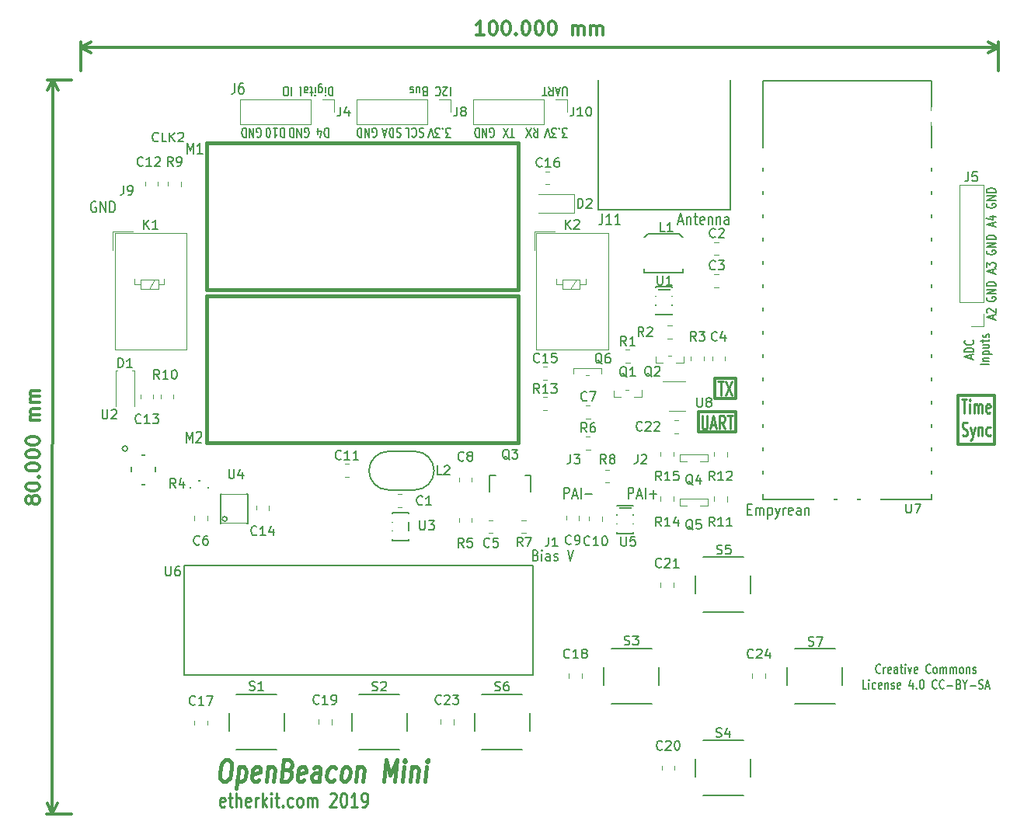
<source format=gto>
G04 #@! TF.GenerationSoftware,KiCad,Pcbnew,5.0.2-bee76a0~70~ubuntu18.04.1*
G04 #@! TF.CreationDate,2018-12-02T18:46:21-08:00*
G04 #@! TF.ProjectId,OpenBeaconMini,4f70656e-4265-4616-936f-6e4d696e692e,B*
G04 #@! TF.SameCoordinates,Original*
G04 #@! TF.FileFunction,Legend,Top*
G04 #@! TF.FilePolarity,Positive*
%FSLAX46Y46*%
G04 Gerber Fmt 4.6, Leading zero omitted, Abs format (unit mm)*
G04 Created by KiCad (PCBNEW 5.0.2-bee76a0~70~ubuntu18.04.1) date Sun 02 Dec 2018 06:46:21 PM PST*
%MOMM*%
%LPD*%
G01*
G04 APERTURE LIST*
%ADD10C,0.200000*%
%ADD11C,0.300000*%
%ADD12C,0.250000*%
%ADD13C,0.150000*%
%ADD14C,0.400000*%
%ADD15C,0.120000*%
%ADD16C,0.119380*%
%ADD17C,0.127000*%
%ADD18C,0.129540*%
%ADD19C,2.540000*%
%ADD20C,2.000000*%
%ADD21C,0.100000*%
%ADD22R,1.400760X1.901140*%
%ADD23C,1.000000*%
%ADD24C,2.400000*%
%ADD25C,6.800000*%
%ADD26C,1.200000*%
%ADD27C,2.100000*%
%ADD28C,3.399740*%
%ADD29R,2.300000X3.400000*%
%ADD30C,1.375000*%
%ADD31O,2.100000X2.100000*%
%ADD32R,2.100000X2.100000*%
%ADD33R,1.600000X1.300000*%
%ADD34R,1.300000X1.600000*%
%ADD35R,2.800000X1.100000*%
%ADD36R,1.200000X1.100000*%
%ADD37R,1.314400X1.314400*%
%ADD38R,1.460000X1.050000*%
%ADD39R,2.400000X2.400000*%
%ADD40R,2.200000X5.480000*%
%ADD41C,0.700000*%
%ADD42R,1.162000X0.908000*%
%ADD43R,1.500000X1.700000*%
%ADD44R,0.650000X1.500000*%
%ADD45R,1.900000X1.900000*%
G04 APERTURE END LIST*
D10*
X152976190Y-51747619D02*
X152976190Y-50938095D01*
X152938095Y-50842857D01*
X152900000Y-50795238D01*
X152823809Y-50747619D01*
X152671428Y-50747619D01*
X152595238Y-50795238D01*
X152557142Y-50842857D01*
X152519047Y-50938095D01*
X152519047Y-51747619D01*
X152176190Y-51033333D02*
X151795238Y-51033333D01*
X152252380Y-50747619D02*
X151985714Y-51747619D01*
X151719047Y-50747619D01*
X150995238Y-50747619D02*
X151261904Y-51223809D01*
X151452380Y-50747619D02*
X151452380Y-51747619D01*
X151147619Y-51747619D01*
X151071428Y-51700000D01*
X151033333Y-51652380D01*
X150995238Y-51557142D01*
X150995238Y-51414285D01*
X151033333Y-51319047D01*
X151071428Y-51271428D01*
X151147619Y-51223809D01*
X151452380Y-51223809D01*
X150766666Y-51747619D02*
X150309523Y-51747619D01*
X150538095Y-50747619D02*
X150538095Y-51747619D01*
X152980952Y-56247619D02*
X152485714Y-56247619D01*
X152752380Y-55866666D01*
X152638095Y-55866666D01*
X152561904Y-55819047D01*
X152523809Y-55771428D01*
X152485714Y-55676190D01*
X152485714Y-55438095D01*
X152523809Y-55342857D01*
X152561904Y-55295238D01*
X152638095Y-55247619D01*
X152866666Y-55247619D01*
X152942857Y-55295238D01*
X152980952Y-55342857D01*
X152142857Y-55342857D02*
X152104761Y-55295238D01*
X152142857Y-55247619D01*
X152180952Y-55295238D01*
X152142857Y-55342857D01*
X152142857Y-55247619D01*
X151838095Y-56247619D02*
X151342857Y-56247619D01*
X151609523Y-55866666D01*
X151495238Y-55866666D01*
X151419047Y-55819047D01*
X151380952Y-55771428D01*
X151342857Y-55676190D01*
X151342857Y-55438095D01*
X151380952Y-55342857D01*
X151419047Y-55295238D01*
X151495238Y-55247619D01*
X151723809Y-55247619D01*
X151800000Y-55295238D01*
X151838095Y-55342857D01*
X151114285Y-56247619D02*
X150847619Y-55247619D01*
X150580952Y-56247619D01*
X149333333Y-55247619D02*
X149600000Y-55723809D01*
X149790476Y-55247619D02*
X149790476Y-56247619D01*
X149485714Y-56247619D01*
X149409523Y-56200000D01*
X149371428Y-56152380D01*
X149333333Y-56057142D01*
X149333333Y-55914285D01*
X149371428Y-55819047D01*
X149409523Y-55771428D01*
X149485714Y-55723809D01*
X149790476Y-55723809D01*
X149066666Y-56247619D02*
X148533333Y-55247619D01*
X148533333Y-56247619D02*
X149066666Y-55247619D01*
D11*
X195600000Y-89700000D02*
X199600000Y-89700000D01*
X195600000Y-84400000D02*
X199600000Y-84400000D01*
X167300000Y-88400000D02*
X167300000Y-86200000D01*
X171400000Y-88400000D02*
X167300000Y-88400000D01*
X171400000Y-86200000D02*
X171400000Y-88400000D01*
X167300000Y-86200000D02*
X171400000Y-86200000D01*
D12*
X167704761Y-86578571D02*
X167704761Y-87792857D01*
X167752380Y-87935714D01*
X167800000Y-88007142D01*
X167895238Y-88078571D01*
X168085714Y-88078571D01*
X168180952Y-88007142D01*
X168228571Y-87935714D01*
X168276190Y-87792857D01*
X168276190Y-86578571D01*
X168704761Y-87650000D02*
X169180952Y-87650000D01*
X168609523Y-88078571D02*
X168942857Y-86578571D01*
X169276190Y-88078571D01*
X170180952Y-88078571D02*
X169847619Y-87364285D01*
X169609523Y-88078571D02*
X169609523Y-86578571D01*
X169990476Y-86578571D01*
X170085714Y-86650000D01*
X170133333Y-86721428D01*
X170180952Y-86864285D01*
X170180952Y-87078571D01*
X170133333Y-87221428D01*
X170085714Y-87292857D01*
X169990476Y-87364285D01*
X169609523Y-87364285D01*
X170466666Y-86578571D02*
X171038095Y-86578571D01*
X170752380Y-88078571D02*
X170752380Y-86578571D01*
D11*
X199600000Y-84400000D02*
X199600000Y-89700000D01*
X195600000Y-84400000D02*
X195600000Y-89700000D01*
X169100000Y-84700000D02*
X169100000Y-82500000D01*
X171400000Y-84700000D02*
X169100000Y-84700000D01*
X171400000Y-82500000D02*
X171400000Y-84700000D01*
X169100000Y-82500000D02*
X171400000Y-82500000D01*
D12*
X169438095Y-82878571D02*
X170009523Y-82878571D01*
X169723809Y-84378571D02*
X169723809Y-82878571D01*
X170247619Y-82878571D02*
X170914285Y-84378571D01*
X170914285Y-82878571D02*
X170247619Y-84378571D01*
X195980952Y-84828571D02*
X196552380Y-84828571D01*
X196266666Y-86328571D02*
X196266666Y-84828571D01*
X196885714Y-86328571D02*
X196885714Y-85328571D01*
X196885714Y-84828571D02*
X196838095Y-84900000D01*
X196885714Y-84971428D01*
X196933333Y-84900000D01*
X196885714Y-84828571D01*
X196885714Y-84971428D01*
X197361904Y-86328571D02*
X197361904Y-85328571D01*
X197361904Y-85471428D02*
X197409523Y-85400000D01*
X197504761Y-85328571D01*
X197647619Y-85328571D01*
X197742857Y-85400000D01*
X197790476Y-85542857D01*
X197790476Y-86328571D01*
X197790476Y-85542857D02*
X197838095Y-85400000D01*
X197933333Y-85328571D01*
X198076190Y-85328571D01*
X198171428Y-85400000D01*
X198219047Y-85542857D01*
X198219047Y-86328571D01*
X199076190Y-86257142D02*
X198980952Y-86328571D01*
X198790476Y-86328571D01*
X198695238Y-86257142D01*
X198647619Y-86114285D01*
X198647619Y-85542857D01*
X198695238Y-85400000D01*
X198790476Y-85328571D01*
X198980952Y-85328571D01*
X199076190Y-85400000D01*
X199123809Y-85542857D01*
X199123809Y-85685714D01*
X198647619Y-85828571D01*
X196052380Y-88757142D02*
X196195238Y-88828571D01*
X196433333Y-88828571D01*
X196528571Y-88757142D01*
X196576190Y-88685714D01*
X196623809Y-88542857D01*
X196623809Y-88400000D01*
X196576190Y-88257142D01*
X196528571Y-88185714D01*
X196433333Y-88114285D01*
X196242857Y-88042857D01*
X196147619Y-87971428D01*
X196100000Y-87900000D01*
X196052380Y-87757142D01*
X196052380Y-87614285D01*
X196100000Y-87471428D01*
X196147619Y-87400000D01*
X196242857Y-87328571D01*
X196480952Y-87328571D01*
X196623809Y-87400000D01*
X196957142Y-87828571D02*
X197195238Y-88828571D01*
X197433333Y-87828571D02*
X197195238Y-88828571D01*
X197100000Y-89185714D01*
X197052380Y-89257142D01*
X196957142Y-89328571D01*
X197814285Y-87828571D02*
X197814285Y-88828571D01*
X197814285Y-87971428D02*
X197861904Y-87900000D01*
X197957142Y-87828571D01*
X198100000Y-87828571D01*
X198195238Y-87900000D01*
X198242857Y-88042857D01*
X198242857Y-88828571D01*
X199147619Y-88757142D02*
X199052380Y-88828571D01*
X198861904Y-88828571D01*
X198766666Y-88757142D01*
X198719047Y-88685714D01*
X198671428Y-88542857D01*
X198671428Y-88114285D01*
X198719047Y-87971428D01*
X198766666Y-87900000D01*
X198861904Y-87828571D01*
X199052380Y-87828571D01*
X199147619Y-87900000D01*
D11*
X143928571Y-45078571D02*
X143071428Y-45078571D01*
X143500000Y-45078571D02*
X143500000Y-43578571D01*
X143357142Y-43792857D01*
X143214285Y-43935714D01*
X143071428Y-44007142D01*
X144857142Y-43578571D02*
X145000000Y-43578571D01*
X145142857Y-43650000D01*
X145214285Y-43721428D01*
X145285714Y-43864285D01*
X145357142Y-44150000D01*
X145357142Y-44507142D01*
X145285714Y-44792857D01*
X145214285Y-44935714D01*
X145142857Y-45007142D01*
X145000000Y-45078571D01*
X144857142Y-45078571D01*
X144714285Y-45007142D01*
X144642857Y-44935714D01*
X144571428Y-44792857D01*
X144500000Y-44507142D01*
X144500000Y-44150000D01*
X144571428Y-43864285D01*
X144642857Y-43721428D01*
X144714285Y-43650000D01*
X144857142Y-43578571D01*
X146285714Y-43578571D02*
X146428571Y-43578571D01*
X146571428Y-43650000D01*
X146642857Y-43721428D01*
X146714285Y-43864285D01*
X146785714Y-44150000D01*
X146785714Y-44507142D01*
X146714285Y-44792857D01*
X146642857Y-44935714D01*
X146571428Y-45007142D01*
X146428571Y-45078571D01*
X146285714Y-45078571D01*
X146142857Y-45007142D01*
X146071428Y-44935714D01*
X146000000Y-44792857D01*
X145928571Y-44507142D01*
X145928571Y-44150000D01*
X146000000Y-43864285D01*
X146071428Y-43721428D01*
X146142857Y-43650000D01*
X146285714Y-43578571D01*
X147428571Y-44935714D02*
X147500000Y-45007142D01*
X147428571Y-45078571D01*
X147357142Y-45007142D01*
X147428571Y-44935714D01*
X147428571Y-45078571D01*
X148428571Y-43578571D02*
X148571428Y-43578571D01*
X148714285Y-43650000D01*
X148785714Y-43721428D01*
X148857142Y-43864285D01*
X148928571Y-44150000D01*
X148928571Y-44507142D01*
X148857142Y-44792857D01*
X148785714Y-44935714D01*
X148714285Y-45007142D01*
X148571428Y-45078571D01*
X148428571Y-45078571D01*
X148285714Y-45007142D01*
X148214285Y-44935714D01*
X148142857Y-44792857D01*
X148071428Y-44507142D01*
X148071428Y-44150000D01*
X148142857Y-43864285D01*
X148214285Y-43721428D01*
X148285714Y-43650000D01*
X148428571Y-43578571D01*
X149857142Y-43578571D02*
X150000000Y-43578571D01*
X150142857Y-43650000D01*
X150214285Y-43721428D01*
X150285714Y-43864285D01*
X150357142Y-44150000D01*
X150357142Y-44507142D01*
X150285714Y-44792857D01*
X150214285Y-44935714D01*
X150142857Y-45007142D01*
X150000000Y-45078571D01*
X149857142Y-45078571D01*
X149714285Y-45007142D01*
X149642857Y-44935714D01*
X149571428Y-44792857D01*
X149500000Y-44507142D01*
X149500000Y-44150000D01*
X149571428Y-43864285D01*
X149642857Y-43721428D01*
X149714285Y-43650000D01*
X149857142Y-43578571D01*
X151285714Y-43578571D02*
X151428571Y-43578571D01*
X151571428Y-43650000D01*
X151642857Y-43721428D01*
X151714285Y-43864285D01*
X151785714Y-44150000D01*
X151785714Y-44507142D01*
X151714285Y-44792857D01*
X151642857Y-44935714D01*
X151571428Y-45007142D01*
X151428571Y-45078571D01*
X151285714Y-45078571D01*
X151142857Y-45007142D01*
X151071428Y-44935714D01*
X151000000Y-44792857D01*
X150928571Y-44507142D01*
X150928571Y-44150000D01*
X151000000Y-43864285D01*
X151071428Y-43721428D01*
X151142857Y-43650000D01*
X151285714Y-43578571D01*
X153571428Y-45078571D02*
X153571428Y-44078571D01*
X153571428Y-44221428D02*
X153642857Y-44150000D01*
X153785714Y-44078571D01*
X154000000Y-44078571D01*
X154142857Y-44150000D01*
X154214285Y-44292857D01*
X154214285Y-45078571D01*
X154214285Y-44292857D02*
X154285714Y-44150000D01*
X154428571Y-44078571D01*
X154642857Y-44078571D01*
X154785714Y-44150000D01*
X154857142Y-44292857D01*
X154857142Y-45078571D01*
X155571428Y-45078571D02*
X155571428Y-44078571D01*
X155571428Y-44221428D02*
X155642857Y-44150000D01*
X155785714Y-44078571D01*
X156000000Y-44078571D01*
X156142857Y-44150000D01*
X156214285Y-44292857D01*
X156214285Y-45078571D01*
X156214285Y-44292857D02*
X156285714Y-44150000D01*
X156428571Y-44078571D01*
X156642857Y-44078571D01*
X156785714Y-44150000D01*
X156857142Y-44292857D01*
X156857142Y-45078571D01*
X100000000Y-46500000D02*
X200000000Y-46500000D01*
X100000000Y-49000000D02*
X100000000Y-45913579D01*
X200000000Y-49000000D02*
X200000000Y-45913579D01*
X200000000Y-46500000D02*
X198873496Y-47086421D01*
X200000000Y-46500000D02*
X198873496Y-45913579D01*
X100000000Y-46500000D02*
X101126504Y-47086421D01*
X100000000Y-46500000D02*
X101126504Y-45913579D01*
X94642724Y-95925865D02*
X94571206Y-96068678D01*
X94499733Y-96140062D01*
X94356831Y-96211401D01*
X94285402Y-96211356D01*
X94142590Y-96139838D01*
X94071206Y-96068365D01*
X93999867Y-95925463D01*
X94000045Y-95639749D01*
X94071563Y-95496937D01*
X94143036Y-95425553D01*
X94285938Y-95354213D01*
X94357367Y-95354258D01*
X94500179Y-95425776D01*
X94571563Y-95497249D01*
X94642902Y-95640151D01*
X94642724Y-95925865D01*
X94714063Y-96068767D01*
X94785447Y-96140240D01*
X94928259Y-96211758D01*
X95213974Y-96211937D01*
X95356875Y-96140597D01*
X95428349Y-96069213D01*
X95499866Y-95926401D01*
X95500045Y-95640687D01*
X95428706Y-95497785D01*
X95357322Y-95426312D01*
X95214509Y-95354794D01*
X94928795Y-95354615D01*
X94785893Y-95425955D01*
X94714420Y-95497338D01*
X94642902Y-95640151D01*
X94000804Y-94425464D02*
X94000894Y-94282607D01*
X94072411Y-94139794D01*
X94143885Y-94068410D01*
X94286786Y-93997071D01*
X94572545Y-93925821D01*
X94929688Y-93926044D01*
X95215358Y-93997651D01*
X95358170Y-94069169D01*
X95429554Y-94140642D01*
X95500893Y-94283544D01*
X95500804Y-94426401D01*
X95429286Y-94569214D01*
X95357813Y-94640598D01*
X95214911Y-94711937D01*
X94929152Y-94783187D01*
X94572009Y-94782964D01*
X94286340Y-94711356D01*
X94143527Y-94639839D01*
X94072144Y-94568365D01*
X94000804Y-94425464D01*
X95358661Y-93283455D02*
X95430134Y-93212071D01*
X95501518Y-93283544D01*
X95430045Y-93354928D01*
X95358661Y-93283455D01*
X95501518Y-93283544D01*
X94002144Y-92282607D02*
X94002233Y-92139750D01*
X94073751Y-91996937D01*
X94145224Y-91925553D01*
X94288126Y-91854214D01*
X94573884Y-91782964D01*
X94931027Y-91783187D01*
X95216697Y-91854795D01*
X95359509Y-91926312D01*
X95430893Y-91997786D01*
X95502233Y-92140687D01*
X95502143Y-92283544D01*
X95430625Y-92426357D01*
X95359152Y-92497741D01*
X95216250Y-92569080D01*
X94930492Y-92640330D01*
X94573349Y-92640107D01*
X94287679Y-92568500D01*
X94144867Y-92496982D01*
X94073483Y-92425509D01*
X94002144Y-92282607D01*
X94003036Y-90854036D02*
X94003126Y-90711179D01*
X94074644Y-90568366D01*
X94146117Y-90496982D01*
X94289018Y-90425643D01*
X94574777Y-90354393D01*
X94931920Y-90354616D01*
X95217590Y-90426223D01*
X95360402Y-90497741D01*
X95431786Y-90569214D01*
X95503125Y-90712116D01*
X95503036Y-90854973D01*
X95431518Y-90997786D01*
X95360045Y-91069170D01*
X95217143Y-91140509D01*
X94931384Y-91211759D01*
X94574242Y-91211536D01*
X94288572Y-91139929D01*
X94145760Y-91068411D01*
X94074376Y-90996938D01*
X94003036Y-90854036D01*
X94003929Y-89425465D02*
X94004019Y-89282608D01*
X94075536Y-89139795D01*
X94147010Y-89068411D01*
X94289911Y-88997072D01*
X94575670Y-88925822D01*
X94932813Y-88926045D01*
X95218483Y-88997652D01*
X95361295Y-89069170D01*
X95432679Y-89140643D01*
X95504018Y-89283545D01*
X95503929Y-89426402D01*
X95432411Y-89569215D01*
X95360938Y-89640599D01*
X95218036Y-89711938D01*
X94932277Y-89783188D01*
X94575134Y-89782965D01*
X94289465Y-89711357D01*
X94146652Y-89639840D01*
X94075269Y-89568366D01*
X94003929Y-89425465D01*
X95505358Y-87140688D02*
X94505358Y-87140063D01*
X94648215Y-87140153D02*
X94576831Y-87068679D01*
X94505492Y-86925778D01*
X94505626Y-86711492D01*
X94577143Y-86568679D01*
X94720045Y-86497340D01*
X95505759Y-86497831D01*
X94720045Y-86497340D02*
X94577233Y-86425822D01*
X94505893Y-86282921D01*
X94506027Y-86068635D01*
X94577545Y-85925822D01*
X94720447Y-85854483D01*
X95506161Y-85854974D01*
X95506608Y-85140689D02*
X94506608Y-85140064D01*
X94649465Y-85140153D02*
X94578081Y-85068680D01*
X94506742Y-84925778D01*
X94506876Y-84711492D01*
X94578393Y-84568680D01*
X94721295Y-84497341D01*
X95507009Y-84497832D01*
X94721295Y-84497341D02*
X94578483Y-84425823D01*
X94507143Y-84282921D01*
X94507277Y-84068635D01*
X94578795Y-83925823D01*
X94721697Y-83854484D01*
X95507411Y-83854975D01*
X96950001Y-49998719D02*
X96900001Y-129998719D01*
X99000000Y-50000000D02*
X96363581Y-49998352D01*
X98950000Y-130000000D02*
X96313581Y-129998352D01*
X96900001Y-129998719D02*
X96314284Y-128871849D01*
X96900001Y-129998719D02*
X97487126Y-128872582D01*
X96950001Y-49998719D02*
X96362876Y-51124856D01*
X96950001Y-49998719D02*
X97535718Y-51125589D01*
D10*
X187147619Y-114607142D02*
X187109523Y-114654761D01*
X186995238Y-114702380D01*
X186919047Y-114702380D01*
X186804761Y-114654761D01*
X186728571Y-114559523D01*
X186690476Y-114464285D01*
X186652380Y-114273809D01*
X186652380Y-114130952D01*
X186690476Y-113940476D01*
X186728571Y-113845238D01*
X186804761Y-113750000D01*
X186919047Y-113702380D01*
X186995238Y-113702380D01*
X187109523Y-113750000D01*
X187147619Y-113797619D01*
X187490476Y-114702380D02*
X187490476Y-114035714D01*
X187490476Y-114226190D02*
X187528571Y-114130952D01*
X187566666Y-114083333D01*
X187642857Y-114035714D01*
X187719047Y-114035714D01*
X188290476Y-114654761D02*
X188214285Y-114702380D01*
X188061904Y-114702380D01*
X187985714Y-114654761D01*
X187947619Y-114559523D01*
X187947619Y-114178571D01*
X187985714Y-114083333D01*
X188061904Y-114035714D01*
X188214285Y-114035714D01*
X188290476Y-114083333D01*
X188328571Y-114178571D01*
X188328571Y-114273809D01*
X187947619Y-114369047D01*
X189014285Y-114702380D02*
X189014285Y-114178571D01*
X188976190Y-114083333D01*
X188900000Y-114035714D01*
X188747619Y-114035714D01*
X188671428Y-114083333D01*
X189014285Y-114654761D02*
X188938095Y-114702380D01*
X188747619Y-114702380D01*
X188671428Y-114654761D01*
X188633333Y-114559523D01*
X188633333Y-114464285D01*
X188671428Y-114369047D01*
X188747619Y-114321428D01*
X188938095Y-114321428D01*
X189014285Y-114273809D01*
X189280952Y-114035714D02*
X189585714Y-114035714D01*
X189395238Y-113702380D02*
X189395238Y-114559523D01*
X189433333Y-114654761D01*
X189509523Y-114702380D01*
X189585714Y-114702380D01*
X189852380Y-114702380D02*
X189852380Y-114035714D01*
X189852380Y-113702380D02*
X189814285Y-113750000D01*
X189852380Y-113797619D01*
X189890476Y-113750000D01*
X189852380Y-113702380D01*
X189852380Y-113797619D01*
X190157142Y-114035714D02*
X190347619Y-114702380D01*
X190538095Y-114035714D01*
X191147619Y-114654761D02*
X191071428Y-114702380D01*
X190919047Y-114702380D01*
X190842857Y-114654761D01*
X190804761Y-114559523D01*
X190804761Y-114178571D01*
X190842857Y-114083333D01*
X190919047Y-114035714D01*
X191071428Y-114035714D01*
X191147619Y-114083333D01*
X191185714Y-114178571D01*
X191185714Y-114273809D01*
X190804761Y-114369047D01*
X192595238Y-114607142D02*
X192557142Y-114654761D01*
X192442857Y-114702380D01*
X192366666Y-114702380D01*
X192252380Y-114654761D01*
X192176190Y-114559523D01*
X192138095Y-114464285D01*
X192100000Y-114273809D01*
X192100000Y-114130952D01*
X192138095Y-113940476D01*
X192176190Y-113845238D01*
X192252380Y-113750000D01*
X192366666Y-113702380D01*
X192442857Y-113702380D01*
X192557142Y-113750000D01*
X192595238Y-113797619D01*
X193052380Y-114702380D02*
X192976190Y-114654761D01*
X192938095Y-114607142D01*
X192900000Y-114511904D01*
X192900000Y-114226190D01*
X192938095Y-114130952D01*
X192976190Y-114083333D01*
X193052380Y-114035714D01*
X193166666Y-114035714D01*
X193242857Y-114083333D01*
X193280952Y-114130952D01*
X193319047Y-114226190D01*
X193319047Y-114511904D01*
X193280952Y-114607142D01*
X193242857Y-114654761D01*
X193166666Y-114702380D01*
X193052380Y-114702380D01*
X193661904Y-114702380D02*
X193661904Y-114035714D01*
X193661904Y-114130952D02*
X193700000Y-114083333D01*
X193776190Y-114035714D01*
X193890476Y-114035714D01*
X193966666Y-114083333D01*
X194004761Y-114178571D01*
X194004761Y-114702380D01*
X194004761Y-114178571D02*
X194042857Y-114083333D01*
X194119047Y-114035714D01*
X194233333Y-114035714D01*
X194309523Y-114083333D01*
X194347619Y-114178571D01*
X194347619Y-114702380D01*
X194728571Y-114702380D02*
X194728571Y-114035714D01*
X194728571Y-114130952D02*
X194766666Y-114083333D01*
X194842857Y-114035714D01*
X194957142Y-114035714D01*
X195033333Y-114083333D01*
X195071428Y-114178571D01*
X195071428Y-114702380D01*
X195071428Y-114178571D02*
X195109523Y-114083333D01*
X195185714Y-114035714D01*
X195300000Y-114035714D01*
X195376190Y-114083333D01*
X195414285Y-114178571D01*
X195414285Y-114702380D01*
X195909523Y-114702380D02*
X195833333Y-114654761D01*
X195795238Y-114607142D01*
X195757142Y-114511904D01*
X195757142Y-114226190D01*
X195795238Y-114130952D01*
X195833333Y-114083333D01*
X195909523Y-114035714D01*
X196023809Y-114035714D01*
X196100000Y-114083333D01*
X196138095Y-114130952D01*
X196176190Y-114226190D01*
X196176190Y-114511904D01*
X196138095Y-114607142D01*
X196100000Y-114654761D01*
X196023809Y-114702380D01*
X195909523Y-114702380D01*
X196519047Y-114035714D02*
X196519047Y-114702380D01*
X196519047Y-114130952D02*
X196557142Y-114083333D01*
X196633333Y-114035714D01*
X196747619Y-114035714D01*
X196823809Y-114083333D01*
X196861904Y-114178571D01*
X196861904Y-114702380D01*
X197204761Y-114654761D02*
X197280952Y-114702380D01*
X197433333Y-114702380D01*
X197509523Y-114654761D01*
X197547619Y-114559523D01*
X197547619Y-114511904D01*
X197509523Y-114416666D01*
X197433333Y-114369047D01*
X197319047Y-114369047D01*
X197242857Y-114321428D01*
X197204761Y-114226190D01*
X197204761Y-114178571D01*
X197242857Y-114083333D01*
X197319047Y-114035714D01*
X197433333Y-114035714D01*
X197509523Y-114083333D01*
X185623809Y-116402380D02*
X185242857Y-116402380D01*
X185242857Y-115402380D01*
X185890476Y-116402380D02*
X185890476Y-115735714D01*
X185890476Y-115402380D02*
X185852380Y-115450000D01*
X185890476Y-115497619D01*
X185928571Y-115450000D01*
X185890476Y-115402380D01*
X185890476Y-115497619D01*
X186614285Y-116354761D02*
X186538095Y-116402380D01*
X186385714Y-116402380D01*
X186309523Y-116354761D01*
X186271428Y-116307142D01*
X186233333Y-116211904D01*
X186233333Y-115926190D01*
X186271428Y-115830952D01*
X186309523Y-115783333D01*
X186385714Y-115735714D01*
X186538095Y-115735714D01*
X186614285Y-115783333D01*
X187261904Y-116354761D02*
X187185714Y-116402380D01*
X187033333Y-116402380D01*
X186957142Y-116354761D01*
X186919047Y-116259523D01*
X186919047Y-115878571D01*
X186957142Y-115783333D01*
X187033333Y-115735714D01*
X187185714Y-115735714D01*
X187261904Y-115783333D01*
X187300000Y-115878571D01*
X187300000Y-115973809D01*
X186919047Y-116069047D01*
X187642857Y-115735714D02*
X187642857Y-116402380D01*
X187642857Y-115830952D02*
X187680952Y-115783333D01*
X187757142Y-115735714D01*
X187871428Y-115735714D01*
X187947619Y-115783333D01*
X187985714Y-115878571D01*
X187985714Y-116402380D01*
X188328571Y-116354761D02*
X188404761Y-116402380D01*
X188557142Y-116402380D01*
X188633333Y-116354761D01*
X188671428Y-116259523D01*
X188671428Y-116211904D01*
X188633333Y-116116666D01*
X188557142Y-116069047D01*
X188442857Y-116069047D01*
X188366666Y-116021428D01*
X188328571Y-115926190D01*
X188328571Y-115878571D01*
X188366666Y-115783333D01*
X188442857Y-115735714D01*
X188557142Y-115735714D01*
X188633333Y-115783333D01*
X189319047Y-116354761D02*
X189242857Y-116402380D01*
X189090476Y-116402380D01*
X189014285Y-116354761D01*
X188976190Y-116259523D01*
X188976190Y-115878571D01*
X189014285Y-115783333D01*
X189090476Y-115735714D01*
X189242857Y-115735714D01*
X189319047Y-115783333D01*
X189357142Y-115878571D01*
X189357142Y-115973809D01*
X188976190Y-116069047D01*
X190652380Y-115735714D02*
X190652380Y-116402380D01*
X190461904Y-115354761D02*
X190271428Y-116069047D01*
X190766666Y-116069047D01*
X191071428Y-116307142D02*
X191109523Y-116354761D01*
X191071428Y-116402380D01*
X191033333Y-116354761D01*
X191071428Y-116307142D01*
X191071428Y-116402380D01*
X191604761Y-115402380D02*
X191680952Y-115402380D01*
X191757142Y-115450000D01*
X191795238Y-115497619D01*
X191833333Y-115592857D01*
X191871428Y-115783333D01*
X191871428Y-116021428D01*
X191833333Y-116211904D01*
X191795238Y-116307142D01*
X191757142Y-116354761D01*
X191680952Y-116402380D01*
X191604761Y-116402380D01*
X191528571Y-116354761D01*
X191490476Y-116307142D01*
X191452380Y-116211904D01*
X191414285Y-116021428D01*
X191414285Y-115783333D01*
X191452380Y-115592857D01*
X191490476Y-115497619D01*
X191528571Y-115450000D01*
X191604761Y-115402380D01*
X193280952Y-116307142D02*
X193242857Y-116354761D01*
X193128571Y-116402380D01*
X193052380Y-116402380D01*
X192938095Y-116354761D01*
X192861904Y-116259523D01*
X192823809Y-116164285D01*
X192785714Y-115973809D01*
X192785714Y-115830952D01*
X192823809Y-115640476D01*
X192861904Y-115545238D01*
X192938095Y-115450000D01*
X193052380Y-115402380D01*
X193128571Y-115402380D01*
X193242857Y-115450000D01*
X193280952Y-115497619D01*
X194080952Y-116307142D02*
X194042857Y-116354761D01*
X193928571Y-116402380D01*
X193852380Y-116402380D01*
X193738095Y-116354761D01*
X193661904Y-116259523D01*
X193623809Y-116164285D01*
X193585714Y-115973809D01*
X193585714Y-115830952D01*
X193623809Y-115640476D01*
X193661904Y-115545238D01*
X193738095Y-115450000D01*
X193852380Y-115402380D01*
X193928571Y-115402380D01*
X194042857Y-115450000D01*
X194080952Y-115497619D01*
X194423809Y-116021428D02*
X195033333Y-116021428D01*
X195680952Y-115878571D02*
X195795238Y-115926190D01*
X195833333Y-115973809D01*
X195871428Y-116069047D01*
X195871428Y-116211904D01*
X195833333Y-116307142D01*
X195795238Y-116354761D01*
X195719047Y-116402380D01*
X195414285Y-116402380D01*
X195414285Y-115402380D01*
X195680952Y-115402380D01*
X195757142Y-115450000D01*
X195795238Y-115497619D01*
X195833333Y-115592857D01*
X195833333Y-115688095D01*
X195795238Y-115783333D01*
X195757142Y-115830952D01*
X195680952Y-115878571D01*
X195414285Y-115878571D01*
X196366666Y-115926190D02*
X196366666Y-116402380D01*
X196100000Y-115402380D02*
X196366666Y-115926190D01*
X196633333Y-115402380D01*
X196900000Y-116021428D02*
X197509523Y-116021428D01*
X197852380Y-116354761D02*
X197966666Y-116402380D01*
X198157142Y-116402380D01*
X198233333Y-116354761D01*
X198271428Y-116307142D01*
X198309523Y-116211904D01*
X198309523Y-116116666D01*
X198271428Y-116021428D01*
X198233333Y-115973809D01*
X198157142Y-115926190D01*
X198004761Y-115878571D01*
X197928571Y-115830952D01*
X197890476Y-115783333D01*
X197852380Y-115688095D01*
X197852380Y-115592857D01*
X197890476Y-115497619D01*
X197928571Y-115450000D01*
X198004761Y-115402380D01*
X198195238Y-115402380D01*
X198309523Y-115450000D01*
X198614285Y-116116666D02*
X198995238Y-116116666D01*
X198538095Y-116402380D02*
X198804761Y-115402380D01*
X199071428Y-116402380D01*
D13*
X108428571Y-56657142D02*
X108380952Y-56704761D01*
X108238095Y-56752380D01*
X108142857Y-56752380D01*
X108000000Y-56704761D01*
X107904761Y-56609523D01*
X107857142Y-56514285D01*
X107809523Y-56323809D01*
X107809523Y-56180952D01*
X107857142Y-55990476D01*
X107904761Y-55895238D01*
X108000000Y-55800000D01*
X108142857Y-55752380D01*
X108238095Y-55752380D01*
X108380952Y-55800000D01*
X108428571Y-55847619D01*
X109333333Y-56752380D02*
X108857142Y-56752380D01*
X108857142Y-55752380D01*
X109666666Y-56752380D02*
X109666666Y-55752380D01*
X110238095Y-56752380D02*
X109809523Y-56180952D01*
X110238095Y-55752380D02*
X109666666Y-56323809D01*
X110619047Y-55847619D02*
X110666666Y-55800000D01*
X110761904Y-55752380D01*
X111000000Y-55752380D01*
X111095238Y-55800000D01*
X111142857Y-55847619D01*
X111190476Y-55942857D01*
X111190476Y-56038095D01*
X111142857Y-56180952D01*
X110571428Y-56752380D01*
X111190476Y-56752380D01*
D10*
X172642857Y-96814285D02*
X172976190Y-96814285D01*
X173119047Y-97442857D02*
X172642857Y-97442857D01*
X172642857Y-96242857D01*
X173119047Y-96242857D01*
X173547619Y-97442857D02*
X173547619Y-96642857D01*
X173547619Y-96757142D02*
X173595238Y-96700000D01*
X173690476Y-96642857D01*
X173833333Y-96642857D01*
X173928571Y-96700000D01*
X173976190Y-96814285D01*
X173976190Y-97442857D01*
X173976190Y-96814285D02*
X174023809Y-96700000D01*
X174119047Y-96642857D01*
X174261904Y-96642857D01*
X174357142Y-96700000D01*
X174404761Y-96814285D01*
X174404761Y-97442857D01*
X174880952Y-96642857D02*
X174880952Y-97842857D01*
X174880952Y-96700000D02*
X174976190Y-96642857D01*
X175166666Y-96642857D01*
X175261904Y-96700000D01*
X175309523Y-96757142D01*
X175357142Y-96871428D01*
X175357142Y-97214285D01*
X175309523Y-97328571D01*
X175261904Y-97385714D01*
X175166666Y-97442857D01*
X174976190Y-97442857D01*
X174880952Y-97385714D01*
X175690476Y-96642857D02*
X175928571Y-97442857D01*
X176166666Y-96642857D02*
X175928571Y-97442857D01*
X175833333Y-97728571D01*
X175785714Y-97785714D01*
X175690476Y-97842857D01*
X176547619Y-97442857D02*
X176547619Y-96642857D01*
X176547619Y-96871428D02*
X176595238Y-96757142D01*
X176642857Y-96700000D01*
X176738095Y-96642857D01*
X176833333Y-96642857D01*
X177547619Y-97385714D02*
X177452380Y-97442857D01*
X177261904Y-97442857D01*
X177166666Y-97385714D01*
X177119047Y-97271428D01*
X177119047Y-96814285D01*
X177166666Y-96700000D01*
X177261904Y-96642857D01*
X177452380Y-96642857D01*
X177547619Y-96700000D01*
X177595238Y-96814285D01*
X177595238Y-96928571D01*
X177119047Y-97042857D01*
X178452380Y-97442857D02*
X178452380Y-96814285D01*
X178404761Y-96700000D01*
X178309523Y-96642857D01*
X178119047Y-96642857D01*
X178023809Y-96700000D01*
X178452380Y-97385714D02*
X178357142Y-97442857D01*
X178119047Y-97442857D01*
X178023809Y-97385714D01*
X177976190Y-97271428D01*
X177976190Y-97157142D01*
X178023809Y-97042857D01*
X178119047Y-96985714D01*
X178357142Y-96985714D01*
X178452380Y-96928571D01*
X178928571Y-96642857D02*
X178928571Y-97442857D01*
X178928571Y-96757142D02*
X178976190Y-96700000D01*
X179071428Y-96642857D01*
X179214285Y-96642857D01*
X179309523Y-96700000D01*
X179357142Y-96814285D01*
X179357142Y-97442857D01*
X165138095Y-65400000D02*
X165614285Y-65400000D01*
X165042857Y-65742857D02*
X165376190Y-64542857D01*
X165709523Y-65742857D01*
X166042857Y-64942857D02*
X166042857Y-65742857D01*
X166042857Y-65057142D02*
X166090476Y-65000000D01*
X166185714Y-64942857D01*
X166328571Y-64942857D01*
X166423809Y-65000000D01*
X166471428Y-65114285D01*
X166471428Y-65742857D01*
X166804761Y-64942857D02*
X167185714Y-64942857D01*
X166947619Y-64542857D02*
X166947619Y-65571428D01*
X166995238Y-65685714D01*
X167090476Y-65742857D01*
X167185714Y-65742857D01*
X167900000Y-65685714D02*
X167804761Y-65742857D01*
X167614285Y-65742857D01*
X167519047Y-65685714D01*
X167471428Y-65571428D01*
X167471428Y-65114285D01*
X167519047Y-65000000D01*
X167614285Y-64942857D01*
X167804761Y-64942857D01*
X167900000Y-65000000D01*
X167947619Y-65114285D01*
X167947619Y-65228571D01*
X167471428Y-65342857D01*
X168376190Y-64942857D02*
X168376190Y-65742857D01*
X168376190Y-65057142D02*
X168423809Y-65000000D01*
X168519047Y-64942857D01*
X168661904Y-64942857D01*
X168757142Y-65000000D01*
X168804761Y-65114285D01*
X168804761Y-65742857D01*
X169280952Y-64942857D02*
X169280952Y-65742857D01*
X169280952Y-65057142D02*
X169328571Y-65000000D01*
X169423809Y-64942857D01*
X169566666Y-64942857D01*
X169661904Y-65000000D01*
X169709523Y-65114285D01*
X169709523Y-65742857D01*
X170614285Y-65742857D02*
X170614285Y-65114285D01*
X170566666Y-65000000D01*
X170471428Y-64942857D01*
X170280952Y-64942857D01*
X170185714Y-65000000D01*
X170614285Y-65685714D02*
X170519047Y-65742857D01*
X170280952Y-65742857D01*
X170185714Y-65685714D01*
X170138095Y-65571428D01*
X170138095Y-65457142D01*
X170185714Y-65342857D01*
X170280952Y-65285714D01*
X170519047Y-65285714D01*
X170614285Y-65228571D01*
X159652380Y-95642857D02*
X159652380Y-94442857D01*
X160033333Y-94442857D01*
X160128571Y-94500000D01*
X160176190Y-94557142D01*
X160223809Y-94671428D01*
X160223809Y-94842857D01*
X160176190Y-94957142D01*
X160128571Y-95014285D01*
X160033333Y-95071428D01*
X159652380Y-95071428D01*
X160604761Y-95300000D02*
X161080952Y-95300000D01*
X160509523Y-95642857D02*
X160842857Y-94442857D01*
X161176190Y-95642857D01*
X161509523Y-95642857D02*
X161509523Y-94442857D01*
X161985714Y-95185714D02*
X162747619Y-95185714D01*
X162366666Y-95642857D02*
X162366666Y-94728571D01*
X152652380Y-95642857D02*
X152652380Y-94442857D01*
X153033333Y-94442857D01*
X153128571Y-94500000D01*
X153176190Y-94557142D01*
X153223809Y-94671428D01*
X153223809Y-94842857D01*
X153176190Y-94957142D01*
X153128571Y-95014285D01*
X153033333Y-95071428D01*
X152652380Y-95071428D01*
X153604761Y-95300000D02*
X154080952Y-95300000D01*
X153509523Y-95642857D02*
X153842857Y-94442857D01*
X154176190Y-95642857D01*
X154509523Y-95642857D02*
X154509523Y-94442857D01*
X154985714Y-95185714D02*
X155747619Y-95185714D01*
X149566666Y-101814285D02*
X149709523Y-101871428D01*
X149757142Y-101928571D01*
X149804761Y-102042857D01*
X149804761Y-102214285D01*
X149757142Y-102328571D01*
X149709523Y-102385714D01*
X149614285Y-102442857D01*
X149233333Y-102442857D01*
X149233333Y-101242857D01*
X149566666Y-101242857D01*
X149661904Y-101300000D01*
X149709523Y-101357142D01*
X149757142Y-101471428D01*
X149757142Y-101585714D01*
X149709523Y-101700000D01*
X149661904Y-101757142D01*
X149566666Y-101814285D01*
X149233333Y-101814285D01*
X150233333Y-102442857D02*
X150233333Y-101642857D01*
X150233333Y-101242857D02*
X150185714Y-101300000D01*
X150233333Y-101357142D01*
X150280952Y-101300000D01*
X150233333Y-101242857D01*
X150233333Y-101357142D01*
X151138095Y-102442857D02*
X151138095Y-101814285D01*
X151090476Y-101700000D01*
X150995238Y-101642857D01*
X150804761Y-101642857D01*
X150709523Y-101700000D01*
X151138095Y-102385714D02*
X151042857Y-102442857D01*
X150804761Y-102442857D01*
X150709523Y-102385714D01*
X150661904Y-102271428D01*
X150661904Y-102157142D01*
X150709523Y-102042857D01*
X150804761Y-101985714D01*
X151042857Y-101985714D01*
X151138095Y-101928571D01*
X151566666Y-102385714D02*
X151661904Y-102442857D01*
X151852380Y-102442857D01*
X151947619Y-102385714D01*
X151995238Y-102271428D01*
X151995238Y-102214285D01*
X151947619Y-102100000D01*
X151852380Y-102042857D01*
X151709523Y-102042857D01*
X151614285Y-101985714D01*
X151566666Y-101871428D01*
X151566666Y-101814285D01*
X151614285Y-101700000D01*
X151709523Y-101642857D01*
X151852380Y-101642857D01*
X151947619Y-101700000D01*
X153042857Y-101242857D02*
X153376190Y-102442857D01*
X153709523Y-101242857D01*
X101638095Y-63300000D02*
X101542857Y-63242857D01*
X101400000Y-63242857D01*
X101257142Y-63300000D01*
X101161904Y-63414285D01*
X101114285Y-63528571D01*
X101066666Y-63757142D01*
X101066666Y-63928571D01*
X101114285Y-64157142D01*
X101161904Y-64271428D01*
X101257142Y-64385714D01*
X101400000Y-64442857D01*
X101495238Y-64442857D01*
X101638095Y-64385714D01*
X101685714Y-64328571D01*
X101685714Y-63928571D01*
X101495238Y-63928571D01*
X102114285Y-64442857D02*
X102114285Y-63242857D01*
X102685714Y-64442857D01*
X102685714Y-63242857D01*
X103161904Y-64442857D02*
X103161904Y-63242857D01*
X103400000Y-63242857D01*
X103542857Y-63300000D01*
X103638095Y-63414285D01*
X103685714Y-63528571D01*
X103733333Y-63757142D01*
X103733333Y-63928571D01*
X103685714Y-64157142D01*
X103638095Y-64271428D01*
X103542857Y-64385714D01*
X103400000Y-64442857D01*
X103161904Y-64442857D01*
D12*
X115655357Y-129157142D02*
X115541071Y-129228571D01*
X115312500Y-129228571D01*
X115198214Y-129157142D01*
X115141071Y-129014285D01*
X115141071Y-128442857D01*
X115198214Y-128300000D01*
X115312500Y-128228571D01*
X115541071Y-128228571D01*
X115655357Y-128300000D01*
X115712500Y-128442857D01*
X115712500Y-128585714D01*
X115141071Y-128728571D01*
X116055357Y-128228571D02*
X116512500Y-128228571D01*
X116226785Y-127728571D02*
X116226785Y-129014285D01*
X116283928Y-129157142D01*
X116398214Y-129228571D01*
X116512500Y-129228571D01*
X116912500Y-129228571D02*
X116912500Y-127728571D01*
X117426785Y-129228571D02*
X117426785Y-128442857D01*
X117369642Y-128300000D01*
X117255357Y-128228571D01*
X117083928Y-128228571D01*
X116969642Y-128300000D01*
X116912500Y-128371428D01*
X118455357Y-129157142D02*
X118341071Y-129228571D01*
X118112500Y-129228571D01*
X117998214Y-129157142D01*
X117941071Y-129014285D01*
X117941071Y-128442857D01*
X117998214Y-128300000D01*
X118112500Y-128228571D01*
X118341071Y-128228571D01*
X118455357Y-128300000D01*
X118512500Y-128442857D01*
X118512500Y-128585714D01*
X117941071Y-128728571D01*
X119026785Y-129228571D02*
X119026785Y-128228571D01*
X119026785Y-128514285D02*
X119083928Y-128371428D01*
X119141071Y-128300000D01*
X119255357Y-128228571D01*
X119369642Y-128228571D01*
X119769642Y-129228571D02*
X119769642Y-127728571D01*
X119883928Y-128657142D02*
X120226785Y-129228571D01*
X120226785Y-128228571D02*
X119769642Y-128800000D01*
X120741071Y-129228571D02*
X120741071Y-128228571D01*
X120741071Y-127728571D02*
X120683928Y-127800000D01*
X120741071Y-127871428D01*
X120798214Y-127800000D01*
X120741071Y-127728571D01*
X120741071Y-127871428D01*
X121141071Y-128228571D02*
X121598214Y-128228571D01*
X121312500Y-127728571D02*
X121312500Y-129014285D01*
X121369642Y-129157142D01*
X121483928Y-129228571D01*
X121598214Y-129228571D01*
X121998214Y-129085714D02*
X122055357Y-129157142D01*
X121998214Y-129228571D01*
X121941071Y-129157142D01*
X121998214Y-129085714D01*
X121998214Y-129228571D01*
X123083928Y-129157142D02*
X122969642Y-129228571D01*
X122741071Y-129228571D01*
X122626785Y-129157142D01*
X122569642Y-129085714D01*
X122512500Y-128942857D01*
X122512500Y-128514285D01*
X122569642Y-128371428D01*
X122626785Y-128300000D01*
X122741071Y-128228571D01*
X122969642Y-128228571D01*
X123083928Y-128300000D01*
X123769642Y-129228571D02*
X123655357Y-129157142D01*
X123598214Y-129085714D01*
X123541071Y-128942857D01*
X123541071Y-128514285D01*
X123598214Y-128371428D01*
X123655357Y-128300000D01*
X123769642Y-128228571D01*
X123941071Y-128228571D01*
X124055357Y-128300000D01*
X124112500Y-128371428D01*
X124169642Y-128514285D01*
X124169642Y-128942857D01*
X124112500Y-129085714D01*
X124055357Y-129157142D01*
X123941071Y-129228571D01*
X123769642Y-129228571D01*
X124683928Y-129228571D02*
X124683928Y-128228571D01*
X124683928Y-128371428D02*
X124741071Y-128300000D01*
X124855357Y-128228571D01*
X125026785Y-128228571D01*
X125141071Y-128300000D01*
X125198214Y-128442857D01*
X125198214Y-129228571D01*
X125198214Y-128442857D02*
X125255357Y-128300000D01*
X125369642Y-128228571D01*
X125541071Y-128228571D01*
X125655357Y-128300000D01*
X125712500Y-128442857D01*
X125712500Y-129228571D01*
X127141071Y-127871428D02*
X127198214Y-127800000D01*
X127312500Y-127728571D01*
X127598214Y-127728571D01*
X127712500Y-127800000D01*
X127769642Y-127871428D01*
X127826785Y-128014285D01*
X127826785Y-128157142D01*
X127769642Y-128371428D01*
X127083928Y-129228571D01*
X127826785Y-129228571D01*
X128569642Y-127728571D02*
X128683928Y-127728571D01*
X128798214Y-127800000D01*
X128855357Y-127871428D01*
X128912500Y-128014285D01*
X128969642Y-128300000D01*
X128969642Y-128657142D01*
X128912500Y-128942857D01*
X128855357Y-129085714D01*
X128798214Y-129157142D01*
X128683928Y-129228571D01*
X128569642Y-129228571D01*
X128455357Y-129157142D01*
X128398214Y-129085714D01*
X128341071Y-128942857D01*
X128283928Y-128657142D01*
X128283928Y-128300000D01*
X128341071Y-128014285D01*
X128398214Y-127871428D01*
X128455357Y-127800000D01*
X128569642Y-127728571D01*
X130112500Y-129228571D02*
X129426785Y-129228571D01*
X129769642Y-129228571D02*
X129769642Y-127728571D01*
X129655357Y-127942857D01*
X129541071Y-128085714D01*
X129426785Y-128157142D01*
X130683928Y-129228571D02*
X130912500Y-129228571D01*
X131026785Y-129157142D01*
X131083928Y-129085714D01*
X131198214Y-128871428D01*
X131255357Y-128585714D01*
X131255357Y-128014285D01*
X131198214Y-127871428D01*
X131141071Y-127800000D01*
X131026785Y-127728571D01*
X130798214Y-127728571D01*
X130683928Y-127800000D01*
X130626785Y-127871428D01*
X130569642Y-128014285D01*
X130569642Y-128371428D01*
X130626785Y-128514285D01*
X130683928Y-128585714D01*
X130798214Y-128657142D01*
X131026785Y-128657142D01*
X131141071Y-128585714D01*
X131198214Y-128514285D01*
X131255357Y-128371428D01*
D14*
X115782619Y-124140476D02*
X116125476Y-124140476D01*
X116283214Y-124250000D01*
X116427261Y-124469047D01*
X116458214Y-124907142D01*
X116362380Y-125673809D01*
X116221904Y-126111904D01*
X116023095Y-126330952D01*
X115837976Y-126440476D01*
X115495119Y-126440476D01*
X115337380Y-126330952D01*
X115193333Y-126111904D01*
X115162380Y-125673809D01*
X115258214Y-124907142D01*
X115398690Y-124469047D01*
X115597500Y-124250000D01*
X115782619Y-124140476D01*
X117229642Y-124907142D02*
X116942142Y-127207142D01*
X117215952Y-125016666D02*
X117401071Y-124907142D01*
X117743928Y-124907142D01*
X117901666Y-125016666D01*
X117973690Y-125126190D01*
X118032023Y-125345238D01*
X117949880Y-126002380D01*
X117836785Y-126221428D01*
X117737380Y-126330952D01*
X117552261Y-126440476D01*
X117209404Y-126440476D01*
X117051666Y-126330952D01*
X119365952Y-126330952D02*
X119180833Y-126440476D01*
X118837976Y-126440476D01*
X118680238Y-126330952D01*
X118621904Y-126111904D01*
X118731428Y-125235714D01*
X118844523Y-125016666D01*
X119029642Y-124907142D01*
X119372500Y-124907142D01*
X119530238Y-125016666D01*
X119588571Y-125235714D01*
X119561190Y-125454761D01*
X118676666Y-125673809D01*
X120401071Y-124907142D02*
X120209404Y-126440476D01*
X120373690Y-125126190D02*
X120473095Y-125016666D01*
X120658214Y-124907142D01*
X120915357Y-124907142D01*
X121073095Y-125016666D01*
X121131428Y-125235714D01*
X120980833Y-126440476D01*
X122588571Y-125235714D02*
X122832023Y-125345238D01*
X122904047Y-125454761D01*
X122962380Y-125673809D01*
X122921309Y-126002380D01*
X122808214Y-126221428D01*
X122708809Y-126330952D01*
X122523690Y-126440476D01*
X121837976Y-126440476D01*
X122125476Y-124140476D01*
X122725476Y-124140476D01*
X122883214Y-124250000D01*
X122955238Y-124359523D01*
X123013571Y-124578571D01*
X122986190Y-124797619D01*
X122873095Y-125016666D01*
X122773690Y-125126190D01*
X122588571Y-125235714D01*
X121988571Y-125235714D01*
X124337380Y-126330952D02*
X124152261Y-126440476D01*
X123809404Y-126440476D01*
X123651666Y-126330952D01*
X123593333Y-126111904D01*
X123702857Y-125235714D01*
X123815952Y-125016666D01*
X124001071Y-124907142D01*
X124343928Y-124907142D01*
X124501666Y-125016666D01*
X124560000Y-125235714D01*
X124532619Y-125454761D01*
X123648095Y-125673809D01*
X125952261Y-126440476D02*
X126102857Y-125235714D01*
X126044523Y-125016666D01*
X125886785Y-124907142D01*
X125543928Y-124907142D01*
X125358809Y-125016666D01*
X125965952Y-126330952D02*
X125780833Y-126440476D01*
X125352261Y-126440476D01*
X125194523Y-126330952D01*
X125136190Y-126111904D01*
X125163571Y-125892857D01*
X125276666Y-125673809D01*
X125461785Y-125564285D01*
X125890357Y-125564285D01*
X126075476Y-125454761D01*
X127594523Y-126330952D02*
X127409404Y-126440476D01*
X127066547Y-126440476D01*
X126908809Y-126330952D01*
X126836785Y-126221428D01*
X126778452Y-126002380D01*
X126860595Y-125345238D01*
X126973690Y-125126190D01*
X127073095Y-125016666D01*
X127258214Y-124907142D01*
X127601071Y-124907142D01*
X127758809Y-125016666D01*
X128609404Y-126440476D02*
X128451666Y-126330952D01*
X128379642Y-126221428D01*
X128321309Y-126002380D01*
X128403452Y-125345238D01*
X128516547Y-125126190D01*
X128615952Y-125016666D01*
X128801071Y-124907142D01*
X129058214Y-124907142D01*
X129215952Y-125016666D01*
X129287976Y-125126190D01*
X129346309Y-125345238D01*
X129264166Y-126002380D01*
X129151071Y-126221428D01*
X129051666Y-126330952D01*
X128866547Y-126440476D01*
X128609404Y-126440476D01*
X130172500Y-124907142D02*
X129980833Y-126440476D01*
X130145119Y-125126190D02*
X130244523Y-125016666D01*
X130429642Y-124907142D01*
X130686785Y-124907142D01*
X130844523Y-125016666D01*
X130902857Y-125235714D01*
X130752261Y-126440476D01*
X132980833Y-126440476D02*
X133268333Y-124140476D01*
X133662976Y-125783333D01*
X134468333Y-124140476D01*
X134180833Y-126440476D01*
X135037976Y-126440476D02*
X135229642Y-124907142D01*
X135325476Y-124140476D02*
X135226071Y-124250000D01*
X135298095Y-124359523D01*
X135397500Y-124250000D01*
X135325476Y-124140476D01*
X135298095Y-124359523D01*
X136086785Y-124907142D02*
X135895119Y-126440476D01*
X136059404Y-125126190D02*
X136158809Y-125016666D01*
X136343928Y-124907142D01*
X136601071Y-124907142D01*
X136758809Y-125016666D01*
X136817142Y-125235714D01*
X136666547Y-126440476D01*
X137523690Y-126440476D02*
X137715357Y-124907142D01*
X137811190Y-124140476D02*
X137711785Y-124250000D01*
X137783809Y-124359523D01*
X137883214Y-124250000D01*
X137811190Y-124140476D01*
X137783809Y-124359523D01*
D10*
X124409523Y-56200000D02*
X124485714Y-56247619D01*
X124600000Y-56247619D01*
X124714285Y-56200000D01*
X124790476Y-56104761D01*
X124828571Y-56009523D01*
X124866666Y-55819047D01*
X124866666Y-55676190D01*
X124828571Y-55485714D01*
X124790476Y-55390476D01*
X124714285Y-55295238D01*
X124600000Y-55247619D01*
X124523809Y-55247619D01*
X124409523Y-55295238D01*
X124371428Y-55342857D01*
X124371428Y-55676190D01*
X124523809Y-55676190D01*
X124028571Y-55247619D02*
X124028571Y-56247619D01*
X123571428Y-55247619D01*
X123571428Y-56247619D01*
X123190476Y-55247619D02*
X123190476Y-56247619D01*
X123000000Y-56247619D01*
X122885714Y-56200000D01*
X122809523Y-56104761D01*
X122771428Y-56009523D01*
X122733333Y-55819047D01*
X122733333Y-55676190D01*
X122771428Y-55485714D01*
X122809523Y-55390476D01*
X122885714Y-55295238D01*
X123000000Y-55247619D01*
X123190476Y-55247619D01*
X119209523Y-56200000D02*
X119285714Y-56247619D01*
X119400000Y-56247619D01*
X119514285Y-56200000D01*
X119590476Y-56104761D01*
X119628571Y-56009523D01*
X119666666Y-55819047D01*
X119666666Y-55676190D01*
X119628571Y-55485714D01*
X119590476Y-55390476D01*
X119514285Y-55295238D01*
X119400000Y-55247619D01*
X119323809Y-55247619D01*
X119209523Y-55295238D01*
X119171428Y-55342857D01*
X119171428Y-55676190D01*
X119323809Y-55676190D01*
X118828571Y-55247619D02*
X118828571Y-56247619D01*
X118371428Y-55247619D01*
X118371428Y-56247619D01*
X117990476Y-55247619D02*
X117990476Y-56247619D01*
X117800000Y-56247619D01*
X117685714Y-56200000D01*
X117609523Y-56104761D01*
X117571428Y-56009523D01*
X117533333Y-55819047D01*
X117533333Y-55676190D01*
X117571428Y-55485714D01*
X117609523Y-55390476D01*
X117685714Y-55295238D01*
X117800000Y-55247619D01*
X117990476Y-55247619D01*
X144609523Y-56200000D02*
X144685714Y-56247619D01*
X144800000Y-56247619D01*
X144914285Y-56200000D01*
X144990476Y-56104761D01*
X145028571Y-56009523D01*
X145066666Y-55819047D01*
X145066666Y-55676190D01*
X145028571Y-55485714D01*
X144990476Y-55390476D01*
X144914285Y-55295238D01*
X144800000Y-55247619D01*
X144723809Y-55247619D01*
X144609523Y-55295238D01*
X144571428Y-55342857D01*
X144571428Y-55676190D01*
X144723809Y-55676190D01*
X144228571Y-55247619D02*
X144228571Y-56247619D01*
X143771428Y-55247619D01*
X143771428Y-56247619D01*
X143390476Y-55247619D02*
X143390476Y-56247619D01*
X143200000Y-56247619D01*
X143085714Y-56200000D01*
X143009523Y-56104761D01*
X142971428Y-56009523D01*
X142933333Y-55819047D01*
X142933333Y-55676190D01*
X142971428Y-55485714D01*
X143009523Y-55390476D01*
X143085714Y-55295238D01*
X143200000Y-55247619D01*
X143390476Y-55247619D01*
X198750000Y-63509523D02*
X198702380Y-63585714D01*
X198702380Y-63700000D01*
X198750000Y-63814285D01*
X198845238Y-63890476D01*
X198940476Y-63928571D01*
X199130952Y-63966666D01*
X199273809Y-63966666D01*
X199464285Y-63928571D01*
X199559523Y-63890476D01*
X199654761Y-63814285D01*
X199702380Y-63700000D01*
X199702380Y-63623809D01*
X199654761Y-63509523D01*
X199607142Y-63471428D01*
X199273809Y-63471428D01*
X199273809Y-63623809D01*
X199702380Y-63128571D02*
X198702380Y-63128571D01*
X199702380Y-62671428D01*
X198702380Y-62671428D01*
X199702380Y-62290476D02*
X198702380Y-62290476D01*
X198702380Y-62100000D01*
X198750000Y-61985714D01*
X198845238Y-61909523D01*
X198940476Y-61871428D01*
X199130952Y-61833333D01*
X199273809Y-61833333D01*
X199464285Y-61871428D01*
X199559523Y-61909523D01*
X199654761Y-61985714D01*
X199702380Y-62100000D01*
X199702380Y-62290476D01*
X198750000Y-73709523D02*
X198702380Y-73785714D01*
X198702380Y-73900000D01*
X198750000Y-74014285D01*
X198845238Y-74090476D01*
X198940476Y-74128571D01*
X199130952Y-74166666D01*
X199273809Y-74166666D01*
X199464285Y-74128571D01*
X199559523Y-74090476D01*
X199654761Y-74014285D01*
X199702380Y-73900000D01*
X199702380Y-73823809D01*
X199654761Y-73709523D01*
X199607142Y-73671428D01*
X199273809Y-73671428D01*
X199273809Y-73823809D01*
X199702380Y-73328571D02*
X198702380Y-73328571D01*
X199702380Y-72871428D01*
X198702380Y-72871428D01*
X199702380Y-72490476D02*
X198702380Y-72490476D01*
X198702380Y-72300000D01*
X198750000Y-72185714D01*
X198845238Y-72109523D01*
X198940476Y-72071428D01*
X199130952Y-72033333D01*
X199273809Y-72033333D01*
X199464285Y-72071428D01*
X199559523Y-72109523D01*
X199654761Y-72185714D01*
X199702380Y-72300000D01*
X199702380Y-72490476D01*
X198750000Y-68609523D02*
X198702380Y-68685714D01*
X198702380Y-68800000D01*
X198750000Y-68914285D01*
X198845238Y-68990476D01*
X198940476Y-69028571D01*
X199130952Y-69066666D01*
X199273809Y-69066666D01*
X199464285Y-69028571D01*
X199559523Y-68990476D01*
X199654761Y-68914285D01*
X199702380Y-68800000D01*
X199702380Y-68723809D01*
X199654761Y-68609523D01*
X199607142Y-68571428D01*
X199273809Y-68571428D01*
X199273809Y-68723809D01*
X199702380Y-68228571D02*
X198702380Y-68228571D01*
X199702380Y-67771428D01*
X198702380Y-67771428D01*
X199702380Y-67390476D02*
X198702380Y-67390476D01*
X198702380Y-67200000D01*
X198750000Y-67085714D01*
X198845238Y-67009523D01*
X198940476Y-66971428D01*
X199130952Y-66933333D01*
X199273809Y-66933333D01*
X199464285Y-66971428D01*
X199559523Y-67009523D01*
X199654761Y-67085714D01*
X199702380Y-67200000D01*
X199702380Y-67390476D01*
X131809523Y-56200000D02*
X131885714Y-56247619D01*
X132000000Y-56247619D01*
X132114285Y-56200000D01*
X132190476Y-56104761D01*
X132228571Y-56009523D01*
X132266666Y-55819047D01*
X132266666Y-55676190D01*
X132228571Y-55485714D01*
X132190476Y-55390476D01*
X132114285Y-55295238D01*
X132000000Y-55247619D01*
X131923809Y-55247619D01*
X131809523Y-55295238D01*
X131771428Y-55342857D01*
X131771428Y-55676190D01*
X131923809Y-55676190D01*
X131428571Y-55247619D02*
X131428571Y-56247619D01*
X130971428Y-55247619D01*
X130971428Y-56247619D01*
X130590476Y-55247619D02*
X130590476Y-56247619D01*
X130400000Y-56247619D01*
X130285714Y-56200000D01*
X130209523Y-56104761D01*
X130171428Y-56009523D01*
X130133333Y-55819047D01*
X130133333Y-55676190D01*
X130171428Y-55485714D01*
X130209523Y-55390476D01*
X130285714Y-55295238D01*
X130400000Y-55247619D01*
X130590476Y-55247619D01*
X134871428Y-55295238D02*
X134757142Y-55247619D01*
X134566666Y-55247619D01*
X134490476Y-55295238D01*
X134452380Y-55342857D01*
X134414285Y-55438095D01*
X134414285Y-55533333D01*
X134452380Y-55628571D01*
X134490476Y-55676190D01*
X134566666Y-55723809D01*
X134719047Y-55771428D01*
X134795238Y-55819047D01*
X134833333Y-55866666D01*
X134871428Y-55961904D01*
X134871428Y-56057142D01*
X134833333Y-56152380D01*
X134795238Y-56200000D01*
X134719047Y-56247619D01*
X134528571Y-56247619D01*
X134414285Y-56200000D01*
X134071428Y-55247619D02*
X134071428Y-56247619D01*
X133880952Y-56247619D01*
X133766666Y-56200000D01*
X133690476Y-56104761D01*
X133652380Y-56009523D01*
X133614285Y-55819047D01*
X133614285Y-55676190D01*
X133652380Y-55485714D01*
X133690476Y-55390476D01*
X133766666Y-55295238D01*
X133880952Y-55247619D01*
X134071428Y-55247619D01*
X133309523Y-55533333D02*
X132928571Y-55533333D01*
X133385714Y-55247619D02*
X133119047Y-56247619D01*
X132852380Y-55247619D01*
X137352380Y-55295238D02*
X137238095Y-55247619D01*
X137047619Y-55247619D01*
X136971428Y-55295238D01*
X136933333Y-55342857D01*
X136895238Y-55438095D01*
X136895238Y-55533333D01*
X136933333Y-55628571D01*
X136971428Y-55676190D01*
X137047619Y-55723809D01*
X137200000Y-55771428D01*
X137276190Y-55819047D01*
X137314285Y-55866666D01*
X137352380Y-55961904D01*
X137352380Y-56057142D01*
X137314285Y-56152380D01*
X137276190Y-56200000D01*
X137200000Y-56247619D01*
X137009523Y-56247619D01*
X136895238Y-56200000D01*
X136095238Y-55342857D02*
X136133333Y-55295238D01*
X136247619Y-55247619D01*
X136323809Y-55247619D01*
X136438095Y-55295238D01*
X136514285Y-55390476D01*
X136552380Y-55485714D01*
X136590476Y-55676190D01*
X136590476Y-55819047D01*
X136552380Y-56009523D01*
X136514285Y-56104761D01*
X136438095Y-56200000D01*
X136323809Y-56247619D01*
X136247619Y-56247619D01*
X136133333Y-56200000D01*
X136095238Y-56152380D01*
X135371428Y-55247619D02*
X135752380Y-55247619D01*
X135752380Y-56247619D01*
X140280952Y-56247619D02*
X139785714Y-56247619D01*
X140052380Y-55866666D01*
X139938095Y-55866666D01*
X139861904Y-55819047D01*
X139823809Y-55771428D01*
X139785714Y-55676190D01*
X139785714Y-55438095D01*
X139823809Y-55342857D01*
X139861904Y-55295238D01*
X139938095Y-55247619D01*
X140166666Y-55247619D01*
X140242857Y-55295238D01*
X140280952Y-55342857D01*
X139442857Y-55342857D02*
X139404761Y-55295238D01*
X139442857Y-55247619D01*
X139480952Y-55295238D01*
X139442857Y-55342857D01*
X139442857Y-55247619D01*
X139138095Y-56247619D02*
X138642857Y-56247619D01*
X138909523Y-55866666D01*
X138795238Y-55866666D01*
X138719047Y-55819047D01*
X138680952Y-55771428D01*
X138642857Y-55676190D01*
X138642857Y-55438095D01*
X138680952Y-55342857D01*
X138719047Y-55295238D01*
X138795238Y-55247619D01*
X139023809Y-55247619D01*
X139100000Y-55295238D01*
X139138095Y-55342857D01*
X138414285Y-56247619D02*
X138147619Y-55247619D01*
X137880952Y-56247619D01*
X199416666Y-65971428D02*
X199416666Y-65590476D01*
X199702380Y-66047619D02*
X198702380Y-65780952D01*
X199702380Y-65514285D01*
X199035714Y-64904761D02*
X199702380Y-64904761D01*
X198654761Y-65095238D02*
X199369047Y-65285714D01*
X199369047Y-64790476D01*
X199416666Y-71071428D02*
X199416666Y-70690476D01*
X199702380Y-71147619D02*
X198702380Y-70880952D01*
X199702380Y-70614285D01*
X198702380Y-70423809D02*
X198702380Y-69928571D01*
X199083333Y-70195238D01*
X199083333Y-70080952D01*
X199130952Y-70004761D01*
X199178571Y-69966666D01*
X199273809Y-69928571D01*
X199511904Y-69928571D01*
X199607142Y-69966666D01*
X199654761Y-70004761D01*
X199702380Y-70080952D01*
X199702380Y-70309523D01*
X199654761Y-70385714D01*
X199607142Y-70423809D01*
X199416666Y-76071428D02*
X199416666Y-75690476D01*
X199702380Y-76147619D02*
X198702380Y-75880952D01*
X199702380Y-75614285D01*
X198797619Y-75385714D02*
X198750000Y-75347619D01*
X198702380Y-75271428D01*
X198702380Y-75080952D01*
X198750000Y-75004761D01*
X198797619Y-74966666D01*
X198892857Y-74928571D01*
X198988095Y-74928571D01*
X199130952Y-74966666D01*
X199702380Y-75423809D01*
X199702380Y-74928571D01*
X147209523Y-56247619D02*
X146752380Y-56247619D01*
X146980952Y-55247619D02*
X146980952Y-56247619D01*
X146561904Y-56247619D02*
X146028571Y-55247619D01*
X146028571Y-56247619D02*
X146561904Y-55247619D01*
X126990476Y-55247619D02*
X126990476Y-56247619D01*
X126800000Y-56247619D01*
X126685714Y-56200000D01*
X126609523Y-56104761D01*
X126571428Y-56009523D01*
X126533333Y-55819047D01*
X126533333Y-55676190D01*
X126571428Y-55485714D01*
X126609523Y-55390476D01*
X126685714Y-55295238D01*
X126800000Y-55247619D01*
X126990476Y-55247619D01*
X125847619Y-55914285D02*
X125847619Y-55247619D01*
X126038095Y-56295238D02*
X126228571Y-55580952D01*
X125733333Y-55580952D01*
X122171428Y-55247619D02*
X122171428Y-56247619D01*
X121980952Y-56247619D01*
X121866666Y-56200000D01*
X121790476Y-56104761D01*
X121752380Y-56009523D01*
X121714285Y-55819047D01*
X121714285Y-55676190D01*
X121752380Y-55485714D01*
X121790476Y-55390476D01*
X121866666Y-55295238D01*
X121980952Y-55247619D01*
X122171428Y-55247619D01*
X120952380Y-55247619D02*
X121409523Y-55247619D01*
X121180952Y-55247619D02*
X121180952Y-56247619D01*
X121257142Y-56104761D01*
X121333333Y-56009523D01*
X121409523Y-55961904D01*
X120457142Y-56247619D02*
X120380952Y-56247619D01*
X120304761Y-56200000D01*
X120266666Y-56152380D01*
X120228571Y-56057142D01*
X120190476Y-55866666D01*
X120190476Y-55628571D01*
X120228571Y-55438095D01*
X120266666Y-55342857D01*
X120304761Y-55295238D01*
X120380952Y-55247619D01*
X120457142Y-55247619D01*
X120533333Y-55295238D01*
X120571428Y-55342857D01*
X120609523Y-55438095D01*
X120647619Y-55628571D01*
X120647619Y-55866666D01*
X120609523Y-56057142D01*
X120571428Y-56152380D01*
X120533333Y-56200000D01*
X120457142Y-56247619D01*
X140271428Y-50747619D02*
X140271428Y-51747619D01*
X139928571Y-51652380D02*
X139890476Y-51700000D01*
X139814285Y-51747619D01*
X139623809Y-51747619D01*
X139547619Y-51700000D01*
X139509523Y-51652380D01*
X139471428Y-51557142D01*
X139471428Y-51461904D01*
X139509523Y-51319047D01*
X139966666Y-50747619D01*
X139471428Y-50747619D01*
X138671428Y-50842857D02*
X138709523Y-50795238D01*
X138823809Y-50747619D01*
X138900000Y-50747619D01*
X139014285Y-50795238D01*
X139090476Y-50890476D01*
X139128571Y-50985714D01*
X139166666Y-51176190D01*
X139166666Y-51319047D01*
X139128571Y-51509523D01*
X139090476Y-51604761D01*
X139014285Y-51700000D01*
X138900000Y-51747619D01*
X138823809Y-51747619D01*
X138709523Y-51700000D01*
X138671428Y-51652380D01*
X137452380Y-51271428D02*
X137338095Y-51223809D01*
X137300000Y-51176190D01*
X137261904Y-51080952D01*
X137261904Y-50938095D01*
X137300000Y-50842857D01*
X137338095Y-50795238D01*
X137414285Y-50747619D01*
X137719047Y-50747619D01*
X137719047Y-51747619D01*
X137452380Y-51747619D01*
X137376190Y-51700000D01*
X137338095Y-51652380D01*
X137300000Y-51557142D01*
X137300000Y-51461904D01*
X137338095Y-51366666D01*
X137376190Y-51319047D01*
X137452380Y-51271428D01*
X137719047Y-51271428D01*
X136576190Y-51414285D02*
X136576190Y-50747619D01*
X136919047Y-51414285D02*
X136919047Y-50890476D01*
X136880952Y-50795238D01*
X136804761Y-50747619D01*
X136690476Y-50747619D01*
X136614285Y-50795238D01*
X136576190Y-50842857D01*
X136233333Y-50795238D02*
X136157142Y-50747619D01*
X136004761Y-50747619D01*
X135928571Y-50795238D01*
X135890476Y-50890476D01*
X135890476Y-50938095D01*
X135928571Y-51033333D01*
X136004761Y-51080952D01*
X136119047Y-51080952D01*
X136195238Y-51128571D01*
X136233333Y-51223809D01*
X136233333Y-51271428D01*
X136195238Y-51366666D01*
X136119047Y-51414285D01*
X136004761Y-51414285D01*
X135928571Y-51366666D01*
X197016666Y-80390476D02*
X197016666Y-80009523D01*
X197302380Y-80466666D02*
X196302380Y-80200000D01*
X197302380Y-79933333D01*
X197302380Y-79666666D02*
X196302380Y-79666666D01*
X196302380Y-79476190D01*
X196350000Y-79361904D01*
X196445238Y-79285714D01*
X196540476Y-79247619D01*
X196730952Y-79209523D01*
X196873809Y-79209523D01*
X197064285Y-79247619D01*
X197159523Y-79285714D01*
X197254761Y-79361904D01*
X197302380Y-79476190D01*
X197302380Y-79666666D01*
X197207142Y-78409523D02*
X197254761Y-78447619D01*
X197302380Y-78561904D01*
X197302380Y-78638095D01*
X197254761Y-78752380D01*
X197159523Y-78828571D01*
X197064285Y-78866666D01*
X196873809Y-78904761D01*
X196730952Y-78904761D01*
X196540476Y-78866666D01*
X196445238Y-78828571D01*
X196350000Y-78752380D01*
X196302380Y-78638095D01*
X196302380Y-78561904D01*
X196350000Y-78447619D01*
X196397619Y-78409523D01*
X199002380Y-81038095D02*
X198002380Y-81038095D01*
X198335714Y-80657142D02*
X199002380Y-80657142D01*
X198430952Y-80657142D02*
X198383333Y-80619047D01*
X198335714Y-80542857D01*
X198335714Y-80428571D01*
X198383333Y-80352380D01*
X198478571Y-80314285D01*
X199002380Y-80314285D01*
X198335714Y-79933333D02*
X199335714Y-79933333D01*
X198383333Y-79933333D02*
X198335714Y-79857142D01*
X198335714Y-79704761D01*
X198383333Y-79628571D01*
X198430952Y-79590476D01*
X198526190Y-79552380D01*
X198811904Y-79552380D01*
X198907142Y-79590476D01*
X198954761Y-79628571D01*
X199002380Y-79704761D01*
X199002380Y-79857142D01*
X198954761Y-79933333D01*
X198335714Y-78866666D02*
X199002380Y-78866666D01*
X198335714Y-79209523D02*
X198859523Y-79209523D01*
X198954761Y-79171428D01*
X199002380Y-79095238D01*
X199002380Y-78980952D01*
X198954761Y-78904761D01*
X198907142Y-78866666D01*
X198335714Y-78600000D02*
X198335714Y-78295238D01*
X198002380Y-78485714D02*
X198859523Y-78485714D01*
X198954761Y-78447619D01*
X199002380Y-78371428D01*
X199002380Y-78295238D01*
X198954761Y-78066666D02*
X199002380Y-77990476D01*
X199002380Y-77838095D01*
X198954761Y-77761904D01*
X198859523Y-77723809D01*
X198811904Y-77723809D01*
X198716666Y-77761904D01*
X198669047Y-77838095D01*
X198669047Y-77952380D01*
X198621428Y-78028571D01*
X198526190Y-78066666D01*
X198478571Y-78066666D01*
X198383333Y-78028571D01*
X198335714Y-77952380D01*
X198335714Y-77838095D01*
X198383333Y-77761904D01*
X127466666Y-50747619D02*
X127466666Y-51747619D01*
X127276190Y-51747619D01*
X127161904Y-51700000D01*
X127085714Y-51604761D01*
X127047619Y-51509523D01*
X127009523Y-51319047D01*
X127009523Y-51176190D01*
X127047619Y-50985714D01*
X127085714Y-50890476D01*
X127161904Y-50795238D01*
X127276190Y-50747619D01*
X127466666Y-50747619D01*
X126666666Y-50747619D02*
X126666666Y-51414285D01*
X126666666Y-51747619D02*
X126704761Y-51700000D01*
X126666666Y-51652380D01*
X126628571Y-51700000D01*
X126666666Y-51747619D01*
X126666666Y-51652380D01*
X125942857Y-51414285D02*
X125942857Y-50604761D01*
X125980952Y-50509523D01*
X126019047Y-50461904D01*
X126095238Y-50414285D01*
X126209523Y-50414285D01*
X126285714Y-50461904D01*
X125942857Y-50795238D02*
X126019047Y-50747619D01*
X126171428Y-50747619D01*
X126247619Y-50795238D01*
X126285714Y-50842857D01*
X126323809Y-50938095D01*
X126323809Y-51223809D01*
X126285714Y-51319047D01*
X126247619Y-51366666D01*
X126171428Y-51414285D01*
X126019047Y-51414285D01*
X125942857Y-51366666D01*
X125561904Y-50747619D02*
X125561904Y-51414285D01*
X125561904Y-51747619D02*
X125600000Y-51700000D01*
X125561904Y-51652380D01*
X125523809Y-51700000D01*
X125561904Y-51747619D01*
X125561904Y-51652380D01*
X125295238Y-51414285D02*
X124990476Y-51414285D01*
X125180952Y-51747619D02*
X125180952Y-50890476D01*
X125142857Y-50795238D01*
X125066666Y-50747619D01*
X124990476Y-50747619D01*
X124380952Y-50747619D02*
X124380952Y-51271428D01*
X124419047Y-51366666D01*
X124495238Y-51414285D01*
X124647619Y-51414285D01*
X124723809Y-51366666D01*
X124380952Y-50795238D02*
X124457142Y-50747619D01*
X124647619Y-50747619D01*
X124723809Y-50795238D01*
X124761904Y-50890476D01*
X124761904Y-50985714D01*
X124723809Y-51080952D01*
X124647619Y-51128571D01*
X124457142Y-51128571D01*
X124380952Y-51176190D01*
X123885714Y-50747619D02*
X123961904Y-50795238D01*
X124000000Y-50890476D01*
X124000000Y-51747619D01*
X122971428Y-50747619D02*
X122971428Y-51747619D01*
X122438095Y-51747619D02*
X122285714Y-51747619D01*
X122209523Y-51700000D01*
X122133333Y-51604761D01*
X122095238Y-51414285D01*
X122095238Y-51080952D01*
X122133333Y-50890476D01*
X122209523Y-50795238D01*
X122285714Y-50747619D01*
X122438095Y-50747619D01*
X122514285Y-50795238D01*
X122590476Y-50890476D01*
X122628571Y-51080952D01*
X122628571Y-51414285D01*
X122590476Y-51604761D01*
X122514285Y-51700000D01*
X122438095Y-51747619D01*
D13*
G04 #@! TO.C,U7*
X192700000Y-95770000D02*
X174300000Y-95770000D01*
X174300000Y-95770000D02*
X174300000Y-50070000D01*
X174300000Y-50070000D02*
X192700000Y-50070000D01*
X192700000Y-50070000D02*
X192700000Y-95770000D01*
G04 #@! TO.C,Q3*
X149050440Y-93099520D02*
X148400200Y-93099520D01*
X149050440Y-93099520D02*
X149050440Y-94900380D01*
X144549560Y-93099520D02*
X145199800Y-93099520D01*
X144549560Y-93099520D02*
X144549560Y-94900380D01*
D14*
G04 #@! TO.C,M1*
X113700000Y-56900000D02*
X147700000Y-56900000D01*
X147700000Y-56900000D02*
X147700000Y-72900000D01*
X147700000Y-72900000D02*
X113700000Y-72900000D01*
X113700000Y-72900000D02*
X113700000Y-56900000D01*
D13*
G04 #@! TO.C,L2*
X133500000Y-90500000D02*
G75*
G03X131400000Y-92600000I0J-2100000D01*
G01*
X131400000Y-92600000D02*
G75*
G03X133500000Y-94700000I2100000J0D01*
G01*
X136400000Y-90500000D02*
X133500000Y-90500000D01*
X136400000Y-94700000D02*
X133500000Y-94700000D01*
X136400000Y-94700000D02*
G75*
G03X138500000Y-92600000I0J2100000D01*
G01*
X138500000Y-92600000D02*
G75*
G03X136400000Y-90500000I-2100000J0D01*
G01*
G04 #@! TO.C,J11*
X170800900Y-64149540D02*
X170800900Y-50050000D01*
X156399100Y-64149540D02*
X170800900Y-64149540D01*
X156399100Y-50050000D02*
X156399100Y-64149540D01*
G04 #@! TO.C,L1*
X161400000Y-70600000D02*
X161400000Y-71000000D01*
X161400000Y-71000000D02*
X165600000Y-71000000D01*
X165600000Y-71000000D02*
X165600000Y-70600000D01*
X161800000Y-66800000D02*
X165200000Y-66800000D01*
X161800000Y-66800000D02*
X161400000Y-67200000D01*
X165200000Y-66800000D02*
X165600000Y-67200000D01*
D15*
G04 #@! TO.C,C2*
X169041422Y-69110000D02*
X169558578Y-69110000D01*
X169041422Y-67690000D02*
X169558578Y-67690000D01*
G04 #@! TO.C,C3*
X169041422Y-72610000D02*
X169558578Y-72610000D01*
X169041422Y-71190000D02*
X169558578Y-71190000D01*
G04 #@! TO.C,C4*
X170210000Y-80658578D02*
X170210000Y-80141422D01*
X168790000Y-80658578D02*
X168790000Y-80141422D01*
G04 #@! TO.C,C5*
X144958578Y-97990000D02*
X144441422Y-97990000D01*
X144958578Y-99410000D02*
X144441422Y-99410000D01*
G04 #@! TO.C,C6*
X113810000Y-98058578D02*
X113810000Y-97541422D01*
X112390000Y-98058578D02*
X112390000Y-97541422D01*
G04 #@! TO.C,C7*
X155041422Y-86910000D02*
X155558578Y-86910000D01*
X155041422Y-85490000D02*
X155558578Y-85490000D01*
G04 #@! TO.C,C8*
X141190000Y-93341422D02*
X141190000Y-93858578D01*
X142610000Y-93341422D02*
X142610000Y-93858578D01*
G04 #@! TO.C,C9*
X152890000Y-97541422D02*
X152890000Y-98058578D01*
X154310000Y-97541422D02*
X154310000Y-98058578D01*
G04 #@! TO.C,C10*
X156810000Y-98108578D02*
X156810000Y-97591422D01*
X155390000Y-98108578D02*
X155390000Y-97591422D01*
G04 #@! TO.C,C11*
X128741422Y-93310000D02*
X129258578Y-93310000D01*
X128741422Y-91890000D02*
X129258578Y-91890000D01*
G04 #@! TO.C,C12*
X108410000Y-61608578D02*
X108410000Y-61091422D01*
X106990000Y-61608578D02*
X106990000Y-61091422D01*
G04 #@! TO.C,C13*
X106490000Y-84291422D02*
X106490000Y-84808578D01*
X107910000Y-84291422D02*
X107910000Y-84808578D01*
G04 #@! TO.C,C14*
X119090000Y-96441422D02*
X119090000Y-96958578D01*
X120510000Y-96441422D02*
X120510000Y-96958578D01*
G04 #@! TO.C,C15*
X150341422Y-82710000D02*
X150858578Y-82710000D01*
X150341422Y-81290000D02*
X150858578Y-81290000D01*
G04 #@! TO.C,C16*
X150641422Y-61410000D02*
X151158578Y-61410000D01*
X150641422Y-59990000D02*
X151158578Y-59990000D01*
G04 #@! TO.C,C17*
X112390000Y-119841422D02*
X112390000Y-120358578D01*
X113810000Y-119841422D02*
X113810000Y-120358578D01*
G04 #@! TO.C,C18*
X153190000Y-114741422D02*
X153190000Y-115258578D01*
X154610000Y-114741422D02*
X154610000Y-115258578D01*
G04 #@! TO.C,C19*
X125890000Y-119741422D02*
X125890000Y-120258578D01*
X127310000Y-119741422D02*
X127310000Y-120258578D01*
G04 #@! TO.C,C20*
X163290000Y-124741422D02*
X163290000Y-125258578D01*
X164710000Y-124741422D02*
X164710000Y-125258578D01*
G04 #@! TO.C,C21*
X163190000Y-104841422D02*
X163190000Y-105358578D01*
X164610000Y-104841422D02*
X164610000Y-105358578D01*
G04 #@! TO.C,C22*
X165158578Y-87090000D02*
X164641422Y-87090000D01*
X165158578Y-88510000D02*
X164641422Y-88510000D01*
G04 #@! TO.C,C23*
X139190000Y-119741422D02*
X139190000Y-120258578D01*
X140610000Y-119741422D02*
X140610000Y-120258578D01*
G04 #@! TO.C,C24*
X173190000Y-114741422D02*
X173190000Y-115258578D01*
X174610000Y-114741422D02*
X174610000Y-115258578D01*
G04 #@! TO.C,C1*
X135058578Y-95190000D02*
X134541422Y-95190000D01*
X135058578Y-96610000D02*
X134541422Y-96610000D01*
G04 #@! TO.C,J10*
X153030000Y-52170000D02*
X153030000Y-53500000D01*
X151700000Y-52170000D02*
X153030000Y-52170000D01*
X150430000Y-52170000D02*
X150430000Y-54830000D01*
X150430000Y-54830000D02*
X142750000Y-54830000D01*
X150430000Y-52170000D02*
X142750000Y-52170000D01*
X142750000Y-52170000D02*
X142750000Y-54830000D01*
G04 #@! TO.C,J8*
X140330000Y-52170000D02*
X140330000Y-53500000D01*
X139000000Y-52170000D02*
X140330000Y-52170000D01*
X137730000Y-52170000D02*
X137730000Y-54830000D01*
X137730000Y-54830000D02*
X130050000Y-54830000D01*
X137730000Y-52170000D02*
X130050000Y-52170000D01*
X130050000Y-52170000D02*
X130050000Y-54830000D01*
G04 #@! TO.C,J4*
X127630000Y-52170000D02*
X127630000Y-53500000D01*
X126300000Y-52170000D02*
X127630000Y-52170000D01*
X125030000Y-52170000D02*
X125030000Y-54830000D01*
X125030000Y-54830000D02*
X117350000Y-54830000D01*
X125030000Y-52170000D02*
X117350000Y-52170000D01*
X117350000Y-52170000D02*
X117350000Y-54830000D01*
G04 #@! TO.C,J5*
X198380000Y-76830000D02*
X197050000Y-76830000D01*
X198380000Y-75500000D02*
X198380000Y-76830000D01*
X198380000Y-74230000D02*
X195720000Y-74230000D01*
X195720000Y-74230000D02*
X195720000Y-61470000D01*
X198380000Y-74230000D02*
X198380000Y-61470000D01*
X198380000Y-61470000D02*
X195720000Y-61470000D01*
G04 #@! TO.C,D1*
X105800000Y-81650000D02*
X105800000Y-85550000D01*
X103800000Y-81650000D02*
X103800000Y-85550000D01*
X105800000Y-81650000D02*
X103800000Y-81650000D01*
G04 #@! TO.C,D2*
X153750000Y-64500000D02*
X149850000Y-64500000D01*
X153750000Y-62500000D02*
X149850000Y-62500000D01*
X153750000Y-64500000D02*
X153750000Y-62500000D01*
D14*
G04 #@! TO.C,M2*
X113700000Y-73550000D02*
X147700000Y-73550000D01*
X147700000Y-73550000D02*
X147700000Y-89550000D01*
X147700000Y-89550000D02*
X113700000Y-89550000D01*
X113700000Y-89550000D02*
X113700000Y-73550000D01*
D13*
G04 #@! TO.C,R4*
X111900000Y-94400000D02*
X111900000Y-94600000D01*
X113900000Y-94400000D02*
X113900000Y-94600000D01*
X112700000Y-93700000D02*
X113100000Y-93700000D01*
D16*
G04 #@! TO.C,Q6*
X156724000Y-81419000D02*
X156724000Y-82181000D01*
X153676000Y-81419000D02*
X156724000Y-81419000D01*
X153676000Y-82181000D02*
X153676000Y-81419000D01*
X156724000Y-82181000D02*
X153676000Y-82181000D01*
D15*
G04 #@! TO.C,U8*
X165900000Y-82890000D02*
X163450000Y-82890000D01*
X164100000Y-86110000D02*
X165900000Y-86110000D01*
G04 #@! TO.C,K2*
X154377000Y-71810000D02*
X154377000Y-72826000D01*
X152472000Y-72826000D02*
X154377000Y-72826000D01*
X152472000Y-71810000D02*
X152472000Y-72826000D01*
X154377000Y-71810000D02*
X152472000Y-71810000D01*
X155012000Y-72318000D02*
X154377000Y-72318000D01*
X155012000Y-71683000D02*
X155012000Y-72318000D01*
X151812000Y-72318000D02*
X152472000Y-72318000D01*
X151812000Y-71683000D02*
X151812000Y-72318000D01*
X153996000Y-71810000D02*
X153361000Y-72826000D01*
X149650000Y-66700000D02*
X157450000Y-66700000D01*
X157450000Y-66700000D02*
X157450000Y-79400000D01*
X157450000Y-79400000D02*
X149650000Y-79400000D01*
X149650000Y-79400000D02*
X149650000Y-66700000D01*
X149450000Y-68600000D02*
X149450000Y-66500000D01*
X149450000Y-66500000D02*
X151650000Y-66500000D01*
G04 #@! TO.C,K1*
X108427000Y-71810000D02*
X108427000Y-72826000D01*
X106522000Y-72826000D02*
X108427000Y-72826000D01*
X106522000Y-71810000D02*
X106522000Y-72826000D01*
X108427000Y-71810000D02*
X106522000Y-71810000D01*
X109062000Y-72318000D02*
X108427000Y-72318000D01*
X109062000Y-71683000D02*
X109062000Y-72318000D01*
X105862000Y-72318000D02*
X106522000Y-72318000D01*
X105862000Y-71683000D02*
X105862000Y-72318000D01*
X108046000Y-71810000D02*
X107411000Y-72826000D01*
X103700000Y-66700000D02*
X111500000Y-66700000D01*
X111500000Y-66700000D02*
X111500000Y-79400000D01*
X111500000Y-79400000D02*
X103700000Y-79400000D01*
X103700000Y-79400000D02*
X103700000Y-66700000D01*
X103500000Y-68600000D02*
X103500000Y-66500000D01*
X103500000Y-66500000D02*
X105700000Y-66500000D01*
G04 #@! TO.C,R12*
X170410000Y-91058578D02*
X170410000Y-90541422D01*
X168990000Y-91058578D02*
X168990000Y-90541422D01*
G04 #@! TO.C,R13*
X150858578Y-84590000D02*
X150341422Y-84590000D01*
X150858578Y-86010000D02*
X150341422Y-86010000D01*
G04 #@! TO.C,R14*
X163190000Y-95441422D02*
X163190000Y-95958578D01*
X164610000Y-95441422D02*
X164610000Y-95958578D01*
G04 #@! TO.C,R15*
X164610000Y-91058578D02*
X164610000Y-90541422D01*
X163190000Y-91058578D02*
X163190000Y-90541422D01*
G04 #@! TO.C,R10*
X108690000Y-84291422D02*
X108690000Y-84808578D01*
X110110000Y-84291422D02*
X110110000Y-84808578D01*
G04 #@! TO.C,R9*
X110910000Y-61608578D02*
X110910000Y-61091422D01*
X109490000Y-61608578D02*
X109490000Y-61091422D01*
G04 #@! TO.C,R8*
X157141422Y-93910000D02*
X157658578Y-93910000D01*
X157141422Y-92490000D02*
X157658578Y-92490000D01*
G04 #@! TO.C,R6*
X155041422Y-90310000D02*
X155558578Y-90310000D01*
X155041422Y-88890000D02*
X155558578Y-88890000D01*
G04 #@! TO.C,R5*
X141190000Y-97741422D02*
X141190000Y-98258578D01*
X142610000Y-97741422D02*
X142610000Y-98258578D01*
G04 #@! TO.C,R3*
X166490000Y-80141422D02*
X166490000Y-80658578D01*
X167910000Y-80141422D02*
X167910000Y-80658578D01*
G04 #@! TO.C,R2*
X163941422Y-78210000D02*
X164458578Y-78210000D01*
X163941422Y-76790000D02*
X164458578Y-76790000D01*
G04 #@! TO.C,R1*
X159858578Y-79390000D02*
X159341422Y-79390000D01*
X159858578Y-80810000D02*
X159341422Y-80810000D01*
G04 #@! TO.C,R7*
X148041422Y-99410000D02*
X148558578Y-99410000D01*
X148041422Y-97990000D02*
X148558578Y-97990000D01*
G04 #@! TO.C,R11*
X168990000Y-95441422D02*
X168990000Y-95958578D01*
X170410000Y-95441422D02*
X170410000Y-95958578D01*
D16*
G04 #@! TO.C,Q1*
X158076000Y-84581000D02*
X158076000Y-83819000D01*
X161124000Y-84581000D02*
X158076000Y-84581000D01*
X161124000Y-83819000D02*
X161124000Y-84581000D01*
X158076000Y-83819000D02*
X161124000Y-83819000D01*
G04 #@! TO.C,Q2*
X162676000Y-80881000D02*
X162676000Y-80119000D01*
X165724000Y-80881000D02*
X162676000Y-80881000D01*
X165724000Y-80119000D02*
X165724000Y-80881000D01*
X162676000Y-80119000D02*
X165724000Y-80119000D01*
G04 #@! TO.C,Q4*
X165276000Y-91581000D02*
X165276000Y-90819000D01*
X168324000Y-91581000D02*
X165276000Y-91581000D01*
X168324000Y-90819000D02*
X168324000Y-91581000D01*
X165276000Y-90819000D02*
X168324000Y-90819000D01*
G04 #@! TO.C,Q5*
X165276000Y-96381000D02*
X165276000Y-95619000D01*
X168324000Y-96381000D02*
X165276000Y-96381000D01*
X168324000Y-95619000D02*
X168324000Y-96381000D01*
X165276000Y-95619000D02*
X168324000Y-95619000D01*
D13*
G04 #@! TO.C,S1*
X116150000Y-121000000D02*
X116150000Y-119000000D01*
X122150000Y-121000000D02*
X122150000Y-119000000D01*
X121350000Y-117000000D02*
X116950000Y-117000000D01*
X121350000Y-123000000D02*
X116950000Y-123000000D01*
G04 #@! TO.C,S2*
X135530000Y-119000000D02*
X135530000Y-121000000D01*
X129530000Y-119000000D02*
X129530000Y-121000000D01*
X130330000Y-123000000D02*
X134730000Y-123000000D01*
X130330000Y-117000000D02*
X134730000Y-117000000D01*
G04 #@! TO.C,S3*
X157000000Y-116000000D02*
X157000000Y-114000000D01*
X163000000Y-116000000D02*
X163000000Y-114000000D01*
X162200000Y-112000000D02*
X157800000Y-112000000D01*
X162200000Y-118000000D02*
X157800000Y-118000000D01*
G04 #@! TO.C,S4*
X173000000Y-124000000D02*
X173000000Y-126000000D01*
X167000000Y-124000000D02*
X167000000Y-126000000D01*
X167800000Y-128000000D02*
X172200000Y-128000000D01*
X167800000Y-122000000D02*
X172200000Y-122000000D01*
G04 #@! TO.C,S5*
X173000000Y-104000000D02*
X173000000Y-106000000D01*
X167000000Y-104000000D02*
X167000000Y-106000000D01*
X167800000Y-108000000D02*
X172200000Y-108000000D01*
X167800000Y-102000000D02*
X172200000Y-102000000D01*
G04 #@! TO.C,S6*
X148900000Y-119000000D02*
X148900000Y-121000000D01*
X142900000Y-119000000D02*
X142900000Y-121000000D01*
X143700000Y-123000000D02*
X148100000Y-123000000D01*
X143700000Y-117000000D02*
X148100000Y-117000000D01*
G04 #@! TO.C,S7*
X183000000Y-114000000D02*
X183000000Y-116000000D01*
X177000000Y-114000000D02*
X177000000Y-116000000D01*
X177800000Y-118000000D02*
X182200000Y-118000000D01*
X177800000Y-112000000D02*
X182200000Y-112000000D01*
D17*
G04 #@! TO.C,U1*
X164469000Y-72573500D02*
X164469000Y-75621500D01*
X162691000Y-72573500D02*
X164469000Y-72573500D01*
X162691000Y-75621500D02*
X162691000Y-72573500D01*
X164469000Y-75621500D02*
X162691000Y-75621500D01*
D10*
X164430000Y-72897500D02*
X162730000Y-72897500D01*
D13*
G04 #@! TO.C,U2*
X107100000Y-90900000D02*
X106500000Y-90900000D01*
X107100000Y-94100000D02*
X106500000Y-94100000D01*
X105500000Y-92100000D02*
X105500000Y-92900000D01*
X108100000Y-92100000D02*
X108100000Y-92900000D01*
X105085044Y-90200000D02*
G75*
G03X105085044Y-90200000I-285044J0D01*
G01*
D17*
G04 #@! TO.C,U3*
X135689000Y-97176000D02*
X135689000Y-100224000D01*
X133911000Y-97176000D02*
X135689000Y-97176000D01*
X133911000Y-100224000D02*
X133911000Y-97176000D01*
X135689000Y-100224000D02*
X133911000Y-100224000D01*
D13*
G04 #@! TO.C,U4*
X115938000Y-97866000D02*
G75*
G03X115938000Y-97866000I-254000J0D01*
G01*
X118200000Y-98350000D02*
X118200000Y-95150000D01*
X115200000Y-98350000D02*
X118200000Y-98350000D01*
X115200000Y-95150000D02*
X115200000Y-98350000D01*
X118200000Y-95150000D02*
X115200000Y-95150000D01*
D17*
G04 #@! TO.C,U5*
X160219000Y-96378500D02*
X160219000Y-99426500D01*
X158441000Y-96378500D02*
X160219000Y-96378500D01*
X158441000Y-99426500D02*
X158441000Y-96378500D01*
X160219000Y-99426500D02*
X158441000Y-99426500D01*
D10*
X160180000Y-96702500D02*
X158480000Y-96702500D01*
D13*
G04 #@! TO.C,U6*
X111300000Y-102900000D02*
X149300000Y-102900000D01*
X149300000Y-102900000D02*
X149300000Y-114900000D01*
X149300000Y-114900000D02*
X111300000Y-114900000D01*
X111300000Y-114900000D02*
X111300000Y-102900000D01*
G04 #@! TO.C,U7*
X189938095Y-96222380D02*
X189938095Y-97031904D01*
X189985714Y-97127142D01*
X190033333Y-97174761D01*
X190128571Y-97222380D01*
X190319047Y-97222380D01*
X190414285Y-97174761D01*
X190461904Y-97127142D01*
X190509523Y-97031904D01*
X190509523Y-96222380D01*
X190890476Y-96222380D02*
X191557142Y-96222380D01*
X191128571Y-97222380D01*
G04 #@! TO.C,Q3*
X146704761Y-91397619D02*
X146609523Y-91350000D01*
X146514285Y-91254761D01*
X146371428Y-91111904D01*
X146276190Y-91064285D01*
X146180952Y-91064285D01*
X146228571Y-91302380D02*
X146133333Y-91254761D01*
X146038095Y-91159523D01*
X145990476Y-90969047D01*
X145990476Y-90635714D01*
X146038095Y-90445238D01*
X146133333Y-90350000D01*
X146228571Y-90302380D01*
X146419047Y-90302380D01*
X146514285Y-90350000D01*
X146609523Y-90445238D01*
X146657142Y-90635714D01*
X146657142Y-90969047D01*
X146609523Y-91159523D01*
X146514285Y-91254761D01*
X146419047Y-91302380D01*
X146228571Y-91302380D01*
X146990476Y-90302380D02*
X147609523Y-90302380D01*
X147276190Y-90683333D01*
X147419047Y-90683333D01*
X147514285Y-90730952D01*
X147561904Y-90778571D01*
X147609523Y-90873809D01*
X147609523Y-91111904D01*
X147561904Y-91207142D01*
X147514285Y-91254761D01*
X147419047Y-91302380D01*
X147133333Y-91302380D01*
X147038095Y-91254761D01*
X146990476Y-91207142D01*
G04 #@! TO.C,M1*
D10*
X111590476Y-58042857D02*
X111590476Y-56842857D01*
X111923809Y-57700000D01*
X112257142Y-56842857D01*
X112257142Y-58042857D01*
X113257142Y-58042857D02*
X112685714Y-58042857D01*
X112971428Y-58042857D02*
X112971428Y-56842857D01*
X112876190Y-57014285D01*
X112780952Y-57128571D01*
X112685714Y-57185714D01*
G04 #@! TO.C,L2*
D13*
X139333333Y-93052380D02*
X138857142Y-93052380D01*
X138857142Y-92052380D01*
X139619047Y-92147619D02*
X139666666Y-92100000D01*
X139761904Y-92052380D01*
X140000000Y-92052380D01*
X140095238Y-92100000D01*
X140142857Y-92147619D01*
X140190476Y-92242857D01*
X140190476Y-92338095D01*
X140142857Y-92480952D01*
X139571428Y-93052380D01*
X140190476Y-93052380D01*
G04 #@! TO.C,J11*
D10*
X156840476Y-64592857D02*
X156840476Y-65450000D01*
X156792857Y-65621428D01*
X156697619Y-65735714D01*
X156554761Y-65792857D01*
X156459523Y-65792857D01*
X157840476Y-65792857D02*
X157269047Y-65792857D01*
X157554761Y-65792857D02*
X157554761Y-64592857D01*
X157459523Y-64764285D01*
X157364285Y-64878571D01*
X157269047Y-64935714D01*
X158792857Y-65792857D02*
X158221428Y-65792857D01*
X158507142Y-65792857D02*
X158507142Y-64592857D01*
X158411904Y-64764285D01*
X158316666Y-64878571D01*
X158221428Y-64935714D01*
G04 #@! TO.C,L1*
D13*
X163633333Y-66552380D02*
X163157142Y-66552380D01*
X163157142Y-65552380D01*
X164490476Y-66552380D02*
X163919047Y-66552380D01*
X164204761Y-66552380D02*
X164204761Y-65552380D01*
X164109523Y-65695238D01*
X164014285Y-65790476D01*
X163919047Y-65838095D01*
G04 #@! TO.C,C2*
X169133333Y-67107142D02*
X169085714Y-67154761D01*
X168942857Y-67202380D01*
X168847619Y-67202380D01*
X168704761Y-67154761D01*
X168609523Y-67059523D01*
X168561904Y-66964285D01*
X168514285Y-66773809D01*
X168514285Y-66630952D01*
X168561904Y-66440476D01*
X168609523Y-66345238D01*
X168704761Y-66250000D01*
X168847619Y-66202380D01*
X168942857Y-66202380D01*
X169085714Y-66250000D01*
X169133333Y-66297619D01*
X169514285Y-66297619D02*
X169561904Y-66250000D01*
X169657142Y-66202380D01*
X169895238Y-66202380D01*
X169990476Y-66250000D01*
X170038095Y-66297619D01*
X170085714Y-66392857D01*
X170085714Y-66488095D01*
X170038095Y-66630952D01*
X169466666Y-67202380D01*
X170085714Y-67202380D01*
G04 #@! TO.C,C3*
X169133333Y-70607142D02*
X169085714Y-70654761D01*
X168942857Y-70702380D01*
X168847619Y-70702380D01*
X168704761Y-70654761D01*
X168609523Y-70559523D01*
X168561904Y-70464285D01*
X168514285Y-70273809D01*
X168514285Y-70130952D01*
X168561904Y-69940476D01*
X168609523Y-69845238D01*
X168704761Y-69750000D01*
X168847619Y-69702380D01*
X168942857Y-69702380D01*
X169085714Y-69750000D01*
X169133333Y-69797619D01*
X169466666Y-69702380D02*
X170085714Y-69702380D01*
X169752380Y-70083333D01*
X169895238Y-70083333D01*
X169990476Y-70130952D01*
X170038095Y-70178571D01*
X170085714Y-70273809D01*
X170085714Y-70511904D01*
X170038095Y-70607142D01*
X169990476Y-70654761D01*
X169895238Y-70702380D01*
X169609523Y-70702380D01*
X169514285Y-70654761D01*
X169466666Y-70607142D01*
G04 #@! TO.C,C4*
X169333333Y-78357142D02*
X169285714Y-78404761D01*
X169142857Y-78452380D01*
X169047619Y-78452380D01*
X168904761Y-78404761D01*
X168809523Y-78309523D01*
X168761904Y-78214285D01*
X168714285Y-78023809D01*
X168714285Y-77880952D01*
X168761904Y-77690476D01*
X168809523Y-77595238D01*
X168904761Y-77500000D01*
X169047619Y-77452380D01*
X169142857Y-77452380D01*
X169285714Y-77500000D01*
X169333333Y-77547619D01*
X170190476Y-77785714D02*
X170190476Y-78452380D01*
X169952380Y-77404761D02*
X169714285Y-78119047D01*
X170333333Y-78119047D01*
G04 #@! TO.C,C5*
X144533333Y-100857142D02*
X144485714Y-100904761D01*
X144342857Y-100952380D01*
X144247619Y-100952380D01*
X144104761Y-100904761D01*
X144009523Y-100809523D01*
X143961904Y-100714285D01*
X143914285Y-100523809D01*
X143914285Y-100380952D01*
X143961904Y-100190476D01*
X144009523Y-100095238D01*
X144104761Y-100000000D01*
X144247619Y-99952380D01*
X144342857Y-99952380D01*
X144485714Y-100000000D01*
X144533333Y-100047619D01*
X145438095Y-99952380D02*
X144961904Y-99952380D01*
X144914285Y-100428571D01*
X144961904Y-100380952D01*
X145057142Y-100333333D01*
X145295238Y-100333333D01*
X145390476Y-100380952D01*
X145438095Y-100428571D01*
X145485714Y-100523809D01*
X145485714Y-100761904D01*
X145438095Y-100857142D01*
X145390476Y-100904761D01*
X145295238Y-100952380D01*
X145057142Y-100952380D01*
X144961904Y-100904761D01*
X144914285Y-100857142D01*
G04 #@! TO.C,C6*
X112933333Y-100607142D02*
X112885714Y-100654761D01*
X112742857Y-100702380D01*
X112647619Y-100702380D01*
X112504761Y-100654761D01*
X112409523Y-100559523D01*
X112361904Y-100464285D01*
X112314285Y-100273809D01*
X112314285Y-100130952D01*
X112361904Y-99940476D01*
X112409523Y-99845238D01*
X112504761Y-99750000D01*
X112647619Y-99702380D01*
X112742857Y-99702380D01*
X112885714Y-99750000D01*
X112933333Y-99797619D01*
X113790476Y-99702380D02*
X113600000Y-99702380D01*
X113504761Y-99750000D01*
X113457142Y-99797619D01*
X113361904Y-99940476D01*
X113314285Y-100130952D01*
X113314285Y-100511904D01*
X113361904Y-100607142D01*
X113409523Y-100654761D01*
X113504761Y-100702380D01*
X113695238Y-100702380D01*
X113790476Y-100654761D01*
X113838095Y-100607142D01*
X113885714Y-100511904D01*
X113885714Y-100273809D01*
X113838095Y-100178571D01*
X113790476Y-100130952D01*
X113695238Y-100083333D01*
X113504761Y-100083333D01*
X113409523Y-100130952D01*
X113361904Y-100178571D01*
X113314285Y-100273809D01*
G04 #@! TO.C,C7*
X155133333Y-84907142D02*
X155085714Y-84954761D01*
X154942857Y-85002380D01*
X154847619Y-85002380D01*
X154704761Y-84954761D01*
X154609523Y-84859523D01*
X154561904Y-84764285D01*
X154514285Y-84573809D01*
X154514285Y-84430952D01*
X154561904Y-84240476D01*
X154609523Y-84145238D01*
X154704761Y-84050000D01*
X154847619Y-84002380D01*
X154942857Y-84002380D01*
X155085714Y-84050000D01*
X155133333Y-84097619D01*
X155466666Y-84002380D02*
X156133333Y-84002380D01*
X155704761Y-85002380D01*
G04 #@! TO.C,C8*
X141733333Y-91457142D02*
X141685714Y-91504761D01*
X141542857Y-91552380D01*
X141447619Y-91552380D01*
X141304761Y-91504761D01*
X141209523Y-91409523D01*
X141161904Y-91314285D01*
X141114285Y-91123809D01*
X141114285Y-90980952D01*
X141161904Y-90790476D01*
X141209523Y-90695238D01*
X141304761Y-90600000D01*
X141447619Y-90552380D01*
X141542857Y-90552380D01*
X141685714Y-90600000D01*
X141733333Y-90647619D01*
X142304761Y-90980952D02*
X142209523Y-90933333D01*
X142161904Y-90885714D01*
X142114285Y-90790476D01*
X142114285Y-90742857D01*
X142161904Y-90647619D01*
X142209523Y-90600000D01*
X142304761Y-90552380D01*
X142495238Y-90552380D01*
X142590476Y-90600000D01*
X142638095Y-90647619D01*
X142685714Y-90742857D01*
X142685714Y-90790476D01*
X142638095Y-90885714D01*
X142590476Y-90933333D01*
X142495238Y-90980952D01*
X142304761Y-90980952D01*
X142209523Y-91028571D01*
X142161904Y-91076190D01*
X142114285Y-91171428D01*
X142114285Y-91361904D01*
X142161904Y-91457142D01*
X142209523Y-91504761D01*
X142304761Y-91552380D01*
X142495238Y-91552380D01*
X142590476Y-91504761D01*
X142638095Y-91457142D01*
X142685714Y-91361904D01*
X142685714Y-91171428D01*
X142638095Y-91076190D01*
X142590476Y-91028571D01*
X142495238Y-90980952D01*
G04 #@! TO.C,C9*
X153433333Y-100557142D02*
X153385714Y-100604761D01*
X153242857Y-100652380D01*
X153147619Y-100652380D01*
X153004761Y-100604761D01*
X152909523Y-100509523D01*
X152861904Y-100414285D01*
X152814285Y-100223809D01*
X152814285Y-100080952D01*
X152861904Y-99890476D01*
X152909523Y-99795238D01*
X153004761Y-99700000D01*
X153147619Y-99652380D01*
X153242857Y-99652380D01*
X153385714Y-99700000D01*
X153433333Y-99747619D01*
X153909523Y-100652380D02*
X154100000Y-100652380D01*
X154195238Y-100604761D01*
X154242857Y-100557142D01*
X154338095Y-100414285D01*
X154385714Y-100223809D01*
X154385714Y-99842857D01*
X154338095Y-99747619D01*
X154290476Y-99700000D01*
X154195238Y-99652380D01*
X154004761Y-99652380D01*
X153909523Y-99700000D01*
X153861904Y-99747619D01*
X153814285Y-99842857D01*
X153814285Y-100080952D01*
X153861904Y-100176190D01*
X153909523Y-100223809D01*
X154004761Y-100271428D01*
X154195238Y-100271428D01*
X154290476Y-100223809D01*
X154338095Y-100176190D01*
X154385714Y-100080952D01*
G04 #@! TO.C,C10*
X155457142Y-100657142D02*
X155409523Y-100704761D01*
X155266666Y-100752380D01*
X155171428Y-100752380D01*
X155028571Y-100704761D01*
X154933333Y-100609523D01*
X154885714Y-100514285D01*
X154838095Y-100323809D01*
X154838095Y-100180952D01*
X154885714Y-99990476D01*
X154933333Y-99895238D01*
X155028571Y-99800000D01*
X155171428Y-99752380D01*
X155266666Y-99752380D01*
X155409523Y-99800000D01*
X155457142Y-99847619D01*
X156409523Y-100752380D02*
X155838095Y-100752380D01*
X156123809Y-100752380D02*
X156123809Y-99752380D01*
X156028571Y-99895238D01*
X155933333Y-99990476D01*
X155838095Y-100038095D01*
X157028571Y-99752380D02*
X157123809Y-99752380D01*
X157219047Y-99800000D01*
X157266666Y-99847619D01*
X157314285Y-99942857D01*
X157361904Y-100133333D01*
X157361904Y-100371428D01*
X157314285Y-100561904D01*
X157266666Y-100657142D01*
X157219047Y-100704761D01*
X157123809Y-100752380D01*
X157028571Y-100752380D01*
X156933333Y-100704761D01*
X156885714Y-100657142D01*
X156838095Y-100561904D01*
X156790476Y-100371428D01*
X156790476Y-100133333D01*
X156838095Y-99942857D01*
X156885714Y-99847619D01*
X156933333Y-99800000D01*
X157028571Y-99752380D01*
G04 #@! TO.C,C11*
X128357142Y-91307142D02*
X128309523Y-91354761D01*
X128166666Y-91402380D01*
X128071428Y-91402380D01*
X127928571Y-91354761D01*
X127833333Y-91259523D01*
X127785714Y-91164285D01*
X127738095Y-90973809D01*
X127738095Y-90830952D01*
X127785714Y-90640476D01*
X127833333Y-90545238D01*
X127928571Y-90450000D01*
X128071428Y-90402380D01*
X128166666Y-90402380D01*
X128309523Y-90450000D01*
X128357142Y-90497619D01*
X129309523Y-91402380D02*
X128738095Y-91402380D01*
X129023809Y-91402380D02*
X129023809Y-90402380D01*
X128928571Y-90545238D01*
X128833333Y-90640476D01*
X128738095Y-90688095D01*
X130261904Y-91402380D02*
X129690476Y-91402380D01*
X129976190Y-91402380D02*
X129976190Y-90402380D01*
X129880952Y-90545238D01*
X129785714Y-90640476D01*
X129690476Y-90688095D01*
G04 #@! TO.C,C12*
X106757142Y-59307142D02*
X106709523Y-59354761D01*
X106566666Y-59402380D01*
X106471428Y-59402380D01*
X106328571Y-59354761D01*
X106233333Y-59259523D01*
X106185714Y-59164285D01*
X106138095Y-58973809D01*
X106138095Y-58830952D01*
X106185714Y-58640476D01*
X106233333Y-58545238D01*
X106328571Y-58450000D01*
X106471428Y-58402380D01*
X106566666Y-58402380D01*
X106709523Y-58450000D01*
X106757142Y-58497619D01*
X107709523Y-59402380D02*
X107138095Y-59402380D01*
X107423809Y-59402380D02*
X107423809Y-58402380D01*
X107328571Y-58545238D01*
X107233333Y-58640476D01*
X107138095Y-58688095D01*
X108090476Y-58497619D02*
X108138095Y-58450000D01*
X108233333Y-58402380D01*
X108471428Y-58402380D01*
X108566666Y-58450000D01*
X108614285Y-58497619D01*
X108661904Y-58592857D01*
X108661904Y-58688095D01*
X108614285Y-58830952D01*
X108042857Y-59402380D01*
X108661904Y-59402380D01*
G04 #@! TO.C,C13*
X106557142Y-87357142D02*
X106509523Y-87404761D01*
X106366666Y-87452380D01*
X106271428Y-87452380D01*
X106128571Y-87404761D01*
X106033333Y-87309523D01*
X105985714Y-87214285D01*
X105938095Y-87023809D01*
X105938095Y-86880952D01*
X105985714Y-86690476D01*
X106033333Y-86595238D01*
X106128571Y-86500000D01*
X106271428Y-86452380D01*
X106366666Y-86452380D01*
X106509523Y-86500000D01*
X106557142Y-86547619D01*
X107509523Y-87452380D02*
X106938095Y-87452380D01*
X107223809Y-87452380D02*
X107223809Y-86452380D01*
X107128571Y-86595238D01*
X107033333Y-86690476D01*
X106938095Y-86738095D01*
X107842857Y-86452380D02*
X108461904Y-86452380D01*
X108128571Y-86833333D01*
X108271428Y-86833333D01*
X108366666Y-86880952D01*
X108414285Y-86928571D01*
X108461904Y-87023809D01*
X108461904Y-87261904D01*
X108414285Y-87357142D01*
X108366666Y-87404761D01*
X108271428Y-87452380D01*
X107985714Y-87452380D01*
X107890476Y-87404761D01*
X107842857Y-87357142D01*
G04 #@! TO.C,C14*
X119157142Y-99557142D02*
X119109523Y-99604761D01*
X118966666Y-99652380D01*
X118871428Y-99652380D01*
X118728571Y-99604761D01*
X118633333Y-99509523D01*
X118585714Y-99414285D01*
X118538095Y-99223809D01*
X118538095Y-99080952D01*
X118585714Y-98890476D01*
X118633333Y-98795238D01*
X118728571Y-98700000D01*
X118871428Y-98652380D01*
X118966666Y-98652380D01*
X119109523Y-98700000D01*
X119157142Y-98747619D01*
X120109523Y-99652380D02*
X119538095Y-99652380D01*
X119823809Y-99652380D02*
X119823809Y-98652380D01*
X119728571Y-98795238D01*
X119633333Y-98890476D01*
X119538095Y-98938095D01*
X120966666Y-98985714D02*
X120966666Y-99652380D01*
X120728571Y-98604761D02*
X120490476Y-99319047D01*
X121109523Y-99319047D01*
G04 #@! TO.C,C15*
X149957142Y-80707142D02*
X149909523Y-80754761D01*
X149766666Y-80802380D01*
X149671428Y-80802380D01*
X149528571Y-80754761D01*
X149433333Y-80659523D01*
X149385714Y-80564285D01*
X149338095Y-80373809D01*
X149338095Y-80230952D01*
X149385714Y-80040476D01*
X149433333Y-79945238D01*
X149528571Y-79850000D01*
X149671428Y-79802380D01*
X149766666Y-79802380D01*
X149909523Y-79850000D01*
X149957142Y-79897619D01*
X150909523Y-80802380D02*
X150338095Y-80802380D01*
X150623809Y-80802380D02*
X150623809Y-79802380D01*
X150528571Y-79945238D01*
X150433333Y-80040476D01*
X150338095Y-80088095D01*
X151814285Y-79802380D02*
X151338095Y-79802380D01*
X151290476Y-80278571D01*
X151338095Y-80230952D01*
X151433333Y-80183333D01*
X151671428Y-80183333D01*
X151766666Y-80230952D01*
X151814285Y-80278571D01*
X151861904Y-80373809D01*
X151861904Y-80611904D01*
X151814285Y-80707142D01*
X151766666Y-80754761D01*
X151671428Y-80802380D01*
X151433333Y-80802380D01*
X151338095Y-80754761D01*
X151290476Y-80707142D01*
G04 #@! TO.C,C16*
X150257142Y-59407142D02*
X150209523Y-59454761D01*
X150066666Y-59502380D01*
X149971428Y-59502380D01*
X149828571Y-59454761D01*
X149733333Y-59359523D01*
X149685714Y-59264285D01*
X149638095Y-59073809D01*
X149638095Y-58930952D01*
X149685714Y-58740476D01*
X149733333Y-58645238D01*
X149828571Y-58550000D01*
X149971428Y-58502380D01*
X150066666Y-58502380D01*
X150209523Y-58550000D01*
X150257142Y-58597619D01*
X151209523Y-59502380D02*
X150638095Y-59502380D01*
X150923809Y-59502380D02*
X150923809Y-58502380D01*
X150828571Y-58645238D01*
X150733333Y-58740476D01*
X150638095Y-58788095D01*
X152066666Y-58502380D02*
X151876190Y-58502380D01*
X151780952Y-58550000D01*
X151733333Y-58597619D01*
X151638095Y-58740476D01*
X151590476Y-58930952D01*
X151590476Y-59311904D01*
X151638095Y-59407142D01*
X151685714Y-59454761D01*
X151780952Y-59502380D01*
X151971428Y-59502380D01*
X152066666Y-59454761D01*
X152114285Y-59407142D01*
X152161904Y-59311904D01*
X152161904Y-59073809D01*
X152114285Y-58978571D01*
X152066666Y-58930952D01*
X151971428Y-58883333D01*
X151780952Y-58883333D01*
X151685714Y-58930952D01*
X151638095Y-58978571D01*
X151590476Y-59073809D01*
G04 #@! TO.C,C17*
X112457142Y-118057142D02*
X112409523Y-118104761D01*
X112266666Y-118152380D01*
X112171428Y-118152380D01*
X112028571Y-118104761D01*
X111933333Y-118009523D01*
X111885714Y-117914285D01*
X111838095Y-117723809D01*
X111838095Y-117580952D01*
X111885714Y-117390476D01*
X111933333Y-117295238D01*
X112028571Y-117200000D01*
X112171428Y-117152380D01*
X112266666Y-117152380D01*
X112409523Y-117200000D01*
X112457142Y-117247619D01*
X113409523Y-118152380D02*
X112838095Y-118152380D01*
X113123809Y-118152380D02*
X113123809Y-117152380D01*
X113028571Y-117295238D01*
X112933333Y-117390476D01*
X112838095Y-117438095D01*
X113742857Y-117152380D02*
X114409523Y-117152380D01*
X113980952Y-118152380D01*
G04 #@! TO.C,C18*
X153257142Y-112957142D02*
X153209523Y-113004761D01*
X153066666Y-113052380D01*
X152971428Y-113052380D01*
X152828571Y-113004761D01*
X152733333Y-112909523D01*
X152685714Y-112814285D01*
X152638095Y-112623809D01*
X152638095Y-112480952D01*
X152685714Y-112290476D01*
X152733333Y-112195238D01*
X152828571Y-112100000D01*
X152971428Y-112052380D01*
X153066666Y-112052380D01*
X153209523Y-112100000D01*
X153257142Y-112147619D01*
X154209523Y-113052380D02*
X153638095Y-113052380D01*
X153923809Y-113052380D02*
X153923809Y-112052380D01*
X153828571Y-112195238D01*
X153733333Y-112290476D01*
X153638095Y-112338095D01*
X154780952Y-112480952D02*
X154685714Y-112433333D01*
X154638095Y-112385714D01*
X154590476Y-112290476D01*
X154590476Y-112242857D01*
X154638095Y-112147619D01*
X154685714Y-112100000D01*
X154780952Y-112052380D01*
X154971428Y-112052380D01*
X155066666Y-112100000D01*
X155114285Y-112147619D01*
X155161904Y-112242857D01*
X155161904Y-112290476D01*
X155114285Y-112385714D01*
X155066666Y-112433333D01*
X154971428Y-112480952D01*
X154780952Y-112480952D01*
X154685714Y-112528571D01*
X154638095Y-112576190D01*
X154590476Y-112671428D01*
X154590476Y-112861904D01*
X154638095Y-112957142D01*
X154685714Y-113004761D01*
X154780952Y-113052380D01*
X154971428Y-113052380D01*
X155066666Y-113004761D01*
X155114285Y-112957142D01*
X155161904Y-112861904D01*
X155161904Y-112671428D01*
X155114285Y-112576190D01*
X155066666Y-112528571D01*
X154971428Y-112480952D01*
G04 #@! TO.C,C19*
X125957142Y-117957142D02*
X125909523Y-118004761D01*
X125766666Y-118052380D01*
X125671428Y-118052380D01*
X125528571Y-118004761D01*
X125433333Y-117909523D01*
X125385714Y-117814285D01*
X125338095Y-117623809D01*
X125338095Y-117480952D01*
X125385714Y-117290476D01*
X125433333Y-117195238D01*
X125528571Y-117100000D01*
X125671428Y-117052380D01*
X125766666Y-117052380D01*
X125909523Y-117100000D01*
X125957142Y-117147619D01*
X126909523Y-118052380D02*
X126338095Y-118052380D01*
X126623809Y-118052380D02*
X126623809Y-117052380D01*
X126528571Y-117195238D01*
X126433333Y-117290476D01*
X126338095Y-117338095D01*
X127385714Y-118052380D02*
X127576190Y-118052380D01*
X127671428Y-118004761D01*
X127719047Y-117957142D01*
X127814285Y-117814285D01*
X127861904Y-117623809D01*
X127861904Y-117242857D01*
X127814285Y-117147619D01*
X127766666Y-117100000D01*
X127671428Y-117052380D01*
X127480952Y-117052380D01*
X127385714Y-117100000D01*
X127338095Y-117147619D01*
X127290476Y-117242857D01*
X127290476Y-117480952D01*
X127338095Y-117576190D01*
X127385714Y-117623809D01*
X127480952Y-117671428D01*
X127671428Y-117671428D01*
X127766666Y-117623809D01*
X127814285Y-117576190D01*
X127861904Y-117480952D01*
G04 #@! TO.C,C20*
X163357142Y-122957142D02*
X163309523Y-123004761D01*
X163166666Y-123052380D01*
X163071428Y-123052380D01*
X162928571Y-123004761D01*
X162833333Y-122909523D01*
X162785714Y-122814285D01*
X162738095Y-122623809D01*
X162738095Y-122480952D01*
X162785714Y-122290476D01*
X162833333Y-122195238D01*
X162928571Y-122100000D01*
X163071428Y-122052380D01*
X163166666Y-122052380D01*
X163309523Y-122100000D01*
X163357142Y-122147619D01*
X163738095Y-122147619D02*
X163785714Y-122100000D01*
X163880952Y-122052380D01*
X164119047Y-122052380D01*
X164214285Y-122100000D01*
X164261904Y-122147619D01*
X164309523Y-122242857D01*
X164309523Y-122338095D01*
X164261904Y-122480952D01*
X163690476Y-123052380D01*
X164309523Y-123052380D01*
X164928571Y-122052380D02*
X165023809Y-122052380D01*
X165119047Y-122100000D01*
X165166666Y-122147619D01*
X165214285Y-122242857D01*
X165261904Y-122433333D01*
X165261904Y-122671428D01*
X165214285Y-122861904D01*
X165166666Y-122957142D01*
X165119047Y-123004761D01*
X165023809Y-123052380D01*
X164928571Y-123052380D01*
X164833333Y-123004761D01*
X164785714Y-122957142D01*
X164738095Y-122861904D01*
X164690476Y-122671428D01*
X164690476Y-122433333D01*
X164738095Y-122242857D01*
X164785714Y-122147619D01*
X164833333Y-122100000D01*
X164928571Y-122052380D01*
G04 #@! TO.C,C21*
X163257142Y-103057142D02*
X163209523Y-103104761D01*
X163066666Y-103152380D01*
X162971428Y-103152380D01*
X162828571Y-103104761D01*
X162733333Y-103009523D01*
X162685714Y-102914285D01*
X162638095Y-102723809D01*
X162638095Y-102580952D01*
X162685714Y-102390476D01*
X162733333Y-102295238D01*
X162828571Y-102200000D01*
X162971428Y-102152380D01*
X163066666Y-102152380D01*
X163209523Y-102200000D01*
X163257142Y-102247619D01*
X163638095Y-102247619D02*
X163685714Y-102200000D01*
X163780952Y-102152380D01*
X164019047Y-102152380D01*
X164114285Y-102200000D01*
X164161904Y-102247619D01*
X164209523Y-102342857D01*
X164209523Y-102438095D01*
X164161904Y-102580952D01*
X163590476Y-103152380D01*
X164209523Y-103152380D01*
X165161904Y-103152380D02*
X164590476Y-103152380D01*
X164876190Y-103152380D02*
X164876190Y-102152380D01*
X164780952Y-102295238D01*
X164685714Y-102390476D01*
X164590476Y-102438095D01*
G04 #@! TO.C,C22*
X161157142Y-88157142D02*
X161109523Y-88204761D01*
X160966666Y-88252380D01*
X160871428Y-88252380D01*
X160728571Y-88204761D01*
X160633333Y-88109523D01*
X160585714Y-88014285D01*
X160538095Y-87823809D01*
X160538095Y-87680952D01*
X160585714Y-87490476D01*
X160633333Y-87395238D01*
X160728571Y-87300000D01*
X160871428Y-87252380D01*
X160966666Y-87252380D01*
X161109523Y-87300000D01*
X161157142Y-87347619D01*
X161538095Y-87347619D02*
X161585714Y-87300000D01*
X161680952Y-87252380D01*
X161919047Y-87252380D01*
X162014285Y-87300000D01*
X162061904Y-87347619D01*
X162109523Y-87442857D01*
X162109523Y-87538095D01*
X162061904Y-87680952D01*
X161490476Y-88252380D01*
X162109523Y-88252380D01*
X162490476Y-87347619D02*
X162538095Y-87300000D01*
X162633333Y-87252380D01*
X162871428Y-87252380D01*
X162966666Y-87300000D01*
X163014285Y-87347619D01*
X163061904Y-87442857D01*
X163061904Y-87538095D01*
X163014285Y-87680952D01*
X162442857Y-88252380D01*
X163061904Y-88252380D01*
G04 #@! TO.C,C23*
X139257142Y-117957142D02*
X139209523Y-118004761D01*
X139066666Y-118052380D01*
X138971428Y-118052380D01*
X138828571Y-118004761D01*
X138733333Y-117909523D01*
X138685714Y-117814285D01*
X138638095Y-117623809D01*
X138638095Y-117480952D01*
X138685714Y-117290476D01*
X138733333Y-117195238D01*
X138828571Y-117100000D01*
X138971428Y-117052380D01*
X139066666Y-117052380D01*
X139209523Y-117100000D01*
X139257142Y-117147619D01*
X139638095Y-117147619D02*
X139685714Y-117100000D01*
X139780952Y-117052380D01*
X140019047Y-117052380D01*
X140114285Y-117100000D01*
X140161904Y-117147619D01*
X140209523Y-117242857D01*
X140209523Y-117338095D01*
X140161904Y-117480952D01*
X139590476Y-118052380D01*
X140209523Y-118052380D01*
X140542857Y-117052380D02*
X141161904Y-117052380D01*
X140828571Y-117433333D01*
X140971428Y-117433333D01*
X141066666Y-117480952D01*
X141114285Y-117528571D01*
X141161904Y-117623809D01*
X141161904Y-117861904D01*
X141114285Y-117957142D01*
X141066666Y-118004761D01*
X140971428Y-118052380D01*
X140685714Y-118052380D01*
X140590476Y-118004761D01*
X140542857Y-117957142D01*
G04 #@! TO.C,C24*
X173257142Y-112957142D02*
X173209523Y-113004761D01*
X173066666Y-113052380D01*
X172971428Y-113052380D01*
X172828571Y-113004761D01*
X172733333Y-112909523D01*
X172685714Y-112814285D01*
X172638095Y-112623809D01*
X172638095Y-112480952D01*
X172685714Y-112290476D01*
X172733333Y-112195238D01*
X172828571Y-112100000D01*
X172971428Y-112052380D01*
X173066666Y-112052380D01*
X173209523Y-112100000D01*
X173257142Y-112147619D01*
X173638095Y-112147619D02*
X173685714Y-112100000D01*
X173780952Y-112052380D01*
X174019047Y-112052380D01*
X174114285Y-112100000D01*
X174161904Y-112147619D01*
X174209523Y-112242857D01*
X174209523Y-112338095D01*
X174161904Y-112480952D01*
X173590476Y-113052380D01*
X174209523Y-113052380D01*
X175066666Y-112385714D02*
X175066666Y-113052380D01*
X174828571Y-112004761D02*
X174590476Y-112719047D01*
X175209523Y-112719047D01*
G04 #@! TO.C,C1*
X137233333Y-96257142D02*
X137185714Y-96304761D01*
X137042857Y-96352380D01*
X136947619Y-96352380D01*
X136804761Y-96304761D01*
X136709523Y-96209523D01*
X136661904Y-96114285D01*
X136614285Y-95923809D01*
X136614285Y-95780952D01*
X136661904Y-95590476D01*
X136709523Y-95495238D01*
X136804761Y-95400000D01*
X136947619Y-95352380D01*
X137042857Y-95352380D01*
X137185714Y-95400000D01*
X137233333Y-95447619D01*
X138185714Y-96352380D02*
X137614285Y-96352380D01*
X137900000Y-96352380D02*
X137900000Y-95352380D01*
X137804761Y-95495238D01*
X137709523Y-95590476D01*
X137614285Y-95638095D01*
G04 #@! TO.C,J10*
X153690476Y-52952380D02*
X153690476Y-53666666D01*
X153642857Y-53809523D01*
X153547619Y-53904761D01*
X153404761Y-53952380D01*
X153309523Y-53952380D01*
X154690476Y-53952380D02*
X154119047Y-53952380D01*
X154404761Y-53952380D02*
X154404761Y-52952380D01*
X154309523Y-53095238D01*
X154214285Y-53190476D01*
X154119047Y-53238095D01*
X155309523Y-52952380D02*
X155404761Y-52952380D01*
X155500000Y-53000000D01*
X155547619Y-53047619D01*
X155595238Y-53142857D01*
X155642857Y-53333333D01*
X155642857Y-53571428D01*
X155595238Y-53761904D01*
X155547619Y-53857142D01*
X155500000Y-53904761D01*
X155404761Y-53952380D01*
X155309523Y-53952380D01*
X155214285Y-53904761D01*
X155166666Y-53857142D01*
X155119047Y-53761904D01*
X155071428Y-53571428D01*
X155071428Y-53333333D01*
X155119047Y-53142857D01*
X155166666Y-53047619D01*
X155214285Y-53000000D01*
X155309523Y-52952380D01*
G04 #@! TO.C,J8*
X140996666Y-52952380D02*
X140996666Y-53666666D01*
X140949047Y-53809523D01*
X140853809Y-53904761D01*
X140710952Y-53952380D01*
X140615714Y-53952380D01*
X141615714Y-53380952D02*
X141520476Y-53333333D01*
X141472857Y-53285714D01*
X141425238Y-53190476D01*
X141425238Y-53142857D01*
X141472857Y-53047619D01*
X141520476Y-53000000D01*
X141615714Y-52952380D01*
X141806190Y-52952380D01*
X141901428Y-53000000D01*
X141949047Y-53047619D01*
X141996666Y-53142857D01*
X141996666Y-53190476D01*
X141949047Y-53285714D01*
X141901428Y-53333333D01*
X141806190Y-53380952D01*
X141615714Y-53380952D01*
X141520476Y-53428571D01*
X141472857Y-53476190D01*
X141425238Y-53571428D01*
X141425238Y-53761904D01*
X141472857Y-53857142D01*
X141520476Y-53904761D01*
X141615714Y-53952380D01*
X141806190Y-53952380D01*
X141901428Y-53904761D01*
X141949047Y-53857142D01*
X141996666Y-53761904D01*
X141996666Y-53571428D01*
X141949047Y-53476190D01*
X141901428Y-53428571D01*
X141806190Y-53380952D01*
G04 #@! TO.C,J4*
X128296666Y-52952380D02*
X128296666Y-53666666D01*
X128249047Y-53809523D01*
X128153809Y-53904761D01*
X128010952Y-53952380D01*
X127915714Y-53952380D01*
X129201428Y-53285714D02*
X129201428Y-53952380D01*
X128963333Y-52904761D02*
X128725238Y-53619047D01*
X129344285Y-53619047D01*
G04 #@! TO.C,J5*
X196716666Y-60052380D02*
X196716666Y-60766666D01*
X196669047Y-60909523D01*
X196573809Y-61004761D01*
X196430952Y-61052380D01*
X196335714Y-61052380D01*
X197669047Y-60052380D02*
X197192857Y-60052380D01*
X197145238Y-60528571D01*
X197192857Y-60480952D01*
X197288095Y-60433333D01*
X197526190Y-60433333D01*
X197621428Y-60480952D01*
X197669047Y-60528571D01*
X197716666Y-60623809D01*
X197716666Y-60861904D01*
X197669047Y-60957142D01*
X197621428Y-61004761D01*
X197526190Y-61052380D01*
X197288095Y-61052380D01*
X197192857Y-61004761D01*
X197145238Y-60957142D01*
G04 #@! TO.C,D1*
X104061904Y-81352380D02*
X104061904Y-80352380D01*
X104300000Y-80352380D01*
X104442857Y-80400000D01*
X104538095Y-80495238D01*
X104585714Y-80590476D01*
X104633333Y-80780952D01*
X104633333Y-80923809D01*
X104585714Y-81114285D01*
X104538095Y-81209523D01*
X104442857Y-81304761D01*
X104300000Y-81352380D01*
X104061904Y-81352380D01*
X105585714Y-81352380D02*
X105014285Y-81352380D01*
X105300000Y-81352380D02*
X105300000Y-80352380D01*
X105204761Y-80495238D01*
X105109523Y-80590476D01*
X105014285Y-80638095D01*
G04 #@! TO.C,D2*
X154161904Y-63952380D02*
X154161904Y-62952380D01*
X154400000Y-62952380D01*
X154542857Y-63000000D01*
X154638095Y-63095238D01*
X154685714Y-63190476D01*
X154733333Y-63380952D01*
X154733333Y-63523809D01*
X154685714Y-63714285D01*
X154638095Y-63809523D01*
X154542857Y-63904761D01*
X154400000Y-63952380D01*
X154161904Y-63952380D01*
X155114285Y-63047619D02*
X155161904Y-63000000D01*
X155257142Y-62952380D01*
X155495238Y-62952380D01*
X155590476Y-63000000D01*
X155638095Y-63047619D01*
X155685714Y-63142857D01*
X155685714Y-63238095D01*
X155638095Y-63380952D01*
X155066666Y-63952380D01*
X155685714Y-63952380D01*
G04 #@! TO.C,M2*
D10*
X111490476Y-89542857D02*
X111490476Y-88342857D01*
X111823809Y-89200000D01*
X112157142Y-88342857D01*
X112157142Y-89542857D01*
X112585714Y-88457142D02*
X112633333Y-88400000D01*
X112728571Y-88342857D01*
X112966666Y-88342857D01*
X113061904Y-88400000D01*
X113109523Y-88457142D01*
X113157142Y-88571428D01*
X113157142Y-88685714D01*
X113109523Y-88857142D01*
X112538095Y-89542857D01*
X113157142Y-89542857D01*
G04 #@! TO.C,R4*
D13*
X110333333Y-94452380D02*
X110000000Y-93976190D01*
X109761904Y-94452380D02*
X109761904Y-93452380D01*
X110142857Y-93452380D01*
X110238095Y-93500000D01*
X110285714Y-93547619D01*
X110333333Y-93642857D01*
X110333333Y-93785714D01*
X110285714Y-93880952D01*
X110238095Y-93928571D01*
X110142857Y-93976190D01*
X109761904Y-93976190D01*
X111190476Y-93785714D02*
X111190476Y-94452380D01*
X110952380Y-93404761D02*
X110714285Y-94119047D01*
X111333333Y-94119047D01*
G04 #@! TO.C,Q6*
X156804761Y-80947619D02*
X156709523Y-80900000D01*
X156614285Y-80804761D01*
X156471428Y-80661904D01*
X156376190Y-80614285D01*
X156280952Y-80614285D01*
X156328571Y-80852380D02*
X156233333Y-80804761D01*
X156138095Y-80709523D01*
X156090476Y-80519047D01*
X156090476Y-80185714D01*
X156138095Y-79995238D01*
X156233333Y-79900000D01*
X156328571Y-79852380D01*
X156519047Y-79852380D01*
X156614285Y-79900000D01*
X156709523Y-79995238D01*
X156757142Y-80185714D01*
X156757142Y-80519047D01*
X156709523Y-80709523D01*
X156614285Y-80804761D01*
X156519047Y-80852380D01*
X156328571Y-80852380D01*
X157614285Y-79852380D02*
X157423809Y-79852380D01*
X157328571Y-79900000D01*
X157280952Y-79947619D01*
X157185714Y-80090476D01*
X157138095Y-80280952D01*
X157138095Y-80661904D01*
X157185714Y-80757142D01*
X157233333Y-80804761D01*
X157328571Y-80852380D01*
X157519047Y-80852380D01*
X157614285Y-80804761D01*
X157661904Y-80757142D01*
X157709523Y-80661904D01*
X157709523Y-80423809D01*
X157661904Y-80328571D01*
X157614285Y-80280952D01*
X157519047Y-80233333D01*
X157328571Y-80233333D01*
X157233333Y-80280952D01*
X157185714Y-80328571D01*
X157138095Y-80423809D01*
G04 #@! TO.C,U8*
X167138095Y-84652380D02*
X167138095Y-85461904D01*
X167185714Y-85557142D01*
X167233333Y-85604761D01*
X167328571Y-85652380D01*
X167519047Y-85652380D01*
X167614285Y-85604761D01*
X167661904Y-85557142D01*
X167709523Y-85461904D01*
X167709523Y-84652380D01*
X168328571Y-85080952D02*
X168233333Y-85033333D01*
X168185714Y-84985714D01*
X168138095Y-84890476D01*
X168138095Y-84842857D01*
X168185714Y-84747619D01*
X168233333Y-84700000D01*
X168328571Y-84652380D01*
X168519047Y-84652380D01*
X168614285Y-84700000D01*
X168661904Y-84747619D01*
X168709523Y-84842857D01*
X168709523Y-84890476D01*
X168661904Y-84985714D01*
X168614285Y-85033333D01*
X168519047Y-85080952D01*
X168328571Y-85080952D01*
X168233333Y-85128571D01*
X168185714Y-85176190D01*
X168138095Y-85271428D01*
X168138095Y-85461904D01*
X168185714Y-85557142D01*
X168233333Y-85604761D01*
X168328571Y-85652380D01*
X168519047Y-85652380D01*
X168614285Y-85604761D01*
X168661904Y-85557142D01*
X168709523Y-85461904D01*
X168709523Y-85271428D01*
X168661904Y-85176190D01*
X168614285Y-85128571D01*
X168519047Y-85080952D01*
G04 #@! TO.C,K2*
X152811904Y-66252380D02*
X152811904Y-65252380D01*
X153383333Y-66252380D02*
X152954761Y-65680952D01*
X153383333Y-65252380D02*
X152811904Y-65823809D01*
X153764285Y-65347619D02*
X153811904Y-65300000D01*
X153907142Y-65252380D01*
X154145238Y-65252380D01*
X154240476Y-65300000D01*
X154288095Y-65347619D01*
X154335714Y-65442857D01*
X154335714Y-65538095D01*
X154288095Y-65680952D01*
X153716666Y-66252380D01*
X154335714Y-66252380D01*
G04 #@! TO.C,K1*
X106861904Y-66252380D02*
X106861904Y-65252380D01*
X107433333Y-66252380D02*
X107004761Y-65680952D01*
X107433333Y-65252380D02*
X106861904Y-65823809D01*
X108385714Y-66252380D02*
X107814285Y-66252380D01*
X108100000Y-66252380D02*
X108100000Y-65252380D01*
X108004761Y-65395238D01*
X107909523Y-65490476D01*
X107814285Y-65538095D01*
G04 #@! TO.C,R12*
X169057142Y-93652380D02*
X168723809Y-93176190D01*
X168485714Y-93652380D02*
X168485714Y-92652380D01*
X168866666Y-92652380D01*
X168961904Y-92700000D01*
X169009523Y-92747619D01*
X169057142Y-92842857D01*
X169057142Y-92985714D01*
X169009523Y-93080952D01*
X168961904Y-93128571D01*
X168866666Y-93176190D01*
X168485714Y-93176190D01*
X170009523Y-93652380D02*
X169438095Y-93652380D01*
X169723809Y-93652380D02*
X169723809Y-92652380D01*
X169628571Y-92795238D01*
X169533333Y-92890476D01*
X169438095Y-92938095D01*
X170390476Y-92747619D02*
X170438095Y-92700000D01*
X170533333Y-92652380D01*
X170771428Y-92652380D01*
X170866666Y-92700000D01*
X170914285Y-92747619D01*
X170961904Y-92842857D01*
X170961904Y-92938095D01*
X170914285Y-93080952D01*
X170342857Y-93652380D01*
X170961904Y-93652380D01*
G04 #@! TO.C,R13*
X149957142Y-84152380D02*
X149623809Y-83676190D01*
X149385714Y-84152380D02*
X149385714Y-83152380D01*
X149766666Y-83152380D01*
X149861904Y-83200000D01*
X149909523Y-83247619D01*
X149957142Y-83342857D01*
X149957142Y-83485714D01*
X149909523Y-83580952D01*
X149861904Y-83628571D01*
X149766666Y-83676190D01*
X149385714Y-83676190D01*
X150909523Y-84152380D02*
X150338095Y-84152380D01*
X150623809Y-84152380D02*
X150623809Y-83152380D01*
X150528571Y-83295238D01*
X150433333Y-83390476D01*
X150338095Y-83438095D01*
X151242857Y-83152380D02*
X151861904Y-83152380D01*
X151528571Y-83533333D01*
X151671428Y-83533333D01*
X151766666Y-83580952D01*
X151814285Y-83628571D01*
X151861904Y-83723809D01*
X151861904Y-83961904D01*
X151814285Y-84057142D01*
X151766666Y-84104761D01*
X151671428Y-84152380D01*
X151385714Y-84152380D01*
X151290476Y-84104761D01*
X151242857Y-84057142D01*
G04 #@! TO.C,R14*
X163257142Y-98652380D02*
X162923809Y-98176190D01*
X162685714Y-98652380D02*
X162685714Y-97652380D01*
X163066666Y-97652380D01*
X163161904Y-97700000D01*
X163209523Y-97747619D01*
X163257142Y-97842857D01*
X163257142Y-97985714D01*
X163209523Y-98080952D01*
X163161904Y-98128571D01*
X163066666Y-98176190D01*
X162685714Y-98176190D01*
X164209523Y-98652380D02*
X163638095Y-98652380D01*
X163923809Y-98652380D02*
X163923809Y-97652380D01*
X163828571Y-97795238D01*
X163733333Y-97890476D01*
X163638095Y-97938095D01*
X165066666Y-97985714D02*
X165066666Y-98652380D01*
X164828571Y-97604761D02*
X164590476Y-98319047D01*
X165209523Y-98319047D01*
G04 #@! TO.C,R15*
X163257142Y-93652380D02*
X162923809Y-93176190D01*
X162685714Y-93652380D02*
X162685714Y-92652380D01*
X163066666Y-92652380D01*
X163161904Y-92700000D01*
X163209523Y-92747619D01*
X163257142Y-92842857D01*
X163257142Y-92985714D01*
X163209523Y-93080952D01*
X163161904Y-93128571D01*
X163066666Y-93176190D01*
X162685714Y-93176190D01*
X164209523Y-93652380D02*
X163638095Y-93652380D01*
X163923809Y-93652380D02*
X163923809Y-92652380D01*
X163828571Y-92795238D01*
X163733333Y-92890476D01*
X163638095Y-92938095D01*
X165114285Y-92652380D02*
X164638095Y-92652380D01*
X164590476Y-93128571D01*
X164638095Y-93080952D01*
X164733333Y-93033333D01*
X164971428Y-93033333D01*
X165066666Y-93080952D01*
X165114285Y-93128571D01*
X165161904Y-93223809D01*
X165161904Y-93461904D01*
X165114285Y-93557142D01*
X165066666Y-93604761D01*
X164971428Y-93652380D01*
X164733333Y-93652380D01*
X164638095Y-93604761D01*
X164590476Y-93557142D01*
G04 #@! TO.C,R10*
X108557142Y-82602380D02*
X108223809Y-82126190D01*
X107985714Y-82602380D02*
X107985714Y-81602380D01*
X108366666Y-81602380D01*
X108461904Y-81650000D01*
X108509523Y-81697619D01*
X108557142Y-81792857D01*
X108557142Y-81935714D01*
X108509523Y-82030952D01*
X108461904Y-82078571D01*
X108366666Y-82126190D01*
X107985714Y-82126190D01*
X109509523Y-82602380D02*
X108938095Y-82602380D01*
X109223809Y-82602380D02*
X109223809Y-81602380D01*
X109128571Y-81745238D01*
X109033333Y-81840476D01*
X108938095Y-81888095D01*
X110128571Y-81602380D02*
X110223809Y-81602380D01*
X110319047Y-81650000D01*
X110366666Y-81697619D01*
X110414285Y-81792857D01*
X110461904Y-81983333D01*
X110461904Y-82221428D01*
X110414285Y-82411904D01*
X110366666Y-82507142D01*
X110319047Y-82554761D01*
X110223809Y-82602380D01*
X110128571Y-82602380D01*
X110033333Y-82554761D01*
X109985714Y-82507142D01*
X109938095Y-82411904D01*
X109890476Y-82221428D01*
X109890476Y-81983333D01*
X109938095Y-81792857D01*
X109985714Y-81697619D01*
X110033333Y-81650000D01*
X110128571Y-81602380D01*
G04 #@! TO.C,R9*
X110033333Y-59402380D02*
X109700000Y-58926190D01*
X109461904Y-59402380D02*
X109461904Y-58402380D01*
X109842857Y-58402380D01*
X109938095Y-58450000D01*
X109985714Y-58497619D01*
X110033333Y-58592857D01*
X110033333Y-58735714D01*
X109985714Y-58830952D01*
X109938095Y-58878571D01*
X109842857Y-58926190D01*
X109461904Y-58926190D01*
X110509523Y-59402380D02*
X110700000Y-59402380D01*
X110795238Y-59354761D01*
X110842857Y-59307142D01*
X110938095Y-59164285D01*
X110985714Y-58973809D01*
X110985714Y-58592857D01*
X110938095Y-58497619D01*
X110890476Y-58450000D01*
X110795238Y-58402380D01*
X110604761Y-58402380D01*
X110509523Y-58450000D01*
X110461904Y-58497619D01*
X110414285Y-58592857D01*
X110414285Y-58830952D01*
X110461904Y-58926190D01*
X110509523Y-58973809D01*
X110604761Y-59021428D01*
X110795238Y-59021428D01*
X110890476Y-58973809D01*
X110938095Y-58926190D01*
X110985714Y-58830952D01*
G04 #@! TO.C,R8*
X157233333Y-91852380D02*
X156900000Y-91376190D01*
X156661904Y-91852380D02*
X156661904Y-90852380D01*
X157042857Y-90852380D01*
X157138095Y-90900000D01*
X157185714Y-90947619D01*
X157233333Y-91042857D01*
X157233333Y-91185714D01*
X157185714Y-91280952D01*
X157138095Y-91328571D01*
X157042857Y-91376190D01*
X156661904Y-91376190D01*
X157804761Y-91280952D02*
X157709523Y-91233333D01*
X157661904Y-91185714D01*
X157614285Y-91090476D01*
X157614285Y-91042857D01*
X157661904Y-90947619D01*
X157709523Y-90900000D01*
X157804761Y-90852380D01*
X157995238Y-90852380D01*
X158090476Y-90900000D01*
X158138095Y-90947619D01*
X158185714Y-91042857D01*
X158185714Y-91090476D01*
X158138095Y-91185714D01*
X158090476Y-91233333D01*
X157995238Y-91280952D01*
X157804761Y-91280952D01*
X157709523Y-91328571D01*
X157661904Y-91376190D01*
X157614285Y-91471428D01*
X157614285Y-91661904D01*
X157661904Y-91757142D01*
X157709523Y-91804761D01*
X157804761Y-91852380D01*
X157995238Y-91852380D01*
X158090476Y-91804761D01*
X158138095Y-91757142D01*
X158185714Y-91661904D01*
X158185714Y-91471428D01*
X158138095Y-91376190D01*
X158090476Y-91328571D01*
X157995238Y-91280952D01*
G04 #@! TO.C,R6*
X155133333Y-88402380D02*
X154800000Y-87926190D01*
X154561904Y-88402380D02*
X154561904Y-87402380D01*
X154942857Y-87402380D01*
X155038095Y-87450000D01*
X155085714Y-87497619D01*
X155133333Y-87592857D01*
X155133333Y-87735714D01*
X155085714Y-87830952D01*
X155038095Y-87878571D01*
X154942857Y-87926190D01*
X154561904Y-87926190D01*
X155990476Y-87402380D02*
X155800000Y-87402380D01*
X155704761Y-87450000D01*
X155657142Y-87497619D01*
X155561904Y-87640476D01*
X155514285Y-87830952D01*
X155514285Y-88211904D01*
X155561904Y-88307142D01*
X155609523Y-88354761D01*
X155704761Y-88402380D01*
X155895238Y-88402380D01*
X155990476Y-88354761D01*
X156038095Y-88307142D01*
X156085714Y-88211904D01*
X156085714Y-87973809D01*
X156038095Y-87878571D01*
X155990476Y-87830952D01*
X155895238Y-87783333D01*
X155704761Y-87783333D01*
X155609523Y-87830952D01*
X155561904Y-87878571D01*
X155514285Y-87973809D01*
G04 #@! TO.C,R5*
X141733333Y-100952380D02*
X141400000Y-100476190D01*
X141161904Y-100952380D02*
X141161904Y-99952380D01*
X141542857Y-99952380D01*
X141638095Y-100000000D01*
X141685714Y-100047619D01*
X141733333Y-100142857D01*
X141733333Y-100285714D01*
X141685714Y-100380952D01*
X141638095Y-100428571D01*
X141542857Y-100476190D01*
X141161904Y-100476190D01*
X142638095Y-99952380D02*
X142161904Y-99952380D01*
X142114285Y-100428571D01*
X142161904Y-100380952D01*
X142257142Y-100333333D01*
X142495238Y-100333333D01*
X142590476Y-100380952D01*
X142638095Y-100428571D01*
X142685714Y-100523809D01*
X142685714Y-100761904D01*
X142638095Y-100857142D01*
X142590476Y-100904761D01*
X142495238Y-100952380D01*
X142257142Y-100952380D01*
X142161904Y-100904761D01*
X142114285Y-100857142D01*
G04 #@! TO.C,R3*
X167033333Y-78452380D02*
X166700000Y-77976190D01*
X166461904Y-78452380D02*
X166461904Y-77452380D01*
X166842857Y-77452380D01*
X166938095Y-77500000D01*
X166985714Y-77547619D01*
X167033333Y-77642857D01*
X167033333Y-77785714D01*
X166985714Y-77880952D01*
X166938095Y-77928571D01*
X166842857Y-77976190D01*
X166461904Y-77976190D01*
X167366666Y-77452380D02*
X167985714Y-77452380D01*
X167652380Y-77833333D01*
X167795238Y-77833333D01*
X167890476Y-77880952D01*
X167938095Y-77928571D01*
X167985714Y-78023809D01*
X167985714Y-78261904D01*
X167938095Y-78357142D01*
X167890476Y-78404761D01*
X167795238Y-78452380D01*
X167509523Y-78452380D01*
X167414285Y-78404761D01*
X167366666Y-78357142D01*
G04 #@! TO.C,R2*
X161333333Y-77952380D02*
X161000000Y-77476190D01*
X160761904Y-77952380D02*
X160761904Y-76952380D01*
X161142857Y-76952380D01*
X161238095Y-77000000D01*
X161285714Y-77047619D01*
X161333333Y-77142857D01*
X161333333Y-77285714D01*
X161285714Y-77380952D01*
X161238095Y-77428571D01*
X161142857Y-77476190D01*
X160761904Y-77476190D01*
X161714285Y-77047619D02*
X161761904Y-77000000D01*
X161857142Y-76952380D01*
X162095238Y-76952380D01*
X162190476Y-77000000D01*
X162238095Y-77047619D01*
X162285714Y-77142857D01*
X162285714Y-77238095D01*
X162238095Y-77380952D01*
X161666666Y-77952380D01*
X162285714Y-77952380D01*
G04 #@! TO.C,R1*
X159433333Y-78952380D02*
X159100000Y-78476190D01*
X158861904Y-78952380D02*
X158861904Y-77952380D01*
X159242857Y-77952380D01*
X159338095Y-78000000D01*
X159385714Y-78047619D01*
X159433333Y-78142857D01*
X159433333Y-78285714D01*
X159385714Y-78380952D01*
X159338095Y-78428571D01*
X159242857Y-78476190D01*
X158861904Y-78476190D01*
X160385714Y-78952380D02*
X159814285Y-78952380D01*
X160100000Y-78952380D02*
X160100000Y-77952380D01*
X160004761Y-78095238D01*
X159909523Y-78190476D01*
X159814285Y-78238095D01*
G04 #@! TO.C,R7*
X148133333Y-100852380D02*
X147800000Y-100376190D01*
X147561904Y-100852380D02*
X147561904Y-99852380D01*
X147942857Y-99852380D01*
X148038095Y-99900000D01*
X148085714Y-99947619D01*
X148133333Y-100042857D01*
X148133333Y-100185714D01*
X148085714Y-100280952D01*
X148038095Y-100328571D01*
X147942857Y-100376190D01*
X147561904Y-100376190D01*
X148466666Y-99852380D02*
X149133333Y-99852380D01*
X148704761Y-100852380D01*
G04 #@! TO.C,R11*
X169057142Y-98652380D02*
X168723809Y-98176190D01*
X168485714Y-98652380D02*
X168485714Y-97652380D01*
X168866666Y-97652380D01*
X168961904Y-97700000D01*
X169009523Y-97747619D01*
X169057142Y-97842857D01*
X169057142Y-97985714D01*
X169009523Y-98080952D01*
X168961904Y-98128571D01*
X168866666Y-98176190D01*
X168485714Y-98176190D01*
X170009523Y-98652380D02*
X169438095Y-98652380D01*
X169723809Y-98652380D02*
X169723809Y-97652380D01*
X169628571Y-97795238D01*
X169533333Y-97890476D01*
X169438095Y-97938095D01*
X170961904Y-98652380D02*
X170390476Y-98652380D01*
X170676190Y-98652380D02*
X170676190Y-97652380D01*
X170580952Y-97795238D01*
X170485714Y-97890476D01*
X170390476Y-97938095D01*
G04 #@! TO.C,J6*
D10*
X116766666Y-50342857D02*
X116766666Y-51200000D01*
X116719047Y-51371428D01*
X116623809Y-51485714D01*
X116480952Y-51542857D01*
X116385714Y-51542857D01*
X117671428Y-50342857D02*
X117480952Y-50342857D01*
X117385714Y-50400000D01*
X117338095Y-50457142D01*
X117242857Y-50628571D01*
X117195238Y-50857142D01*
X117195238Y-51314285D01*
X117242857Y-51428571D01*
X117290476Y-51485714D01*
X117385714Y-51542857D01*
X117576190Y-51542857D01*
X117671428Y-51485714D01*
X117719047Y-51428571D01*
X117766666Y-51314285D01*
X117766666Y-51028571D01*
X117719047Y-50914285D01*
X117671428Y-50857142D01*
X117576190Y-50800000D01*
X117385714Y-50800000D01*
X117290476Y-50857142D01*
X117242857Y-50914285D01*
X117195238Y-51028571D01*
G04 #@! TO.C,Q1*
D13*
X159504761Y-82397619D02*
X159409523Y-82350000D01*
X159314285Y-82254761D01*
X159171428Y-82111904D01*
X159076190Y-82064285D01*
X158980952Y-82064285D01*
X159028571Y-82302380D02*
X158933333Y-82254761D01*
X158838095Y-82159523D01*
X158790476Y-81969047D01*
X158790476Y-81635714D01*
X158838095Y-81445238D01*
X158933333Y-81350000D01*
X159028571Y-81302380D01*
X159219047Y-81302380D01*
X159314285Y-81350000D01*
X159409523Y-81445238D01*
X159457142Y-81635714D01*
X159457142Y-81969047D01*
X159409523Y-82159523D01*
X159314285Y-82254761D01*
X159219047Y-82302380D01*
X159028571Y-82302380D01*
X160409523Y-82302380D02*
X159838095Y-82302380D01*
X160123809Y-82302380D02*
X160123809Y-81302380D01*
X160028571Y-81445238D01*
X159933333Y-81540476D01*
X159838095Y-81588095D01*
G04 #@! TO.C,Q2*
D18*
X162204761Y-82347619D02*
X162109523Y-82300000D01*
X162014285Y-82204761D01*
X161871428Y-82061904D01*
X161776190Y-82014285D01*
X161680952Y-82014285D01*
X161728571Y-82252380D02*
X161633333Y-82204761D01*
X161538095Y-82109523D01*
X161490476Y-81919047D01*
X161490476Y-81585714D01*
X161538095Y-81395238D01*
X161633333Y-81300000D01*
X161728571Y-81252380D01*
X161919047Y-81252380D01*
X162014285Y-81300000D01*
X162109523Y-81395238D01*
X162157142Y-81585714D01*
X162157142Y-81919047D01*
X162109523Y-82109523D01*
X162014285Y-82204761D01*
X161919047Y-82252380D01*
X161728571Y-82252380D01*
X162538095Y-81347619D02*
X162585714Y-81300000D01*
X162680952Y-81252380D01*
X162919047Y-81252380D01*
X163014285Y-81300000D01*
X163061904Y-81347619D01*
X163109523Y-81442857D01*
X163109523Y-81538095D01*
X163061904Y-81680952D01*
X162490476Y-82252380D01*
X163109523Y-82252380D01*
G04 #@! TO.C,Q4*
D13*
X166704761Y-94147619D02*
X166609523Y-94100000D01*
X166514285Y-94004761D01*
X166371428Y-93861904D01*
X166276190Y-93814285D01*
X166180952Y-93814285D01*
X166228571Y-94052380D02*
X166133333Y-94004761D01*
X166038095Y-93909523D01*
X165990476Y-93719047D01*
X165990476Y-93385714D01*
X166038095Y-93195238D01*
X166133333Y-93100000D01*
X166228571Y-93052380D01*
X166419047Y-93052380D01*
X166514285Y-93100000D01*
X166609523Y-93195238D01*
X166657142Y-93385714D01*
X166657142Y-93719047D01*
X166609523Y-93909523D01*
X166514285Y-94004761D01*
X166419047Y-94052380D01*
X166228571Y-94052380D01*
X167514285Y-93385714D02*
X167514285Y-94052380D01*
X167276190Y-93004761D02*
X167038095Y-93719047D01*
X167657142Y-93719047D01*
G04 #@! TO.C,Q5*
X166704761Y-99047619D02*
X166609523Y-99000000D01*
X166514285Y-98904761D01*
X166371428Y-98761904D01*
X166276190Y-98714285D01*
X166180952Y-98714285D01*
X166228571Y-98952380D02*
X166133333Y-98904761D01*
X166038095Y-98809523D01*
X165990476Y-98619047D01*
X165990476Y-98285714D01*
X166038095Y-98095238D01*
X166133333Y-98000000D01*
X166228571Y-97952380D01*
X166419047Y-97952380D01*
X166514285Y-98000000D01*
X166609523Y-98095238D01*
X166657142Y-98285714D01*
X166657142Y-98619047D01*
X166609523Y-98809523D01*
X166514285Y-98904761D01*
X166419047Y-98952380D01*
X166228571Y-98952380D01*
X167561904Y-97952380D02*
X167085714Y-97952380D01*
X167038095Y-98428571D01*
X167085714Y-98380952D01*
X167180952Y-98333333D01*
X167419047Y-98333333D01*
X167514285Y-98380952D01*
X167561904Y-98428571D01*
X167609523Y-98523809D01*
X167609523Y-98761904D01*
X167561904Y-98857142D01*
X167514285Y-98904761D01*
X167419047Y-98952380D01*
X167180952Y-98952380D01*
X167085714Y-98904761D01*
X167038095Y-98857142D01*
G04 #@! TO.C,S1*
X118388095Y-116504761D02*
X118530952Y-116552380D01*
X118769047Y-116552380D01*
X118864285Y-116504761D01*
X118911904Y-116457142D01*
X118959523Y-116361904D01*
X118959523Y-116266666D01*
X118911904Y-116171428D01*
X118864285Y-116123809D01*
X118769047Y-116076190D01*
X118578571Y-116028571D01*
X118483333Y-115980952D01*
X118435714Y-115933333D01*
X118388095Y-115838095D01*
X118388095Y-115742857D01*
X118435714Y-115647619D01*
X118483333Y-115600000D01*
X118578571Y-115552380D01*
X118816666Y-115552380D01*
X118959523Y-115600000D01*
X119911904Y-116552380D02*
X119340476Y-116552380D01*
X119626190Y-116552380D02*
X119626190Y-115552380D01*
X119530952Y-115695238D01*
X119435714Y-115790476D01*
X119340476Y-115838095D01*
G04 #@! TO.C,S2*
X131768095Y-116554761D02*
X131910952Y-116602380D01*
X132149047Y-116602380D01*
X132244285Y-116554761D01*
X132291904Y-116507142D01*
X132339523Y-116411904D01*
X132339523Y-116316666D01*
X132291904Y-116221428D01*
X132244285Y-116173809D01*
X132149047Y-116126190D01*
X131958571Y-116078571D01*
X131863333Y-116030952D01*
X131815714Y-115983333D01*
X131768095Y-115888095D01*
X131768095Y-115792857D01*
X131815714Y-115697619D01*
X131863333Y-115650000D01*
X131958571Y-115602380D01*
X132196666Y-115602380D01*
X132339523Y-115650000D01*
X132720476Y-115697619D02*
X132768095Y-115650000D01*
X132863333Y-115602380D01*
X133101428Y-115602380D01*
X133196666Y-115650000D01*
X133244285Y-115697619D01*
X133291904Y-115792857D01*
X133291904Y-115888095D01*
X133244285Y-116030952D01*
X132672857Y-116602380D01*
X133291904Y-116602380D01*
G04 #@! TO.C,S3*
X159238095Y-111554761D02*
X159380952Y-111602380D01*
X159619047Y-111602380D01*
X159714285Y-111554761D01*
X159761904Y-111507142D01*
X159809523Y-111411904D01*
X159809523Y-111316666D01*
X159761904Y-111221428D01*
X159714285Y-111173809D01*
X159619047Y-111126190D01*
X159428571Y-111078571D01*
X159333333Y-111030952D01*
X159285714Y-110983333D01*
X159238095Y-110888095D01*
X159238095Y-110792857D01*
X159285714Y-110697619D01*
X159333333Y-110650000D01*
X159428571Y-110602380D01*
X159666666Y-110602380D01*
X159809523Y-110650000D01*
X160142857Y-110602380D02*
X160761904Y-110602380D01*
X160428571Y-110983333D01*
X160571428Y-110983333D01*
X160666666Y-111030952D01*
X160714285Y-111078571D01*
X160761904Y-111173809D01*
X160761904Y-111411904D01*
X160714285Y-111507142D01*
X160666666Y-111554761D01*
X160571428Y-111602380D01*
X160285714Y-111602380D01*
X160190476Y-111554761D01*
X160142857Y-111507142D01*
G04 #@! TO.C,S4*
X169238095Y-121604761D02*
X169380952Y-121652380D01*
X169619047Y-121652380D01*
X169714285Y-121604761D01*
X169761904Y-121557142D01*
X169809523Y-121461904D01*
X169809523Y-121366666D01*
X169761904Y-121271428D01*
X169714285Y-121223809D01*
X169619047Y-121176190D01*
X169428571Y-121128571D01*
X169333333Y-121080952D01*
X169285714Y-121033333D01*
X169238095Y-120938095D01*
X169238095Y-120842857D01*
X169285714Y-120747619D01*
X169333333Y-120700000D01*
X169428571Y-120652380D01*
X169666666Y-120652380D01*
X169809523Y-120700000D01*
X170666666Y-120985714D02*
X170666666Y-121652380D01*
X170428571Y-120604761D02*
X170190476Y-121319047D01*
X170809523Y-121319047D01*
G04 #@! TO.C,S5*
X169308095Y-101654761D02*
X169450952Y-101702380D01*
X169689047Y-101702380D01*
X169784285Y-101654761D01*
X169831904Y-101607142D01*
X169879523Y-101511904D01*
X169879523Y-101416666D01*
X169831904Y-101321428D01*
X169784285Y-101273809D01*
X169689047Y-101226190D01*
X169498571Y-101178571D01*
X169403333Y-101130952D01*
X169355714Y-101083333D01*
X169308095Y-100988095D01*
X169308095Y-100892857D01*
X169355714Y-100797619D01*
X169403333Y-100750000D01*
X169498571Y-100702380D01*
X169736666Y-100702380D01*
X169879523Y-100750000D01*
X170784285Y-100702380D02*
X170308095Y-100702380D01*
X170260476Y-101178571D01*
X170308095Y-101130952D01*
X170403333Y-101083333D01*
X170641428Y-101083333D01*
X170736666Y-101130952D01*
X170784285Y-101178571D01*
X170831904Y-101273809D01*
X170831904Y-101511904D01*
X170784285Y-101607142D01*
X170736666Y-101654761D01*
X170641428Y-101702380D01*
X170403333Y-101702380D01*
X170308095Y-101654761D01*
X170260476Y-101607142D01*
G04 #@! TO.C,S6*
X145138095Y-116554761D02*
X145280952Y-116602380D01*
X145519047Y-116602380D01*
X145614285Y-116554761D01*
X145661904Y-116507142D01*
X145709523Y-116411904D01*
X145709523Y-116316666D01*
X145661904Y-116221428D01*
X145614285Y-116173809D01*
X145519047Y-116126190D01*
X145328571Y-116078571D01*
X145233333Y-116030952D01*
X145185714Y-115983333D01*
X145138095Y-115888095D01*
X145138095Y-115792857D01*
X145185714Y-115697619D01*
X145233333Y-115650000D01*
X145328571Y-115602380D01*
X145566666Y-115602380D01*
X145709523Y-115650000D01*
X146566666Y-115602380D02*
X146376190Y-115602380D01*
X146280952Y-115650000D01*
X146233333Y-115697619D01*
X146138095Y-115840476D01*
X146090476Y-116030952D01*
X146090476Y-116411904D01*
X146138095Y-116507142D01*
X146185714Y-116554761D01*
X146280952Y-116602380D01*
X146471428Y-116602380D01*
X146566666Y-116554761D01*
X146614285Y-116507142D01*
X146661904Y-116411904D01*
X146661904Y-116173809D01*
X146614285Y-116078571D01*
X146566666Y-116030952D01*
X146471428Y-115983333D01*
X146280952Y-115983333D01*
X146185714Y-116030952D01*
X146138095Y-116078571D01*
X146090476Y-116173809D01*
G04 #@! TO.C,S7*
X179288095Y-111654761D02*
X179430952Y-111702380D01*
X179669047Y-111702380D01*
X179764285Y-111654761D01*
X179811904Y-111607142D01*
X179859523Y-111511904D01*
X179859523Y-111416666D01*
X179811904Y-111321428D01*
X179764285Y-111273809D01*
X179669047Y-111226190D01*
X179478571Y-111178571D01*
X179383333Y-111130952D01*
X179335714Y-111083333D01*
X179288095Y-110988095D01*
X179288095Y-110892857D01*
X179335714Y-110797619D01*
X179383333Y-110750000D01*
X179478571Y-110702380D01*
X179716666Y-110702380D01*
X179859523Y-110750000D01*
X180192857Y-110702380D02*
X180859523Y-110702380D01*
X180430952Y-111702380D01*
G04 #@! TO.C,U1*
X162838095Y-71352380D02*
X162838095Y-72161904D01*
X162885714Y-72257142D01*
X162933333Y-72304761D01*
X163028571Y-72352380D01*
X163219047Y-72352380D01*
X163314285Y-72304761D01*
X163361904Y-72257142D01*
X163409523Y-72161904D01*
X163409523Y-71352380D01*
X164409523Y-72352380D02*
X163838095Y-72352380D01*
X164123809Y-72352380D02*
X164123809Y-71352380D01*
X164028571Y-71495238D01*
X163933333Y-71590476D01*
X163838095Y-71638095D01*
G04 #@! TO.C,U2*
X102338095Y-85952380D02*
X102338095Y-86761904D01*
X102385714Y-86857142D01*
X102433333Y-86904761D01*
X102528571Y-86952380D01*
X102719047Y-86952380D01*
X102814285Y-86904761D01*
X102861904Y-86857142D01*
X102909523Y-86761904D01*
X102909523Y-85952380D01*
X103338095Y-86047619D02*
X103385714Y-86000000D01*
X103480952Y-85952380D01*
X103719047Y-85952380D01*
X103814285Y-86000000D01*
X103861904Y-86047619D01*
X103909523Y-86142857D01*
X103909523Y-86238095D01*
X103861904Y-86380952D01*
X103290476Y-86952380D01*
X103909523Y-86952380D01*
G04 #@! TO.C,U3*
X136938095Y-98052380D02*
X136938095Y-98861904D01*
X136985714Y-98957142D01*
X137033333Y-99004761D01*
X137128571Y-99052380D01*
X137319047Y-99052380D01*
X137414285Y-99004761D01*
X137461904Y-98957142D01*
X137509523Y-98861904D01*
X137509523Y-98052380D01*
X137890476Y-98052380D02*
X138509523Y-98052380D01*
X138176190Y-98433333D01*
X138319047Y-98433333D01*
X138414285Y-98480952D01*
X138461904Y-98528571D01*
X138509523Y-98623809D01*
X138509523Y-98861904D01*
X138461904Y-98957142D01*
X138414285Y-99004761D01*
X138319047Y-99052380D01*
X138033333Y-99052380D01*
X137938095Y-99004761D01*
X137890476Y-98957142D01*
G04 #@! TO.C,U4*
X116138095Y-92452380D02*
X116138095Y-93261904D01*
X116185714Y-93357142D01*
X116233333Y-93404761D01*
X116328571Y-93452380D01*
X116519047Y-93452380D01*
X116614285Y-93404761D01*
X116661904Y-93357142D01*
X116709523Y-93261904D01*
X116709523Y-92452380D01*
X117614285Y-92785714D02*
X117614285Y-93452380D01*
X117376190Y-92404761D02*
X117138095Y-93119047D01*
X117757142Y-93119047D01*
G04 #@! TO.C,U5*
X158868095Y-99804880D02*
X158868095Y-100614404D01*
X158915714Y-100709642D01*
X158963333Y-100757261D01*
X159058571Y-100804880D01*
X159249047Y-100804880D01*
X159344285Y-100757261D01*
X159391904Y-100709642D01*
X159439523Y-100614404D01*
X159439523Y-99804880D01*
X160391904Y-99804880D02*
X159915714Y-99804880D01*
X159868095Y-100281071D01*
X159915714Y-100233452D01*
X160010952Y-100185833D01*
X160249047Y-100185833D01*
X160344285Y-100233452D01*
X160391904Y-100281071D01*
X160439523Y-100376309D01*
X160439523Y-100614404D01*
X160391904Y-100709642D01*
X160344285Y-100757261D01*
X160249047Y-100804880D01*
X160010952Y-100804880D01*
X159915714Y-100757261D01*
X159868095Y-100709642D01*
G04 #@! TO.C,U6*
X109238095Y-103052380D02*
X109238095Y-103861904D01*
X109285714Y-103957142D01*
X109333333Y-104004761D01*
X109428571Y-104052380D01*
X109619047Y-104052380D01*
X109714285Y-104004761D01*
X109761904Y-103957142D01*
X109809523Y-103861904D01*
X109809523Y-103052380D01*
X110714285Y-103052380D02*
X110523809Y-103052380D01*
X110428571Y-103100000D01*
X110380952Y-103147619D01*
X110285714Y-103290476D01*
X110238095Y-103480952D01*
X110238095Y-103861904D01*
X110285714Y-103957142D01*
X110333333Y-104004761D01*
X110428571Y-104052380D01*
X110619047Y-104052380D01*
X110714285Y-104004761D01*
X110761904Y-103957142D01*
X110809523Y-103861904D01*
X110809523Y-103623809D01*
X110761904Y-103528571D01*
X110714285Y-103480952D01*
X110619047Y-103433333D01*
X110428571Y-103433333D01*
X110333333Y-103480952D01*
X110285714Y-103528571D01*
X110238095Y-103623809D01*
G04 #@! TO.C,J1*
X150966666Y-99852380D02*
X150966666Y-100566666D01*
X150919047Y-100709523D01*
X150823809Y-100804761D01*
X150680952Y-100852380D01*
X150585714Y-100852380D01*
X151966666Y-100852380D02*
X151395238Y-100852380D01*
X151680952Y-100852380D02*
X151680952Y-99852380D01*
X151585714Y-99995238D01*
X151490476Y-100090476D01*
X151395238Y-100138095D01*
G04 #@! TO.C,J2*
X160666666Y-90852380D02*
X160666666Y-91566666D01*
X160619047Y-91709523D01*
X160523809Y-91804761D01*
X160380952Y-91852380D01*
X160285714Y-91852380D01*
X161095238Y-90947619D02*
X161142857Y-90900000D01*
X161238095Y-90852380D01*
X161476190Y-90852380D01*
X161571428Y-90900000D01*
X161619047Y-90947619D01*
X161666666Y-91042857D01*
X161666666Y-91138095D01*
X161619047Y-91280952D01*
X161047619Y-91852380D01*
X161666666Y-91852380D01*
G04 #@! TO.C,J3*
X153366666Y-90852380D02*
X153366666Y-91566666D01*
X153319047Y-91709523D01*
X153223809Y-91804761D01*
X153080952Y-91852380D01*
X152985714Y-91852380D01*
X153747619Y-90852380D02*
X154366666Y-90852380D01*
X154033333Y-91233333D01*
X154176190Y-91233333D01*
X154271428Y-91280952D01*
X154319047Y-91328571D01*
X154366666Y-91423809D01*
X154366666Y-91661904D01*
X154319047Y-91757142D01*
X154271428Y-91804761D01*
X154176190Y-91852380D01*
X153890476Y-91852380D01*
X153795238Y-91804761D01*
X153747619Y-91757142D01*
G04 #@! TO.C,J9*
X104666666Y-61552380D02*
X104666666Y-62266666D01*
X104619047Y-62409523D01*
X104523809Y-62504761D01*
X104380952Y-62552380D01*
X104285714Y-62552380D01*
X105190476Y-62552380D02*
X105380952Y-62552380D01*
X105476190Y-62504761D01*
X105523809Y-62457142D01*
X105619047Y-62314285D01*
X105666666Y-62123809D01*
X105666666Y-61742857D01*
X105619047Y-61647619D01*
X105571428Y-61600000D01*
X105476190Y-61552380D01*
X105285714Y-61552380D01*
X105190476Y-61600000D01*
X105142857Y-61647619D01*
X105095238Y-61742857D01*
X105095238Y-61980952D01*
X105142857Y-62076190D01*
X105190476Y-62123809D01*
X105285714Y-62171428D01*
X105476190Y-62171428D01*
X105571428Y-62123809D01*
X105619047Y-62076190D01*
X105666666Y-61980952D01*
G04 #@! TD*
%LPC*%
D19*
G04 #@! TO.C,REF\002A\002A*
X104000000Y-60000000D03*
G04 #@! TD*
G04 #@! TO.C,REF\002A\002A*
X196000000Y-120000000D03*
G04 #@! TD*
D20*
G04 #@! TO.C,U7*
X191100000Y-94120000D03*
D21*
G36*
X191031330Y-95317832D02*
X190933668Y-95308214D01*
X190914251Y-95305334D01*
X190818001Y-95286188D01*
X190798964Y-95281419D01*
X190705054Y-95252932D01*
X190686573Y-95246320D01*
X190595908Y-95208765D01*
X190578167Y-95200374D01*
X190491619Y-95154114D01*
X190474783Y-95144023D01*
X190393187Y-95089502D01*
X190377422Y-95077810D01*
X190301562Y-95015553D01*
X190287020Y-95002372D01*
X190217628Y-94932980D01*
X190204447Y-94918438D01*
X190142190Y-94842578D01*
X190130498Y-94826813D01*
X190075977Y-94745217D01*
X190065886Y-94728381D01*
X190019626Y-94641833D01*
X190011235Y-94624092D01*
X189973680Y-94533427D01*
X189967068Y-94514946D01*
X189938581Y-94421036D01*
X189933812Y-94401999D01*
X189914666Y-94305749D01*
X189911786Y-94286332D01*
X189902168Y-94188670D01*
X189901205Y-94169068D01*
X189901205Y-94070932D01*
X189902168Y-94051330D01*
X189911786Y-93953668D01*
X189914666Y-93934251D01*
X189933812Y-93838001D01*
X189938581Y-93818964D01*
X189967068Y-93725054D01*
X189973680Y-93706573D01*
X190011235Y-93615908D01*
X190019626Y-93598167D01*
X190065886Y-93511619D01*
X190075977Y-93494783D01*
X190130498Y-93413187D01*
X190142190Y-93397422D01*
X190204447Y-93321562D01*
X190217628Y-93307020D01*
X190287020Y-93237628D01*
X190301562Y-93224447D01*
X190377422Y-93162190D01*
X190393187Y-93150498D01*
X190474783Y-93095977D01*
X190491619Y-93085886D01*
X190578167Y-93039626D01*
X190595908Y-93031235D01*
X190686573Y-92993680D01*
X190705054Y-92987068D01*
X190798964Y-92958581D01*
X190818001Y-92953812D01*
X190914251Y-92934666D01*
X190933668Y-92931786D01*
X191031330Y-92922168D01*
X191050932Y-92921205D01*
X191149068Y-92921205D01*
X191168670Y-92922168D01*
X191266332Y-92931786D01*
X191285749Y-92934666D01*
X191381999Y-92953812D01*
X191401036Y-92958581D01*
X191494946Y-92987068D01*
X191513427Y-92993680D01*
X191604092Y-93031235D01*
X191621833Y-93039626D01*
X191708381Y-93085886D01*
X191725217Y-93095977D01*
X191806813Y-93150498D01*
X191822578Y-93162190D01*
X191829085Y-93167530D01*
X191833706Y-93158886D01*
X191858579Y-93128579D01*
X191888886Y-93103706D01*
X191923463Y-93085224D01*
X191960982Y-93073843D01*
X192000000Y-93070000D01*
X195000000Y-93070000D01*
X195039018Y-93073843D01*
X195076537Y-93085224D01*
X195111114Y-93103706D01*
X195141421Y-93128579D01*
X195166294Y-93158886D01*
X195184776Y-93193463D01*
X195196157Y-93230982D01*
X195200000Y-93270000D01*
X195200000Y-94970000D01*
X195196157Y-95009018D01*
X195184776Y-95046537D01*
X195166294Y-95081114D01*
X195141421Y-95111421D01*
X195111114Y-95136294D01*
X195076537Y-95154776D01*
X195039018Y-95166157D01*
X195000000Y-95170000D01*
X192000000Y-95170000D01*
X191960982Y-95166157D01*
X191923463Y-95154776D01*
X191888886Y-95136294D01*
X191858579Y-95111421D01*
X191833706Y-95081114D01*
X191829085Y-95072470D01*
X191822578Y-95077810D01*
X191806813Y-95089502D01*
X191725217Y-95144023D01*
X191708381Y-95154114D01*
X191621833Y-95200374D01*
X191604092Y-95208765D01*
X191513427Y-95246320D01*
X191494946Y-95252932D01*
X191401036Y-95281419D01*
X191381999Y-95286188D01*
X191285749Y-95305334D01*
X191266332Y-95308214D01*
X191168670Y-95317832D01*
X191149068Y-95318795D01*
X191050932Y-95318795D01*
X191031330Y-95317832D01*
X191031330Y-95317832D01*
G37*
D20*
X191100000Y-91580000D03*
D21*
G36*
X191031330Y-92777832D02*
X190933668Y-92768214D01*
X190914251Y-92765334D01*
X190818001Y-92746188D01*
X190798964Y-92741419D01*
X190705054Y-92712932D01*
X190686573Y-92706320D01*
X190595908Y-92668765D01*
X190578167Y-92660374D01*
X190491619Y-92614114D01*
X190474783Y-92604023D01*
X190393187Y-92549502D01*
X190377422Y-92537810D01*
X190301562Y-92475553D01*
X190287020Y-92462372D01*
X190217628Y-92392980D01*
X190204447Y-92378438D01*
X190142190Y-92302578D01*
X190130498Y-92286813D01*
X190075977Y-92205217D01*
X190065886Y-92188381D01*
X190019626Y-92101833D01*
X190011235Y-92084092D01*
X189973680Y-91993427D01*
X189967068Y-91974946D01*
X189938581Y-91881036D01*
X189933812Y-91861999D01*
X189914666Y-91765749D01*
X189911786Y-91746332D01*
X189902168Y-91648670D01*
X189901205Y-91629068D01*
X189901205Y-91530932D01*
X189902168Y-91511330D01*
X189911786Y-91413668D01*
X189914666Y-91394251D01*
X189933812Y-91298001D01*
X189938581Y-91278964D01*
X189967068Y-91185054D01*
X189973680Y-91166573D01*
X190011235Y-91075908D01*
X190019626Y-91058167D01*
X190065886Y-90971619D01*
X190075977Y-90954783D01*
X190130498Y-90873187D01*
X190142190Y-90857422D01*
X190204447Y-90781562D01*
X190217628Y-90767020D01*
X190287020Y-90697628D01*
X190301562Y-90684447D01*
X190377422Y-90622190D01*
X190393187Y-90610498D01*
X190474783Y-90555977D01*
X190491619Y-90545886D01*
X190578167Y-90499626D01*
X190595908Y-90491235D01*
X190686573Y-90453680D01*
X190705054Y-90447068D01*
X190798964Y-90418581D01*
X190818001Y-90413812D01*
X190914251Y-90394666D01*
X190933668Y-90391786D01*
X191031330Y-90382168D01*
X191050932Y-90381205D01*
X191149068Y-90381205D01*
X191168670Y-90382168D01*
X191266332Y-90391786D01*
X191285749Y-90394666D01*
X191381999Y-90413812D01*
X191401036Y-90418581D01*
X191494946Y-90447068D01*
X191513427Y-90453680D01*
X191604092Y-90491235D01*
X191621833Y-90499626D01*
X191708381Y-90545886D01*
X191725217Y-90555977D01*
X191806813Y-90610498D01*
X191822578Y-90622190D01*
X191829085Y-90627530D01*
X191833706Y-90618886D01*
X191858579Y-90588579D01*
X191888886Y-90563706D01*
X191923463Y-90545224D01*
X191960982Y-90533843D01*
X192000000Y-90530000D01*
X195000000Y-90530000D01*
X195039018Y-90533843D01*
X195076537Y-90545224D01*
X195111114Y-90563706D01*
X195141421Y-90588579D01*
X195166294Y-90618886D01*
X195184776Y-90653463D01*
X195196157Y-90690982D01*
X195200000Y-90730000D01*
X195200000Y-92430000D01*
X195196157Y-92469018D01*
X195184776Y-92506537D01*
X195166294Y-92541114D01*
X195141421Y-92571421D01*
X195111114Y-92596294D01*
X195076537Y-92614776D01*
X195039018Y-92626157D01*
X195000000Y-92630000D01*
X192000000Y-92630000D01*
X191960982Y-92626157D01*
X191923463Y-92614776D01*
X191888886Y-92596294D01*
X191858579Y-92571421D01*
X191833706Y-92541114D01*
X191829085Y-92532470D01*
X191822578Y-92537810D01*
X191806813Y-92549502D01*
X191725217Y-92604023D01*
X191708381Y-92614114D01*
X191621833Y-92660374D01*
X191604092Y-92668765D01*
X191513427Y-92706320D01*
X191494946Y-92712932D01*
X191401036Y-92741419D01*
X191381999Y-92746188D01*
X191285749Y-92765334D01*
X191266332Y-92768214D01*
X191168670Y-92777832D01*
X191149068Y-92778795D01*
X191050932Y-92778795D01*
X191031330Y-92777832D01*
X191031330Y-92777832D01*
G37*
D20*
X191100000Y-89040000D03*
D21*
G36*
X191031330Y-90237832D02*
X190933668Y-90228214D01*
X190914251Y-90225334D01*
X190818001Y-90206188D01*
X190798964Y-90201419D01*
X190705054Y-90172932D01*
X190686573Y-90166320D01*
X190595908Y-90128765D01*
X190578167Y-90120374D01*
X190491619Y-90074114D01*
X190474783Y-90064023D01*
X190393187Y-90009502D01*
X190377422Y-89997810D01*
X190301562Y-89935553D01*
X190287020Y-89922372D01*
X190217628Y-89852980D01*
X190204447Y-89838438D01*
X190142190Y-89762578D01*
X190130498Y-89746813D01*
X190075977Y-89665217D01*
X190065886Y-89648381D01*
X190019626Y-89561833D01*
X190011235Y-89544092D01*
X189973680Y-89453427D01*
X189967068Y-89434946D01*
X189938581Y-89341036D01*
X189933812Y-89321999D01*
X189914666Y-89225749D01*
X189911786Y-89206332D01*
X189902168Y-89108670D01*
X189901205Y-89089068D01*
X189901205Y-88990932D01*
X189902168Y-88971330D01*
X189911786Y-88873668D01*
X189914666Y-88854251D01*
X189933812Y-88758001D01*
X189938581Y-88738964D01*
X189967068Y-88645054D01*
X189973680Y-88626573D01*
X190011235Y-88535908D01*
X190019626Y-88518167D01*
X190065886Y-88431619D01*
X190075977Y-88414783D01*
X190130498Y-88333187D01*
X190142190Y-88317422D01*
X190204447Y-88241562D01*
X190217628Y-88227020D01*
X190287020Y-88157628D01*
X190301562Y-88144447D01*
X190377422Y-88082190D01*
X190393187Y-88070498D01*
X190474783Y-88015977D01*
X190491619Y-88005886D01*
X190578167Y-87959626D01*
X190595908Y-87951235D01*
X190686573Y-87913680D01*
X190705054Y-87907068D01*
X190798964Y-87878581D01*
X190818001Y-87873812D01*
X190914251Y-87854666D01*
X190933668Y-87851786D01*
X191031330Y-87842168D01*
X191050932Y-87841205D01*
X191149068Y-87841205D01*
X191168670Y-87842168D01*
X191266332Y-87851786D01*
X191285749Y-87854666D01*
X191381999Y-87873812D01*
X191401036Y-87878581D01*
X191494946Y-87907068D01*
X191513427Y-87913680D01*
X191604092Y-87951235D01*
X191621833Y-87959626D01*
X191708381Y-88005886D01*
X191725217Y-88015977D01*
X191806813Y-88070498D01*
X191822578Y-88082190D01*
X191829085Y-88087530D01*
X191833706Y-88078886D01*
X191858579Y-88048579D01*
X191888886Y-88023706D01*
X191923463Y-88005224D01*
X191960982Y-87993843D01*
X192000000Y-87990000D01*
X195000000Y-87990000D01*
X195039018Y-87993843D01*
X195076537Y-88005224D01*
X195111114Y-88023706D01*
X195141421Y-88048579D01*
X195166294Y-88078886D01*
X195184776Y-88113463D01*
X195196157Y-88150982D01*
X195200000Y-88190000D01*
X195200000Y-89890000D01*
X195196157Y-89929018D01*
X195184776Y-89966537D01*
X195166294Y-90001114D01*
X195141421Y-90031421D01*
X195111114Y-90056294D01*
X195076537Y-90074776D01*
X195039018Y-90086157D01*
X195000000Y-90090000D01*
X192000000Y-90090000D01*
X191960982Y-90086157D01*
X191923463Y-90074776D01*
X191888886Y-90056294D01*
X191858579Y-90031421D01*
X191833706Y-90001114D01*
X191829085Y-89992470D01*
X191822578Y-89997810D01*
X191806813Y-90009502D01*
X191725217Y-90064023D01*
X191708381Y-90074114D01*
X191621833Y-90120374D01*
X191604092Y-90128765D01*
X191513427Y-90166320D01*
X191494946Y-90172932D01*
X191401036Y-90201419D01*
X191381999Y-90206188D01*
X191285749Y-90225334D01*
X191266332Y-90228214D01*
X191168670Y-90237832D01*
X191149068Y-90238795D01*
X191050932Y-90238795D01*
X191031330Y-90237832D01*
X191031330Y-90237832D01*
G37*
D20*
X191100000Y-86500000D03*
D21*
G36*
X191031330Y-87697832D02*
X190933668Y-87688214D01*
X190914251Y-87685334D01*
X190818001Y-87666188D01*
X190798964Y-87661419D01*
X190705054Y-87632932D01*
X190686573Y-87626320D01*
X190595908Y-87588765D01*
X190578167Y-87580374D01*
X190491619Y-87534114D01*
X190474783Y-87524023D01*
X190393187Y-87469502D01*
X190377422Y-87457810D01*
X190301562Y-87395553D01*
X190287020Y-87382372D01*
X190217628Y-87312980D01*
X190204447Y-87298438D01*
X190142190Y-87222578D01*
X190130498Y-87206813D01*
X190075977Y-87125217D01*
X190065886Y-87108381D01*
X190019626Y-87021833D01*
X190011235Y-87004092D01*
X189973680Y-86913427D01*
X189967068Y-86894946D01*
X189938581Y-86801036D01*
X189933812Y-86781999D01*
X189914666Y-86685749D01*
X189911786Y-86666332D01*
X189902168Y-86568670D01*
X189901205Y-86549068D01*
X189901205Y-86450932D01*
X189902168Y-86431330D01*
X189911786Y-86333668D01*
X189914666Y-86314251D01*
X189933812Y-86218001D01*
X189938581Y-86198964D01*
X189967068Y-86105054D01*
X189973680Y-86086573D01*
X190011235Y-85995908D01*
X190019626Y-85978167D01*
X190065886Y-85891619D01*
X190075977Y-85874783D01*
X190130498Y-85793187D01*
X190142190Y-85777422D01*
X190204447Y-85701562D01*
X190217628Y-85687020D01*
X190287020Y-85617628D01*
X190301562Y-85604447D01*
X190377422Y-85542190D01*
X190393187Y-85530498D01*
X190474783Y-85475977D01*
X190491619Y-85465886D01*
X190578167Y-85419626D01*
X190595908Y-85411235D01*
X190686573Y-85373680D01*
X190705054Y-85367068D01*
X190798964Y-85338581D01*
X190818001Y-85333812D01*
X190914251Y-85314666D01*
X190933668Y-85311786D01*
X191031330Y-85302168D01*
X191050932Y-85301205D01*
X191149068Y-85301205D01*
X191168670Y-85302168D01*
X191266332Y-85311786D01*
X191285749Y-85314666D01*
X191381999Y-85333812D01*
X191401036Y-85338581D01*
X191494946Y-85367068D01*
X191513427Y-85373680D01*
X191604092Y-85411235D01*
X191621833Y-85419626D01*
X191708381Y-85465886D01*
X191725217Y-85475977D01*
X191806813Y-85530498D01*
X191822578Y-85542190D01*
X191829085Y-85547530D01*
X191833706Y-85538886D01*
X191858579Y-85508579D01*
X191888886Y-85483706D01*
X191923463Y-85465224D01*
X191960982Y-85453843D01*
X192000000Y-85450000D01*
X195000000Y-85450000D01*
X195039018Y-85453843D01*
X195076537Y-85465224D01*
X195111114Y-85483706D01*
X195141421Y-85508579D01*
X195166294Y-85538886D01*
X195184776Y-85573463D01*
X195196157Y-85610982D01*
X195200000Y-85650000D01*
X195200000Y-87350000D01*
X195196157Y-87389018D01*
X195184776Y-87426537D01*
X195166294Y-87461114D01*
X195141421Y-87491421D01*
X195111114Y-87516294D01*
X195076537Y-87534776D01*
X195039018Y-87546157D01*
X195000000Y-87550000D01*
X192000000Y-87550000D01*
X191960982Y-87546157D01*
X191923463Y-87534776D01*
X191888886Y-87516294D01*
X191858579Y-87491421D01*
X191833706Y-87461114D01*
X191829085Y-87452470D01*
X191822578Y-87457810D01*
X191806813Y-87469502D01*
X191725217Y-87524023D01*
X191708381Y-87534114D01*
X191621833Y-87580374D01*
X191604092Y-87588765D01*
X191513427Y-87626320D01*
X191494946Y-87632932D01*
X191401036Y-87661419D01*
X191381999Y-87666188D01*
X191285749Y-87685334D01*
X191266332Y-87688214D01*
X191168670Y-87697832D01*
X191149068Y-87698795D01*
X191050932Y-87698795D01*
X191031330Y-87697832D01*
X191031330Y-87697832D01*
G37*
D20*
X191100000Y-83960000D03*
D21*
G36*
X191031330Y-85157832D02*
X190933668Y-85148214D01*
X190914251Y-85145334D01*
X190818001Y-85126188D01*
X190798964Y-85121419D01*
X190705054Y-85092932D01*
X190686573Y-85086320D01*
X190595908Y-85048765D01*
X190578167Y-85040374D01*
X190491619Y-84994114D01*
X190474783Y-84984023D01*
X190393187Y-84929502D01*
X190377422Y-84917810D01*
X190301562Y-84855553D01*
X190287020Y-84842372D01*
X190217628Y-84772980D01*
X190204447Y-84758438D01*
X190142190Y-84682578D01*
X190130498Y-84666813D01*
X190075977Y-84585217D01*
X190065886Y-84568381D01*
X190019626Y-84481833D01*
X190011235Y-84464092D01*
X189973680Y-84373427D01*
X189967068Y-84354946D01*
X189938581Y-84261036D01*
X189933812Y-84241999D01*
X189914666Y-84145749D01*
X189911786Y-84126332D01*
X189902168Y-84028670D01*
X189901205Y-84009068D01*
X189901205Y-83910932D01*
X189902168Y-83891330D01*
X189911786Y-83793668D01*
X189914666Y-83774251D01*
X189933812Y-83678001D01*
X189938581Y-83658964D01*
X189967068Y-83565054D01*
X189973680Y-83546573D01*
X190011235Y-83455908D01*
X190019626Y-83438167D01*
X190065886Y-83351619D01*
X190075977Y-83334783D01*
X190130498Y-83253187D01*
X190142190Y-83237422D01*
X190204447Y-83161562D01*
X190217628Y-83147020D01*
X190287020Y-83077628D01*
X190301562Y-83064447D01*
X190377422Y-83002190D01*
X190393187Y-82990498D01*
X190474783Y-82935977D01*
X190491619Y-82925886D01*
X190578167Y-82879626D01*
X190595908Y-82871235D01*
X190686573Y-82833680D01*
X190705054Y-82827068D01*
X190798964Y-82798581D01*
X190818001Y-82793812D01*
X190914251Y-82774666D01*
X190933668Y-82771786D01*
X191031330Y-82762168D01*
X191050932Y-82761205D01*
X191149068Y-82761205D01*
X191168670Y-82762168D01*
X191266332Y-82771786D01*
X191285749Y-82774666D01*
X191381999Y-82793812D01*
X191401036Y-82798581D01*
X191494946Y-82827068D01*
X191513427Y-82833680D01*
X191604092Y-82871235D01*
X191621833Y-82879626D01*
X191708381Y-82925886D01*
X191725217Y-82935977D01*
X191806813Y-82990498D01*
X191822578Y-83002190D01*
X191829085Y-83007530D01*
X191833706Y-82998886D01*
X191858579Y-82968579D01*
X191888886Y-82943706D01*
X191923463Y-82925224D01*
X191960982Y-82913843D01*
X192000000Y-82910000D01*
X195000000Y-82910000D01*
X195039018Y-82913843D01*
X195076537Y-82925224D01*
X195111114Y-82943706D01*
X195141421Y-82968579D01*
X195166294Y-82998886D01*
X195184776Y-83033463D01*
X195196157Y-83070982D01*
X195200000Y-83110000D01*
X195200000Y-84810000D01*
X195196157Y-84849018D01*
X195184776Y-84886537D01*
X195166294Y-84921114D01*
X195141421Y-84951421D01*
X195111114Y-84976294D01*
X195076537Y-84994776D01*
X195039018Y-85006157D01*
X195000000Y-85010000D01*
X192000000Y-85010000D01*
X191960982Y-85006157D01*
X191923463Y-84994776D01*
X191888886Y-84976294D01*
X191858579Y-84951421D01*
X191833706Y-84921114D01*
X191829085Y-84912470D01*
X191822578Y-84917810D01*
X191806813Y-84929502D01*
X191725217Y-84984023D01*
X191708381Y-84994114D01*
X191621833Y-85040374D01*
X191604092Y-85048765D01*
X191513427Y-85086320D01*
X191494946Y-85092932D01*
X191401036Y-85121419D01*
X191381999Y-85126188D01*
X191285749Y-85145334D01*
X191266332Y-85148214D01*
X191168670Y-85157832D01*
X191149068Y-85158795D01*
X191050932Y-85158795D01*
X191031330Y-85157832D01*
X191031330Y-85157832D01*
G37*
D20*
X191100000Y-81420000D03*
D21*
G36*
X191031330Y-82617832D02*
X190933668Y-82608214D01*
X190914251Y-82605334D01*
X190818001Y-82586188D01*
X190798964Y-82581419D01*
X190705054Y-82552932D01*
X190686573Y-82546320D01*
X190595908Y-82508765D01*
X190578167Y-82500374D01*
X190491619Y-82454114D01*
X190474783Y-82444023D01*
X190393187Y-82389502D01*
X190377422Y-82377810D01*
X190301562Y-82315553D01*
X190287020Y-82302372D01*
X190217628Y-82232980D01*
X190204447Y-82218438D01*
X190142190Y-82142578D01*
X190130498Y-82126813D01*
X190075977Y-82045217D01*
X190065886Y-82028381D01*
X190019626Y-81941833D01*
X190011235Y-81924092D01*
X189973680Y-81833427D01*
X189967068Y-81814946D01*
X189938581Y-81721036D01*
X189933812Y-81701999D01*
X189914666Y-81605749D01*
X189911786Y-81586332D01*
X189902168Y-81488670D01*
X189901205Y-81469068D01*
X189901205Y-81370932D01*
X189902168Y-81351330D01*
X189911786Y-81253668D01*
X189914666Y-81234251D01*
X189933812Y-81138001D01*
X189938581Y-81118964D01*
X189967068Y-81025054D01*
X189973680Y-81006573D01*
X190011235Y-80915908D01*
X190019626Y-80898167D01*
X190065886Y-80811619D01*
X190075977Y-80794783D01*
X190130498Y-80713187D01*
X190142190Y-80697422D01*
X190204447Y-80621562D01*
X190217628Y-80607020D01*
X190287020Y-80537628D01*
X190301562Y-80524447D01*
X190377422Y-80462190D01*
X190393187Y-80450498D01*
X190474783Y-80395977D01*
X190491619Y-80385886D01*
X190578167Y-80339626D01*
X190595908Y-80331235D01*
X190686573Y-80293680D01*
X190705054Y-80287068D01*
X190798964Y-80258581D01*
X190818001Y-80253812D01*
X190914251Y-80234666D01*
X190933668Y-80231786D01*
X191031330Y-80222168D01*
X191050932Y-80221205D01*
X191149068Y-80221205D01*
X191168670Y-80222168D01*
X191266332Y-80231786D01*
X191285749Y-80234666D01*
X191381999Y-80253812D01*
X191401036Y-80258581D01*
X191494946Y-80287068D01*
X191513427Y-80293680D01*
X191604092Y-80331235D01*
X191621833Y-80339626D01*
X191708381Y-80385886D01*
X191725217Y-80395977D01*
X191806813Y-80450498D01*
X191822578Y-80462190D01*
X191829085Y-80467530D01*
X191833706Y-80458886D01*
X191858579Y-80428579D01*
X191888886Y-80403706D01*
X191923463Y-80385224D01*
X191960982Y-80373843D01*
X192000000Y-80370000D01*
X195000000Y-80370000D01*
X195039018Y-80373843D01*
X195076537Y-80385224D01*
X195111114Y-80403706D01*
X195141421Y-80428579D01*
X195166294Y-80458886D01*
X195184776Y-80493463D01*
X195196157Y-80530982D01*
X195200000Y-80570000D01*
X195200000Y-82270000D01*
X195196157Y-82309018D01*
X195184776Y-82346537D01*
X195166294Y-82381114D01*
X195141421Y-82411421D01*
X195111114Y-82436294D01*
X195076537Y-82454776D01*
X195039018Y-82466157D01*
X195000000Y-82470000D01*
X192000000Y-82470000D01*
X191960982Y-82466157D01*
X191923463Y-82454776D01*
X191888886Y-82436294D01*
X191858579Y-82411421D01*
X191833706Y-82381114D01*
X191829085Y-82372470D01*
X191822578Y-82377810D01*
X191806813Y-82389502D01*
X191725217Y-82444023D01*
X191708381Y-82454114D01*
X191621833Y-82500374D01*
X191604092Y-82508765D01*
X191513427Y-82546320D01*
X191494946Y-82552932D01*
X191401036Y-82581419D01*
X191381999Y-82586188D01*
X191285749Y-82605334D01*
X191266332Y-82608214D01*
X191168670Y-82617832D01*
X191149068Y-82618795D01*
X191050932Y-82618795D01*
X191031330Y-82617832D01*
X191031330Y-82617832D01*
G37*
D20*
X191100000Y-78880000D03*
D21*
G36*
X191031330Y-80077832D02*
X190933668Y-80068214D01*
X190914251Y-80065334D01*
X190818001Y-80046188D01*
X190798964Y-80041419D01*
X190705054Y-80012932D01*
X190686573Y-80006320D01*
X190595908Y-79968765D01*
X190578167Y-79960374D01*
X190491619Y-79914114D01*
X190474783Y-79904023D01*
X190393187Y-79849502D01*
X190377422Y-79837810D01*
X190301562Y-79775553D01*
X190287020Y-79762372D01*
X190217628Y-79692980D01*
X190204447Y-79678438D01*
X190142190Y-79602578D01*
X190130498Y-79586813D01*
X190075977Y-79505217D01*
X190065886Y-79488381D01*
X190019626Y-79401833D01*
X190011235Y-79384092D01*
X189973680Y-79293427D01*
X189967068Y-79274946D01*
X189938581Y-79181036D01*
X189933812Y-79161999D01*
X189914666Y-79065749D01*
X189911786Y-79046332D01*
X189902168Y-78948670D01*
X189901205Y-78929068D01*
X189901205Y-78830932D01*
X189902168Y-78811330D01*
X189911786Y-78713668D01*
X189914666Y-78694251D01*
X189933812Y-78598001D01*
X189938581Y-78578964D01*
X189967068Y-78485054D01*
X189973680Y-78466573D01*
X190011235Y-78375908D01*
X190019626Y-78358167D01*
X190065886Y-78271619D01*
X190075977Y-78254783D01*
X190130498Y-78173187D01*
X190142190Y-78157422D01*
X190204447Y-78081562D01*
X190217628Y-78067020D01*
X190287020Y-77997628D01*
X190301562Y-77984447D01*
X190377422Y-77922190D01*
X190393187Y-77910498D01*
X190474783Y-77855977D01*
X190491619Y-77845886D01*
X190578167Y-77799626D01*
X190595908Y-77791235D01*
X190686573Y-77753680D01*
X190705054Y-77747068D01*
X190798964Y-77718581D01*
X190818001Y-77713812D01*
X190914251Y-77694666D01*
X190933668Y-77691786D01*
X191031330Y-77682168D01*
X191050932Y-77681205D01*
X191149068Y-77681205D01*
X191168670Y-77682168D01*
X191266332Y-77691786D01*
X191285749Y-77694666D01*
X191381999Y-77713812D01*
X191401036Y-77718581D01*
X191494946Y-77747068D01*
X191513427Y-77753680D01*
X191604092Y-77791235D01*
X191621833Y-77799626D01*
X191708381Y-77845886D01*
X191725217Y-77855977D01*
X191806813Y-77910498D01*
X191822578Y-77922190D01*
X191829085Y-77927530D01*
X191833706Y-77918886D01*
X191858579Y-77888579D01*
X191888886Y-77863706D01*
X191923463Y-77845224D01*
X191960982Y-77833843D01*
X192000000Y-77830000D01*
X195000000Y-77830000D01*
X195039018Y-77833843D01*
X195076537Y-77845224D01*
X195111114Y-77863706D01*
X195141421Y-77888579D01*
X195166294Y-77918886D01*
X195184776Y-77953463D01*
X195196157Y-77990982D01*
X195200000Y-78030000D01*
X195200000Y-79730000D01*
X195196157Y-79769018D01*
X195184776Y-79806537D01*
X195166294Y-79841114D01*
X195141421Y-79871421D01*
X195111114Y-79896294D01*
X195076537Y-79914776D01*
X195039018Y-79926157D01*
X195000000Y-79930000D01*
X192000000Y-79930000D01*
X191960982Y-79926157D01*
X191923463Y-79914776D01*
X191888886Y-79896294D01*
X191858579Y-79871421D01*
X191833706Y-79841114D01*
X191829085Y-79832470D01*
X191822578Y-79837810D01*
X191806813Y-79849502D01*
X191725217Y-79904023D01*
X191708381Y-79914114D01*
X191621833Y-79960374D01*
X191604092Y-79968765D01*
X191513427Y-80006320D01*
X191494946Y-80012932D01*
X191401036Y-80041419D01*
X191381999Y-80046188D01*
X191285749Y-80065334D01*
X191266332Y-80068214D01*
X191168670Y-80077832D01*
X191149068Y-80078795D01*
X191050932Y-80078795D01*
X191031330Y-80077832D01*
X191031330Y-80077832D01*
G37*
D20*
X191100000Y-76340000D03*
D21*
G36*
X191031330Y-77537832D02*
X190933668Y-77528214D01*
X190914251Y-77525334D01*
X190818001Y-77506188D01*
X190798964Y-77501419D01*
X190705054Y-77472932D01*
X190686573Y-77466320D01*
X190595908Y-77428765D01*
X190578167Y-77420374D01*
X190491619Y-77374114D01*
X190474783Y-77364023D01*
X190393187Y-77309502D01*
X190377422Y-77297810D01*
X190301562Y-77235553D01*
X190287020Y-77222372D01*
X190217628Y-77152980D01*
X190204447Y-77138438D01*
X190142190Y-77062578D01*
X190130498Y-77046813D01*
X190075977Y-76965217D01*
X190065886Y-76948381D01*
X190019626Y-76861833D01*
X190011235Y-76844092D01*
X189973680Y-76753427D01*
X189967068Y-76734946D01*
X189938581Y-76641036D01*
X189933812Y-76621999D01*
X189914666Y-76525749D01*
X189911786Y-76506332D01*
X189902168Y-76408670D01*
X189901205Y-76389068D01*
X189901205Y-76290932D01*
X189902168Y-76271330D01*
X189911786Y-76173668D01*
X189914666Y-76154251D01*
X189933812Y-76058001D01*
X189938581Y-76038964D01*
X189967068Y-75945054D01*
X189973680Y-75926573D01*
X190011235Y-75835908D01*
X190019626Y-75818167D01*
X190065886Y-75731619D01*
X190075977Y-75714783D01*
X190130498Y-75633187D01*
X190142190Y-75617422D01*
X190204447Y-75541562D01*
X190217628Y-75527020D01*
X190287020Y-75457628D01*
X190301562Y-75444447D01*
X190377422Y-75382190D01*
X190393187Y-75370498D01*
X190474783Y-75315977D01*
X190491619Y-75305886D01*
X190578167Y-75259626D01*
X190595908Y-75251235D01*
X190686573Y-75213680D01*
X190705054Y-75207068D01*
X190798964Y-75178581D01*
X190818001Y-75173812D01*
X190914251Y-75154666D01*
X190933668Y-75151786D01*
X191031330Y-75142168D01*
X191050932Y-75141205D01*
X191149068Y-75141205D01*
X191168670Y-75142168D01*
X191266332Y-75151786D01*
X191285749Y-75154666D01*
X191381999Y-75173812D01*
X191401036Y-75178581D01*
X191494946Y-75207068D01*
X191513427Y-75213680D01*
X191604092Y-75251235D01*
X191621833Y-75259626D01*
X191708381Y-75305886D01*
X191725217Y-75315977D01*
X191806813Y-75370498D01*
X191822578Y-75382190D01*
X191829085Y-75387530D01*
X191833706Y-75378886D01*
X191858579Y-75348579D01*
X191888886Y-75323706D01*
X191923463Y-75305224D01*
X191960982Y-75293843D01*
X192000000Y-75290000D01*
X195000000Y-75290000D01*
X195039018Y-75293843D01*
X195076537Y-75305224D01*
X195111114Y-75323706D01*
X195141421Y-75348579D01*
X195166294Y-75378886D01*
X195184776Y-75413463D01*
X195196157Y-75450982D01*
X195200000Y-75490000D01*
X195200000Y-77190000D01*
X195196157Y-77229018D01*
X195184776Y-77266537D01*
X195166294Y-77301114D01*
X195141421Y-77331421D01*
X195111114Y-77356294D01*
X195076537Y-77374776D01*
X195039018Y-77386157D01*
X195000000Y-77390000D01*
X192000000Y-77390000D01*
X191960982Y-77386157D01*
X191923463Y-77374776D01*
X191888886Y-77356294D01*
X191858579Y-77331421D01*
X191833706Y-77301114D01*
X191829085Y-77292470D01*
X191822578Y-77297810D01*
X191806813Y-77309502D01*
X191725217Y-77364023D01*
X191708381Y-77374114D01*
X191621833Y-77420374D01*
X191604092Y-77428765D01*
X191513427Y-77466320D01*
X191494946Y-77472932D01*
X191401036Y-77501419D01*
X191381999Y-77506188D01*
X191285749Y-77525334D01*
X191266332Y-77528214D01*
X191168670Y-77537832D01*
X191149068Y-77538795D01*
X191050932Y-77538795D01*
X191031330Y-77537832D01*
X191031330Y-77537832D01*
G37*
D20*
X191100000Y-73800000D03*
D21*
G36*
X191031330Y-74997832D02*
X190933668Y-74988214D01*
X190914251Y-74985334D01*
X190818001Y-74966188D01*
X190798964Y-74961419D01*
X190705054Y-74932932D01*
X190686573Y-74926320D01*
X190595908Y-74888765D01*
X190578167Y-74880374D01*
X190491619Y-74834114D01*
X190474783Y-74824023D01*
X190393187Y-74769502D01*
X190377422Y-74757810D01*
X190301562Y-74695553D01*
X190287020Y-74682372D01*
X190217628Y-74612980D01*
X190204447Y-74598438D01*
X190142190Y-74522578D01*
X190130498Y-74506813D01*
X190075977Y-74425217D01*
X190065886Y-74408381D01*
X190019626Y-74321833D01*
X190011235Y-74304092D01*
X189973680Y-74213427D01*
X189967068Y-74194946D01*
X189938581Y-74101036D01*
X189933812Y-74081999D01*
X189914666Y-73985749D01*
X189911786Y-73966332D01*
X189902168Y-73868670D01*
X189901205Y-73849068D01*
X189901205Y-73750932D01*
X189902168Y-73731330D01*
X189911786Y-73633668D01*
X189914666Y-73614251D01*
X189933812Y-73518001D01*
X189938581Y-73498964D01*
X189967068Y-73405054D01*
X189973680Y-73386573D01*
X190011235Y-73295908D01*
X190019626Y-73278167D01*
X190065886Y-73191619D01*
X190075977Y-73174783D01*
X190130498Y-73093187D01*
X190142190Y-73077422D01*
X190204447Y-73001562D01*
X190217628Y-72987020D01*
X190287020Y-72917628D01*
X190301562Y-72904447D01*
X190377422Y-72842190D01*
X190393187Y-72830498D01*
X190474783Y-72775977D01*
X190491619Y-72765886D01*
X190578167Y-72719626D01*
X190595908Y-72711235D01*
X190686573Y-72673680D01*
X190705054Y-72667068D01*
X190798964Y-72638581D01*
X190818001Y-72633812D01*
X190914251Y-72614666D01*
X190933668Y-72611786D01*
X191031330Y-72602168D01*
X191050932Y-72601205D01*
X191149068Y-72601205D01*
X191168670Y-72602168D01*
X191266332Y-72611786D01*
X191285749Y-72614666D01*
X191381999Y-72633812D01*
X191401036Y-72638581D01*
X191494946Y-72667068D01*
X191513427Y-72673680D01*
X191604092Y-72711235D01*
X191621833Y-72719626D01*
X191708381Y-72765886D01*
X191725217Y-72775977D01*
X191806813Y-72830498D01*
X191822578Y-72842190D01*
X191829085Y-72847530D01*
X191833706Y-72838886D01*
X191858579Y-72808579D01*
X191888886Y-72783706D01*
X191923463Y-72765224D01*
X191960982Y-72753843D01*
X192000000Y-72750000D01*
X195000000Y-72750000D01*
X195039018Y-72753843D01*
X195076537Y-72765224D01*
X195111114Y-72783706D01*
X195141421Y-72808579D01*
X195166294Y-72838886D01*
X195184776Y-72873463D01*
X195196157Y-72910982D01*
X195200000Y-72950000D01*
X195200000Y-74650000D01*
X195196157Y-74689018D01*
X195184776Y-74726537D01*
X195166294Y-74761114D01*
X195141421Y-74791421D01*
X195111114Y-74816294D01*
X195076537Y-74834776D01*
X195039018Y-74846157D01*
X195000000Y-74850000D01*
X192000000Y-74850000D01*
X191960982Y-74846157D01*
X191923463Y-74834776D01*
X191888886Y-74816294D01*
X191858579Y-74791421D01*
X191833706Y-74761114D01*
X191829085Y-74752470D01*
X191822578Y-74757810D01*
X191806813Y-74769502D01*
X191725217Y-74824023D01*
X191708381Y-74834114D01*
X191621833Y-74880374D01*
X191604092Y-74888765D01*
X191513427Y-74926320D01*
X191494946Y-74932932D01*
X191401036Y-74961419D01*
X191381999Y-74966188D01*
X191285749Y-74985334D01*
X191266332Y-74988214D01*
X191168670Y-74997832D01*
X191149068Y-74998795D01*
X191050932Y-74998795D01*
X191031330Y-74997832D01*
X191031330Y-74997832D01*
G37*
D20*
X191100000Y-71260000D03*
D21*
G36*
X191031330Y-72457832D02*
X190933668Y-72448214D01*
X190914251Y-72445334D01*
X190818001Y-72426188D01*
X190798964Y-72421419D01*
X190705054Y-72392932D01*
X190686573Y-72386320D01*
X190595908Y-72348765D01*
X190578167Y-72340374D01*
X190491619Y-72294114D01*
X190474783Y-72284023D01*
X190393187Y-72229502D01*
X190377422Y-72217810D01*
X190301562Y-72155553D01*
X190287020Y-72142372D01*
X190217628Y-72072980D01*
X190204447Y-72058438D01*
X190142190Y-71982578D01*
X190130498Y-71966813D01*
X190075977Y-71885217D01*
X190065886Y-71868381D01*
X190019626Y-71781833D01*
X190011235Y-71764092D01*
X189973680Y-71673427D01*
X189967068Y-71654946D01*
X189938581Y-71561036D01*
X189933812Y-71541999D01*
X189914666Y-71445749D01*
X189911786Y-71426332D01*
X189902168Y-71328670D01*
X189901205Y-71309068D01*
X189901205Y-71210932D01*
X189902168Y-71191330D01*
X189911786Y-71093668D01*
X189914666Y-71074251D01*
X189933812Y-70978001D01*
X189938581Y-70958964D01*
X189967068Y-70865054D01*
X189973680Y-70846573D01*
X190011235Y-70755908D01*
X190019626Y-70738167D01*
X190065886Y-70651619D01*
X190075977Y-70634783D01*
X190130498Y-70553187D01*
X190142190Y-70537422D01*
X190204447Y-70461562D01*
X190217628Y-70447020D01*
X190287020Y-70377628D01*
X190301562Y-70364447D01*
X190377422Y-70302190D01*
X190393187Y-70290498D01*
X190474783Y-70235977D01*
X190491619Y-70225886D01*
X190578167Y-70179626D01*
X190595908Y-70171235D01*
X190686573Y-70133680D01*
X190705054Y-70127068D01*
X190798964Y-70098581D01*
X190818001Y-70093812D01*
X190914251Y-70074666D01*
X190933668Y-70071786D01*
X191031330Y-70062168D01*
X191050932Y-70061205D01*
X191149068Y-70061205D01*
X191168670Y-70062168D01*
X191266332Y-70071786D01*
X191285749Y-70074666D01*
X191381999Y-70093812D01*
X191401036Y-70098581D01*
X191494946Y-70127068D01*
X191513427Y-70133680D01*
X191604092Y-70171235D01*
X191621833Y-70179626D01*
X191708381Y-70225886D01*
X191725217Y-70235977D01*
X191806813Y-70290498D01*
X191822578Y-70302190D01*
X191829085Y-70307530D01*
X191833706Y-70298886D01*
X191858579Y-70268579D01*
X191888886Y-70243706D01*
X191923463Y-70225224D01*
X191960982Y-70213843D01*
X192000000Y-70210000D01*
X195000000Y-70210000D01*
X195039018Y-70213843D01*
X195076537Y-70225224D01*
X195111114Y-70243706D01*
X195141421Y-70268579D01*
X195166294Y-70298886D01*
X195184776Y-70333463D01*
X195196157Y-70370982D01*
X195200000Y-70410000D01*
X195200000Y-72110000D01*
X195196157Y-72149018D01*
X195184776Y-72186537D01*
X195166294Y-72221114D01*
X195141421Y-72251421D01*
X195111114Y-72276294D01*
X195076537Y-72294776D01*
X195039018Y-72306157D01*
X195000000Y-72310000D01*
X192000000Y-72310000D01*
X191960982Y-72306157D01*
X191923463Y-72294776D01*
X191888886Y-72276294D01*
X191858579Y-72251421D01*
X191833706Y-72221114D01*
X191829085Y-72212470D01*
X191822578Y-72217810D01*
X191806813Y-72229502D01*
X191725217Y-72284023D01*
X191708381Y-72294114D01*
X191621833Y-72340374D01*
X191604092Y-72348765D01*
X191513427Y-72386320D01*
X191494946Y-72392932D01*
X191401036Y-72421419D01*
X191381999Y-72426188D01*
X191285749Y-72445334D01*
X191266332Y-72448214D01*
X191168670Y-72457832D01*
X191149068Y-72458795D01*
X191050932Y-72458795D01*
X191031330Y-72457832D01*
X191031330Y-72457832D01*
G37*
D20*
X191100000Y-68720000D03*
D21*
G36*
X191031330Y-69917832D02*
X190933668Y-69908214D01*
X190914251Y-69905334D01*
X190818001Y-69886188D01*
X190798964Y-69881419D01*
X190705054Y-69852932D01*
X190686573Y-69846320D01*
X190595908Y-69808765D01*
X190578167Y-69800374D01*
X190491619Y-69754114D01*
X190474783Y-69744023D01*
X190393187Y-69689502D01*
X190377422Y-69677810D01*
X190301562Y-69615553D01*
X190287020Y-69602372D01*
X190217628Y-69532980D01*
X190204447Y-69518438D01*
X190142190Y-69442578D01*
X190130498Y-69426813D01*
X190075977Y-69345217D01*
X190065886Y-69328381D01*
X190019626Y-69241833D01*
X190011235Y-69224092D01*
X189973680Y-69133427D01*
X189967068Y-69114946D01*
X189938581Y-69021036D01*
X189933812Y-69001999D01*
X189914666Y-68905749D01*
X189911786Y-68886332D01*
X189902168Y-68788670D01*
X189901205Y-68769068D01*
X189901205Y-68670932D01*
X189902168Y-68651330D01*
X189911786Y-68553668D01*
X189914666Y-68534251D01*
X189933812Y-68438001D01*
X189938581Y-68418964D01*
X189967068Y-68325054D01*
X189973680Y-68306573D01*
X190011235Y-68215908D01*
X190019626Y-68198167D01*
X190065886Y-68111619D01*
X190075977Y-68094783D01*
X190130498Y-68013187D01*
X190142190Y-67997422D01*
X190204447Y-67921562D01*
X190217628Y-67907020D01*
X190287020Y-67837628D01*
X190301562Y-67824447D01*
X190377422Y-67762190D01*
X190393187Y-67750498D01*
X190474783Y-67695977D01*
X190491619Y-67685886D01*
X190578167Y-67639626D01*
X190595908Y-67631235D01*
X190686573Y-67593680D01*
X190705054Y-67587068D01*
X190798964Y-67558581D01*
X190818001Y-67553812D01*
X190914251Y-67534666D01*
X190933668Y-67531786D01*
X191031330Y-67522168D01*
X191050932Y-67521205D01*
X191149068Y-67521205D01*
X191168670Y-67522168D01*
X191266332Y-67531786D01*
X191285749Y-67534666D01*
X191381999Y-67553812D01*
X191401036Y-67558581D01*
X191494946Y-67587068D01*
X191513427Y-67593680D01*
X191604092Y-67631235D01*
X191621833Y-67639626D01*
X191708381Y-67685886D01*
X191725217Y-67695977D01*
X191806813Y-67750498D01*
X191822578Y-67762190D01*
X191829085Y-67767530D01*
X191833706Y-67758886D01*
X191858579Y-67728579D01*
X191888886Y-67703706D01*
X191923463Y-67685224D01*
X191960982Y-67673843D01*
X192000000Y-67670000D01*
X195000000Y-67670000D01*
X195039018Y-67673843D01*
X195076537Y-67685224D01*
X195111114Y-67703706D01*
X195141421Y-67728579D01*
X195166294Y-67758886D01*
X195184776Y-67793463D01*
X195196157Y-67830982D01*
X195200000Y-67870000D01*
X195200000Y-69570000D01*
X195196157Y-69609018D01*
X195184776Y-69646537D01*
X195166294Y-69681114D01*
X195141421Y-69711421D01*
X195111114Y-69736294D01*
X195076537Y-69754776D01*
X195039018Y-69766157D01*
X195000000Y-69770000D01*
X192000000Y-69770000D01*
X191960982Y-69766157D01*
X191923463Y-69754776D01*
X191888886Y-69736294D01*
X191858579Y-69711421D01*
X191833706Y-69681114D01*
X191829085Y-69672470D01*
X191822578Y-69677810D01*
X191806813Y-69689502D01*
X191725217Y-69744023D01*
X191708381Y-69754114D01*
X191621833Y-69800374D01*
X191604092Y-69808765D01*
X191513427Y-69846320D01*
X191494946Y-69852932D01*
X191401036Y-69881419D01*
X191381999Y-69886188D01*
X191285749Y-69905334D01*
X191266332Y-69908214D01*
X191168670Y-69917832D01*
X191149068Y-69918795D01*
X191050932Y-69918795D01*
X191031330Y-69917832D01*
X191031330Y-69917832D01*
G37*
D20*
X191100000Y-66180000D03*
D21*
G36*
X191031330Y-67377832D02*
X190933668Y-67368214D01*
X190914251Y-67365334D01*
X190818001Y-67346188D01*
X190798964Y-67341419D01*
X190705054Y-67312932D01*
X190686573Y-67306320D01*
X190595908Y-67268765D01*
X190578167Y-67260374D01*
X190491619Y-67214114D01*
X190474783Y-67204023D01*
X190393187Y-67149502D01*
X190377422Y-67137810D01*
X190301562Y-67075553D01*
X190287020Y-67062372D01*
X190217628Y-66992980D01*
X190204447Y-66978438D01*
X190142190Y-66902578D01*
X190130498Y-66886813D01*
X190075977Y-66805217D01*
X190065886Y-66788381D01*
X190019626Y-66701833D01*
X190011235Y-66684092D01*
X189973680Y-66593427D01*
X189967068Y-66574946D01*
X189938581Y-66481036D01*
X189933812Y-66461999D01*
X189914666Y-66365749D01*
X189911786Y-66346332D01*
X189902168Y-66248670D01*
X189901205Y-66229068D01*
X189901205Y-66130932D01*
X189902168Y-66111330D01*
X189911786Y-66013668D01*
X189914666Y-65994251D01*
X189933812Y-65898001D01*
X189938581Y-65878964D01*
X189967068Y-65785054D01*
X189973680Y-65766573D01*
X190011235Y-65675908D01*
X190019626Y-65658167D01*
X190065886Y-65571619D01*
X190075977Y-65554783D01*
X190130498Y-65473187D01*
X190142190Y-65457422D01*
X190204447Y-65381562D01*
X190217628Y-65367020D01*
X190287020Y-65297628D01*
X190301562Y-65284447D01*
X190377422Y-65222190D01*
X190393187Y-65210498D01*
X190474783Y-65155977D01*
X190491619Y-65145886D01*
X190578167Y-65099626D01*
X190595908Y-65091235D01*
X190686573Y-65053680D01*
X190705054Y-65047068D01*
X190798964Y-65018581D01*
X190818001Y-65013812D01*
X190914251Y-64994666D01*
X190933668Y-64991786D01*
X191031330Y-64982168D01*
X191050932Y-64981205D01*
X191149068Y-64981205D01*
X191168670Y-64982168D01*
X191266332Y-64991786D01*
X191285749Y-64994666D01*
X191381999Y-65013812D01*
X191401036Y-65018581D01*
X191494946Y-65047068D01*
X191513427Y-65053680D01*
X191604092Y-65091235D01*
X191621833Y-65099626D01*
X191708381Y-65145886D01*
X191725217Y-65155977D01*
X191806813Y-65210498D01*
X191822578Y-65222190D01*
X191829085Y-65227530D01*
X191833706Y-65218886D01*
X191858579Y-65188579D01*
X191888886Y-65163706D01*
X191923463Y-65145224D01*
X191960982Y-65133843D01*
X192000000Y-65130000D01*
X195000000Y-65130000D01*
X195039018Y-65133843D01*
X195076537Y-65145224D01*
X195111114Y-65163706D01*
X195141421Y-65188579D01*
X195166294Y-65218886D01*
X195184776Y-65253463D01*
X195196157Y-65290982D01*
X195200000Y-65330000D01*
X195200000Y-67030000D01*
X195196157Y-67069018D01*
X195184776Y-67106537D01*
X195166294Y-67141114D01*
X195141421Y-67171421D01*
X195111114Y-67196294D01*
X195076537Y-67214776D01*
X195039018Y-67226157D01*
X195000000Y-67230000D01*
X192000000Y-67230000D01*
X191960982Y-67226157D01*
X191923463Y-67214776D01*
X191888886Y-67196294D01*
X191858579Y-67171421D01*
X191833706Y-67141114D01*
X191829085Y-67132470D01*
X191822578Y-67137810D01*
X191806813Y-67149502D01*
X191725217Y-67204023D01*
X191708381Y-67214114D01*
X191621833Y-67260374D01*
X191604092Y-67268765D01*
X191513427Y-67306320D01*
X191494946Y-67312932D01*
X191401036Y-67341419D01*
X191381999Y-67346188D01*
X191285749Y-67365334D01*
X191266332Y-67368214D01*
X191168670Y-67377832D01*
X191149068Y-67378795D01*
X191050932Y-67378795D01*
X191031330Y-67377832D01*
X191031330Y-67377832D01*
G37*
D20*
X191100000Y-63640000D03*
D21*
G36*
X191031330Y-64837832D02*
X190933668Y-64828214D01*
X190914251Y-64825334D01*
X190818001Y-64806188D01*
X190798964Y-64801419D01*
X190705054Y-64772932D01*
X190686573Y-64766320D01*
X190595908Y-64728765D01*
X190578167Y-64720374D01*
X190491619Y-64674114D01*
X190474783Y-64664023D01*
X190393187Y-64609502D01*
X190377422Y-64597810D01*
X190301562Y-64535553D01*
X190287020Y-64522372D01*
X190217628Y-64452980D01*
X190204447Y-64438438D01*
X190142190Y-64362578D01*
X190130498Y-64346813D01*
X190075977Y-64265217D01*
X190065886Y-64248381D01*
X190019626Y-64161833D01*
X190011235Y-64144092D01*
X189973680Y-64053427D01*
X189967068Y-64034946D01*
X189938581Y-63941036D01*
X189933812Y-63921999D01*
X189914666Y-63825749D01*
X189911786Y-63806332D01*
X189902168Y-63708670D01*
X189901205Y-63689068D01*
X189901205Y-63590932D01*
X189902168Y-63571330D01*
X189911786Y-63473668D01*
X189914666Y-63454251D01*
X189933812Y-63358001D01*
X189938581Y-63338964D01*
X189967068Y-63245054D01*
X189973680Y-63226573D01*
X190011235Y-63135908D01*
X190019626Y-63118167D01*
X190065886Y-63031619D01*
X190075977Y-63014783D01*
X190130498Y-62933187D01*
X190142190Y-62917422D01*
X190204447Y-62841562D01*
X190217628Y-62827020D01*
X190287020Y-62757628D01*
X190301562Y-62744447D01*
X190377422Y-62682190D01*
X190393187Y-62670498D01*
X190474783Y-62615977D01*
X190491619Y-62605886D01*
X190578167Y-62559626D01*
X190595908Y-62551235D01*
X190686573Y-62513680D01*
X190705054Y-62507068D01*
X190798964Y-62478581D01*
X190818001Y-62473812D01*
X190914251Y-62454666D01*
X190933668Y-62451786D01*
X191031330Y-62442168D01*
X191050932Y-62441205D01*
X191149068Y-62441205D01*
X191168670Y-62442168D01*
X191266332Y-62451786D01*
X191285749Y-62454666D01*
X191381999Y-62473812D01*
X191401036Y-62478581D01*
X191494946Y-62507068D01*
X191513427Y-62513680D01*
X191604092Y-62551235D01*
X191621833Y-62559626D01*
X191708381Y-62605886D01*
X191725217Y-62615977D01*
X191806813Y-62670498D01*
X191822578Y-62682190D01*
X191829085Y-62687530D01*
X191833706Y-62678886D01*
X191858579Y-62648579D01*
X191888886Y-62623706D01*
X191923463Y-62605224D01*
X191960982Y-62593843D01*
X192000000Y-62590000D01*
X195000000Y-62590000D01*
X195039018Y-62593843D01*
X195076537Y-62605224D01*
X195111114Y-62623706D01*
X195141421Y-62648579D01*
X195166294Y-62678886D01*
X195184776Y-62713463D01*
X195196157Y-62750982D01*
X195200000Y-62790000D01*
X195200000Y-64490000D01*
X195196157Y-64529018D01*
X195184776Y-64566537D01*
X195166294Y-64601114D01*
X195141421Y-64631421D01*
X195111114Y-64656294D01*
X195076537Y-64674776D01*
X195039018Y-64686157D01*
X195000000Y-64690000D01*
X192000000Y-64690000D01*
X191960982Y-64686157D01*
X191923463Y-64674776D01*
X191888886Y-64656294D01*
X191858579Y-64631421D01*
X191833706Y-64601114D01*
X191829085Y-64592470D01*
X191822578Y-64597810D01*
X191806813Y-64609502D01*
X191725217Y-64664023D01*
X191708381Y-64674114D01*
X191621833Y-64720374D01*
X191604092Y-64728765D01*
X191513427Y-64766320D01*
X191494946Y-64772932D01*
X191401036Y-64801419D01*
X191381999Y-64806188D01*
X191285749Y-64825334D01*
X191266332Y-64828214D01*
X191168670Y-64837832D01*
X191149068Y-64838795D01*
X191050932Y-64838795D01*
X191031330Y-64837832D01*
X191031330Y-64837832D01*
G37*
D20*
X191100000Y-61100000D03*
D21*
G36*
X191031330Y-62297832D02*
X190933668Y-62288214D01*
X190914251Y-62285334D01*
X190818001Y-62266188D01*
X190798964Y-62261419D01*
X190705054Y-62232932D01*
X190686573Y-62226320D01*
X190595908Y-62188765D01*
X190578167Y-62180374D01*
X190491619Y-62134114D01*
X190474783Y-62124023D01*
X190393187Y-62069502D01*
X190377422Y-62057810D01*
X190301562Y-61995553D01*
X190287020Y-61982372D01*
X190217628Y-61912980D01*
X190204447Y-61898438D01*
X190142190Y-61822578D01*
X190130498Y-61806813D01*
X190075977Y-61725217D01*
X190065886Y-61708381D01*
X190019626Y-61621833D01*
X190011235Y-61604092D01*
X189973680Y-61513427D01*
X189967068Y-61494946D01*
X189938581Y-61401036D01*
X189933812Y-61381999D01*
X189914666Y-61285749D01*
X189911786Y-61266332D01*
X189902168Y-61168670D01*
X189901205Y-61149068D01*
X189901205Y-61050932D01*
X189902168Y-61031330D01*
X189911786Y-60933668D01*
X189914666Y-60914251D01*
X189933812Y-60818001D01*
X189938581Y-60798964D01*
X189967068Y-60705054D01*
X189973680Y-60686573D01*
X190011235Y-60595908D01*
X190019626Y-60578167D01*
X190065886Y-60491619D01*
X190075977Y-60474783D01*
X190130498Y-60393187D01*
X190142190Y-60377422D01*
X190204447Y-60301562D01*
X190217628Y-60287020D01*
X190287020Y-60217628D01*
X190301562Y-60204447D01*
X190377422Y-60142190D01*
X190393187Y-60130498D01*
X190474783Y-60075977D01*
X190491619Y-60065886D01*
X190578167Y-60019626D01*
X190595908Y-60011235D01*
X190686573Y-59973680D01*
X190705054Y-59967068D01*
X190798964Y-59938581D01*
X190818001Y-59933812D01*
X190914251Y-59914666D01*
X190933668Y-59911786D01*
X191031330Y-59902168D01*
X191050932Y-59901205D01*
X191149068Y-59901205D01*
X191168670Y-59902168D01*
X191266332Y-59911786D01*
X191285749Y-59914666D01*
X191381999Y-59933812D01*
X191401036Y-59938581D01*
X191494946Y-59967068D01*
X191513427Y-59973680D01*
X191604092Y-60011235D01*
X191621833Y-60019626D01*
X191708381Y-60065886D01*
X191725217Y-60075977D01*
X191806813Y-60130498D01*
X191822578Y-60142190D01*
X191829085Y-60147530D01*
X191833706Y-60138886D01*
X191858579Y-60108579D01*
X191888886Y-60083706D01*
X191923463Y-60065224D01*
X191960982Y-60053843D01*
X192000000Y-60050000D01*
X195000000Y-60050000D01*
X195039018Y-60053843D01*
X195076537Y-60065224D01*
X195111114Y-60083706D01*
X195141421Y-60108579D01*
X195166294Y-60138886D01*
X195184776Y-60173463D01*
X195196157Y-60210982D01*
X195200000Y-60250000D01*
X195200000Y-61950000D01*
X195196157Y-61989018D01*
X195184776Y-62026537D01*
X195166294Y-62061114D01*
X195141421Y-62091421D01*
X195111114Y-62116294D01*
X195076537Y-62134776D01*
X195039018Y-62146157D01*
X195000000Y-62150000D01*
X192000000Y-62150000D01*
X191960982Y-62146157D01*
X191923463Y-62134776D01*
X191888886Y-62116294D01*
X191858579Y-62091421D01*
X191833706Y-62061114D01*
X191829085Y-62052470D01*
X191822578Y-62057810D01*
X191806813Y-62069502D01*
X191725217Y-62124023D01*
X191708381Y-62134114D01*
X191621833Y-62180374D01*
X191604092Y-62188765D01*
X191513427Y-62226320D01*
X191494946Y-62232932D01*
X191401036Y-62261419D01*
X191381999Y-62266188D01*
X191285749Y-62285334D01*
X191266332Y-62288214D01*
X191168670Y-62297832D01*
X191149068Y-62298795D01*
X191050932Y-62298795D01*
X191031330Y-62297832D01*
X191031330Y-62297832D01*
G37*
D20*
X191100000Y-58560000D03*
D21*
G36*
X191031330Y-59757832D02*
X190933668Y-59748214D01*
X190914251Y-59745334D01*
X190818001Y-59726188D01*
X190798964Y-59721419D01*
X190705054Y-59692932D01*
X190686573Y-59686320D01*
X190595908Y-59648765D01*
X190578167Y-59640374D01*
X190491619Y-59594114D01*
X190474783Y-59584023D01*
X190393187Y-59529502D01*
X190377422Y-59517810D01*
X190301562Y-59455553D01*
X190287020Y-59442372D01*
X190217628Y-59372980D01*
X190204447Y-59358438D01*
X190142190Y-59282578D01*
X190130498Y-59266813D01*
X190075977Y-59185217D01*
X190065886Y-59168381D01*
X190019626Y-59081833D01*
X190011235Y-59064092D01*
X189973680Y-58973427D01*
X189967068Y-58954946D01*
X189938581Y-58861036D01*
X189933812Y-58841999D01*
X189914666Y-58745749D01*
X189911786Y-58726332D01*
X189902168Y-58628670D01*
X189901205Y-58609068D01*
X189901205Y-58510932D01*
X189902168Y-58491330D01*
X189911786Y-58393668D01*
X189914666Y-58374251D01*
X189933812Y-58278001D01*
X189938581Y-58258964D01*
X189967068Y-58165054D01*
X189973680Y-58146573D01*
X190011235Y-58055908D01*
X190019626Y-58038167D01*
X190065886Y-57951619D01*
X190075977Y-57934783D01*
X190130498Y-57853187D01*
X190142190Y-57837422D01*
X190204447Y-57761562D01*
X190217628Y-57747020D01*
X190287020Y-57677628D01*
X190301562Y-57664447D01*
X190377422Y-57602190D01*
X190393187Y-57590498D01*
X190474783Y-57535977D01*
X190491619Y-57525886D01*
X190578167Y-57479626D01*
X190595908Y-57471235D01*
X190686573Y-57433680D01*
X190705054Y-57427068D01*
X190798964Y-57398581D01*
X190818001Y-57393812D01*
X190914251Y-57374666D01*
X190933668Y-57371786D01*
X191031330Y-57362168D01*
X191050932Y-57361205D01*
X191149068Y-57361205D01*
X191168670Y-57362168D01*
X191266332Y-57371786D01*
X191285749Y-57374666D01*
X191381999Y-57393812D01*
X191401036Y-57398581D01*
X191494946Y-57427068D01*
X191513427Y-57433680D01*
X191604092Y-57471235D01*
X191621833Y-57479626D01*
X191708381Y-57525886D01*
X191725217Y-57535977D01*
X191806813Y-57590498D01*
X191822578Y-57602190D01*
X191829085Y-57607530D01*
X191833706Y-57598886D01*
X191858579Y-57568579D01*
X191888886Y-57543706D01*
X191923463Y-57525224D01*
X191960982Y-57513843D01*
X192000000Y-57510000D01*
X195000000Y-57510000D01*
X195039018Y-57513843D01*
X195076537Y-57525224D01*
X195111114Y-57543706D01*
X195141421Y-57568579D01*
X195166294Y-57598886D01*
X195184776Y-57633463D01*
X195196157Y-57670982D01*
X195200000Y-57710000D01*
X195200000Y-59410000D01*
X195196157Y-59449018D01*
X195184776Y-59486537D01*
X195166294Y-59521114D01*
X195141421Y-59551421D01*
X195111114Y-59576294D01*
X195076537Y-59594776D01*
X195039018Y-59606157D01*
X195000000Y-59610000D01*
X192000000Y-59610000D01*
X191960982Y-59606157D01*
X191923463Y-59594776D01*
X191888886Y-59576294D01*
X191858579Y-59551421D01*
X191833706Y-59521114D01*
X191829085Y-59512470D01*
X191822578Y-59517810D01*
X191806813Y-59529502D01*
X191725217Y-59584023D01*
X191708381Y-59594114D01*
X191621833Y-59640374D01*
X191604092Y-59648765D01*
X191513427Y-59686320D01*
X191494946Y-59692932D01*
X191401036Y-59721419D01*
X191381999Y-59726188D01*
X191285749Y-59745334D01*
X191266332Y-59748214D01*
X191168670Y-59757832D01*
X191149068Y-59758795D01*
X191050932Y-59758795D01*
X191031330Y-59757832D01*
X191031330Y-59757832D01*
G37*
D20*
X175900000Y-58560000D03*
D21*
G36*
X175968670Y-57362168D02*
X176066332Y-57371786D01*
X176085749Y-57374666D01*
X176181999Y-57393812D01*
X176201036Y-57398581D01*
X176294946Y-57427068D01*
X176313427Y-57433680D01*
X176404092Y-57471235D01*
X176421833Y-57479626D01*
X176508381Y-57525886D01*
X176525217Y-57535977D01*
X176606813Y-57590498D01*
X176622578Y-57602190D01*
X176698438Y-57664447D01*
X176712980Y-57677628D01*
X176782372Y-57747020D01*
X176795553Y-57761562D01*
X176857810Y-57837422D01*
X176869502Y-57853187D01*
X176924023Y-57934783D01*
X176934114Y-57951619D01*
X176980374Y-58038167D01*
X176988765Y-58055908D01*
X177026320Y-58146573D01*
X177032932Y-58165054D01*
X177061419Y-58258964D01*
X177066188Y-58278001D01*
X177085334Y-58374251D01*
X177088214Y-58393668D01*
X177097832Y-58491330D01*
X177098795Y-58510932D01*
X177098795Y-58609068D01*
X177097832Y-58628670D01*
X177088214Y-58726332D01*
X177085334Y-58745749D01*
X177066188Y-58841999D01*
X177061419Y-58861036D01*
X177032932Y-58954946D01*
X177026320Y-58973427D01*
X176988765Y-59064092D01*
X176980374Y-59081833D01*
X176934114Y-59168381D01*
X176924023Y-59185217D01*
X176869502Y-59266813D01*
X176857810Y-59282578D01*
X176795553Y-59358438D01*
X176782372Y-59372980D01*
X176712980Y-59442372D01*
X176698438Y-59455553D01*
X176622578Y-59517810D01*
X176606813Y-59529502D01*
X176525217Y-59584023D01*
X176508381Y-59594114D01*
X176421833Y-59640374D01*
X176404092Y-59648765D01*
X176313427Y-59686320D01*
X176294946Y-59692932D01*
X176201036Y-59721419D01*
X176181999Y-59726188D01*
X176085749Y-59745334D01*
X176066332Y-59748214D01*
X175968670Y-59757832D01*
X175949068Y-59758795D01*
X175850932Y-59758795D01*
X175831330Y-59757832D01*
X175733668Y-59748214D01*
X175714251Y-59745334D01*
X175618001Y-59726188D01*
X175598964Y-59721419D01*
X175505054Y-59692932D01*
X175486573Y-59686320D01*
X175395908Y-59648765D01*
X175378167Y-59640374D01*
X175291619Y-59594114D01*
X175274783Y-59584023D01*
X175193187Y-59529502D01*
X175177422Y-59517810D01*
X175170915Y-59512470D01*
X175166294Y-59521114D01*
X175141421Y-59551421D01*
X175111114Y-59576294D01*
X175076537Y-59594776D01*
X175039018Y-59606157D01*
X175000000Y-59610000D01*
X172000000Y-59610000D01*
X171960982Y-59606157D01*
X171923463Y-59594776D01*
X171888886Y-59576294D01*
X171858579Y-59551421D01*
X171833706Y-59521114D01*
X171815224Y-59486537D01*
X171803843Y-59449018D01*
X171800000Y-59410000D01*
X171800000Y-57710000D01*
X171803843Y-57670982D01*
X171815224Y-57633463D01*
X171833706Y-57598886D01*
X171858579Y-57568579D01*
X171888886Y-57543706D01*
X171923463Y-57525224D01*
X171960982Y-57513843D01*
X172000000Y-57510000D01*
X175000000Y-57510000D01*
X175039018Y-57513843D01*
X175076537Y-57525224D01*
X175111114Y-57543706D01*
X175141421Y-57568579D01*
X175166294Y-57598886D01*
X175170915Y-57607530D01*
X175177422Y-57602190D01*
X175193187Y-57590498D01*
X175274783Y-57535977D01*
X175291619Y-57525886D01*
X175378167Y-57479626D01*
X175395908Y-57471235D01*
X175486573Y-57433680D01*
X175505054Y-57427068D01*
X175598964Y-57398581D01*
X175618001Y-57393812D01*
X175714251Y-57374666D01*
X175733668Y-57371786D01*
X175831330Y-57362168D01*
X175850932Y-57361205D01*
X175949068Y-57361205D01*
X175968670Y-57362168D01*
X175968670Y-57362168D01*
G37*
D20*
X175900000Y-61100000D03*
D21*
G36*
X175968670Y-59902168D02*
X176066332Y-59911786D01*
X176085749Y-59914666D01*
X176181999Y-59933812D01*
X176201036Y-59938581D01*
X176294946Y-59967068D01*
X176313427Y-59973680D01*
X176404092Y-60011235D01*
X176421833Y-60019626D01*
X176508381Y-60065886D01*
X176525217Y-60075977D01*
X176606813Y-60130498D01*
X176622578Y-60142190D01*
X176698438Y-60204447D01*
X176712980Y-60217628D01*
X176782372Y-60287020D01*
X176795553Y-60301562D01*
X176857810Y-60377422D01*
X176869502Y-60393187D01*
X176924023Y-60474783D01*
X176934114Y-60491619D01*
X176980374Y-60578167D01*
X176988765Y-60595908D01*
X177026320Y-60686573D01*
X177032932Y-60705054D01*
X177061419Y-60798964D01*
X177066188Y-60818001D01*
X177085334Y-60914251D01*
X177088214Y-60933668D01*
X177097832Y-61031330D01*
X177098795Y-61050932D01*
X177098795Y-61149068D01*
X177097832Y-61168670D01*
X177088214Y-61266332D01*
X177085334Y-61285749D01*
X177066188Y-61381999D01*
X177061419Y-61401036D01*
X177032932Y-61494946D01*
X177026320Y-61513427D01*
X176988765Y-61604092D01*
X176980374Y-61621833D01*
X176934114Y-61708381D01*
X176924023Y-61725217D01*
X176869502Y-61806813D01*
X176857810Y-61822578D01*
X176795553Y-61898438D01*
X176782372Y-61912980D01*
X176712980Y-61982372D01*
X176698438Y-61995553D01*
X176622578Y-62057810D01*
X176606813Y-62069502D01*
X176525217Y-62124023D01*
X176508381Y-62134114D01*
X176421833Y-62180374D01*
X176404092Y-62188765D01*
X176313427Y-62226320D01*
X176294946Y-62232932D01*
X176201036Y-62261419D01*
X176181999Y-62266188D01*
X176085749Y-62285334D01*
X176066332Y-62288214D01*
X175968670Y-62297832D01*
X175949068Y-62298795D01*
X175850932Y-62298795D01*
X175831330Y-62297832D01*
X175733668Y-62288214D01*
X175714251Y-62285334D01*
X175618001Y-62266188D01*
X175598964Y-62261419D01*
X175505054Y-62232932D01*
X175486573Y-62226320D01*
X175395908Y-62188765D01*
X175378167Y-62180374D01*
X175291619Y-62134114D01*
X175274783Y-62124023D01*
X175193187Y-62069502D01*
X175177422Y-62057810D01*
X175170915Y-62052470D01*
X175166294Y-62061114D01*
X175141421Y-62091421D01*
X175111114Y-62116294D01*
X175076537Y-62134776D01*
X175039018Y-62146157D01*
X175000000Y-62150000D01*
X172000000Y-62150000D01*
X171960982Y-62146157D01*
X171923463Y-62134776D01*
X171888886Y-62116294D01*
X171858579Y-62091421D01*
X171833706Y-62061114D01*
X171815224Y-62026537D01*
X171803843Y-61989018D01*
X171800000Y-61950000D01*
X171800000Y-60250000D01*
X171803843Y-60210982D01*
X171815224Y-60173463D01*
X171833706Y-60138886D01*
X171858579Y-60108579D01*
X171888886Y-60083706D01*
X171923463Y-60065224D01*
X171960982Y-60053843D01*
X172000000Y-60050000D01*
X175000000Y-60050000D01*
X175039018Y-60053843D01*
X175076537Y-60065224D01*
X175111114Y-60083706D01*
X175141421Y-60108579D01*
X175166294Y-60138886D01*
X175170915Y-60147530D01*
X175177422Y-60142190D01*
X175193187Y-60130498D01*
X175274783Y-60075977D01*
X175291619Y-60065886D01*
X175378167Y-60019626D01*
X175395908Y-60011235D01*
X175486573Y-59973680D01*
X175505054Y-59967068D01*
X175598964Y-59938581D01*
X175618001Y-59933812D01*
X175714251Y-59914666D01*
X175733668Y-59911786D01*
X175831330Y-59902168D01*
X175850932Y-59901205D01*
X175949068Y-59901205D01*
X175968670Y-59902168D01*
X175968670Y-59902168D01*
G37*
D20*
X175900000Y-63640000D03*
D21*
G36*
X175968670Y-62442168D02*
X176066332Y-62451786D01*
X176085749Y-62454666D01*
X176181999Y-62473812D01*
X176201036Y-62478581D01*
X176294946Y-62507068D01*
X176313427Y-62513680D01*
X176404092Y-62551235D01*
X176421833Y-62559626D01*
X176508381Y-62605886D01*
X176525217Y-62615977D01*
X176606813Y-62670498D01*
X176622578Y-62682190D01*
X176698438Y-62744447D01*
X176712980Y-62757628D01*
X176782372Y-62827020D01*
X176795553Y-62841562D01*
X176857810Y-62917422D01*
X176869502Y-62933187D01*
X176924023Y-63014783D01*
X176934114Y-63031619D01*
X176980374Y-63118167D01*
X176988765Y-63135908D01*
X177026320Y-63226573D01*
X177032932Y-63245054D01*
X177061419Y-63338964D01*
X177066188Y-63358001D01*
X177085334Y-63454251D01*
X177088214Y-63473668D01*
X177097832Y-63571330D01*
X177098795Y-63590932D01*
X177098795Y-63689068D01*
X177097832Y-63708670D01*
X177088214Y-63806332D01*
X177085334Y-63825749D01*
X177066188Y-63921999D01*
X177061419Y-63941036D01*
X177032932Y-64034946D01*
X177026320Y-64053427D01*
X176988765Y-64144092D01*
X176980374Y-64161833D01*
X176934114Y-64248381D01*
X176924023Y-64265217D01*
X176869502Y-64346813D01*
X176857810Y-64362578D01*
X176795553Y-64438438D01*
X176782372Y-64452980D01*
X176712980Y-64522372D01*
X176698438Y-64535553D01*
X176622578Y-64597810D01*
X176606813Y-64609502D01*
X176525217Y-64664023D01*
X176508381Y-64674114D01*
X176421833Y-64720374D01*
X176404092Y-64728765D01*
X176313427Y-64766320D01*
X176294946Y-64772932D01*
X176201036Y-64801419D01*
X176181999Y-64806188D01*
X176085749Y-64825334D01*
X176066332Y-64828214D01*
X175968670Y-64837832D01*
X175949068Y-64838795D01*
X175850932Y-64838795D01*
X175831330Y-64837832D01*
X175733668Y-64828214D01*
X175714251Y-64825334D01*
X175618001Y-64806188D01*
X175598964Y-64801419D01*
X175505054Y-64772932D01*
X175486573Y-64766320D01*
X175395908Y-64728765D01*
X175378167Y-64720374D01*
X175291619Y-64674114D01*
X175274783Y-64664023D01*
X175193187Y-64609502D01*
X175177422Y-64597810D01*
X175170915Y-64592470D01*
X175166294Y-64601114D01*
X175141421Y-64631421D01*
X175111114Y-64656294D01*
X175076537Y-64674776D01*
X175039018Y-64686157D01*
X175000000Y-64690000D01*
X172000000Y-64690000D01*
X171960982Y-64686157D01*
X171923463Y-64674776D01*
X171888886Y-64656294D01*
X171858579Y-64631421D01*
X171833706Y-64601114D01*
X171815224Y-64566537D01*
X171803843Y-64529018D01*
X171800000Y-64490000D01*
X171800000Y-62790000D01*
X171803843Y-62750982D01*
X171815224Y-62713463D01*
X171833706Y-62678886D01*
X171858579Y-62648579D01*
X171888886Y-62623706D01*
X171923463Y-62605224D01*
X171960982Y-62593843D01*
X172000000Y-62590000D01*
X175000000Y-62590000D01*
X175039018Y-62593843D01*
X175076537Y-62605224D01*
X175111114Y-62623706D01*
X175141421Y-62648579D01*
X175166294Y-62678886D01*
X175170915Y-62687530D01*
X175177422Y-62682190D01*
X175193187Y-62670498D01*
X175274783Y-62615977D01*
X175291619Y-62605886D01*
X175378167Y-62559626D01*
X175395908Y-62551235D01*
X175486573Y-62513680D01*
X175505054Y-62507068D01*
X175598964Y-62478581D01*
X175618001Y-62473812D01*
X175714251Y-62454666D01*
X175733668Y-62451786D01*
X175831330Y-62442168D01*
X175850932Y-62441205D01*
X175949068Y-62441205D01*
X175968670Y-62442168D01*
X175968670Y-62442168D01*
G37*
D20*
X175900000Y-66180000D03*
D21*
G36*
X175968670Y-64982168D02*
X176066332Y-64991786D01*
X176085749Y-64994666D01*
X176181999Y-65013812D01*
X176201036Y-65018581D01*
X176294946Y-65047068D01*
X176313427Y-65053680D01*
X176404092Y-65091235D01*
X176421833Y-65099626D01*
X176508381Y-65145886D01*
X176525217Y-65155977D01*
X176606813Y-65210498D01*
X176622578Y-65222190D01*
X176698438Y-65284447D01*
X176712980Y-65297628D01*
X176782372Y-65367020D01*
X176795553Y-65381562D01*
X176857810Y-65457422D01*
X176869502Y-65473187D01*
X176924023Y-65554783D01*
X176934114Y-65571619D01*
X176980374Y-65658167D01*
X176988765Y-65675908D01*
X177026320Y-65766573D01*
X177032932Y-65785054D01*
X177061419Y-65878964D01*
X177066188Y-65898001D01*
X177085334Y-65994251D01*
X177088214Y-66013668D01*
X177097832Y-66111330D01*
X177098795Y-66130932D01*
X177098795Y-66229068D01*
X177097832Y-66248670D01*
X177088214Y-66346332D01*
X177085334Y-66365749D01*
X177066188Y-66461999D01*
X177061419Y-66481036D01*
X177032932Y-66574946D01*
X177026320Y-66593427D01*
X176988765Y-66684092D01*
X176980374Y-66701833D01*
X176934114Y-66788381D01*
X176924023Y-66805217D01*
X176869502Y-66886813D01*
X176857810Y-66902578D01*
X176795553Y-66978438D01*
X176782372Y-66992980D01*
X176712980Y-67062372D01*
X176698438Y-67075553D01*
X176622578Y-67137810D01*
X176606813Y-67149502D01*
X176525217Y-67204023D01*
X176508381Y-67214114D01*
X176421833Y-67260374D01*
X176404092Y-67268765D01*
X176313427Y-67306320D01*
X176294946Y-67312932D01*
X176201036Y-67341419D01*
X176181999Y-67346188D01*
X176085749Y-67365334D01*
X176066332Y-67368214D01*
X175968670Y-67377832D01*
X175949068Y-67378795D01*
X175850932Y-67378795D01*
X175831330Y-67377832D01*
X175733668Y-67368214D01*
X175714251Y-67365334D01*
X175618001Y-67346188D01*
X175598964Y-67341419D01*
X175505054Y-67312932D01*
X175486573Y-67306320D01*
X175395908Y-67268765D01*
X175378167Y-67260374D01*
X175291619Y-67214114D01*
X175274783Y-67204023D01*
X175193187Y-67149502D01*
X175177422Y-67137810D01*
X175170915Y-67132470D01*
X175166294Y-67141114D01*
X175141421Y-67171421D01*
X175111114Y-67196294D01*
X175076537Y-67214776D01*
X175039018Y-67226157D01*
X175000000Y-67230000D01*
X172000000Y-67230000D01*
X171960982Y-67226157D01*
X171923463Y-67214776D01*
X171888886Y-67196294D01*
X171858579Y-67171421D01*
X171833706Y-67141114D01*
X171815224Y-67106537D01*
X171803843Y-67069018D01*
X171800000Y-67030000D01*
X171800000Y-65330000D01*
X171803843Y-65290982D01*
X171815224Y-65253463D01*
X171833706Y-65218886D01*
X171858579Y-65188579D01*
X171888886Y-65163706D01*
X171923463Y-65145224D01*
X171960982Y-65133843D01*
X172000000Y-65130000D01*
X175000000Y-65130000D01*
X175039018Y-65133843D01*
X175076537Y-65145224D01*
X175111114Y-65163706D01*
X175141421Y-65188579D01*
X175166294Y-65218886D01*
X175170915Y-65227530D01*
X175177422Y-65222190D01*
X175193187Y-65210498D01*
X175274783Y-65155977D01*
X175291619Y-65145886D01*
X175378167Y-65099626D01*
X175395908Y-65091235D01*
X175486573Y-65053680D01*
X175505054Y-65047068D01*
X175598964Y-65018581D01*
X175618001Y-65013812D01*
X175714251Y-64994666D01*
X175733668Y-64991786D01*
X175831330Y-64982168D01*
X175850932Y-64981205D01*
X175949068Y-64981205D01*
X175968670Y-64982168D01*
X175968670Y-64982168D01*
G37*
D20*
X175900000Y-68720000D03*
D21*
G36*
X175968670Y-67522168D02*
X176066332Y-67531786D01*
X176085749Y-67534666D01*
X176181999Y-67553812D01*
X176201036Y-67558581D01*
X176294946Y-67587068D01*
X176313427Y-67593680D01*
X176404092Y-67631235D01*
X176421833Y-67639626D01*
X176508381Y-67685886D01*
X176525217Y-67695977D01*
X176606813Y-67750498D01*
X176622578Y-67762190D01*
X176698438Y-67824447D01*
X176712980Y-67837628D01*
X176782372Y-67907020D01*
X176795553Y-67921562D01*
X176857810Y-67997422D01*
X176869502Y-68013187D01*
X176924023Y-68094783D01*
X176934114Y-68111619D01*
X176980374Y-68198167D01*
X176988765Y-68215908D01*
X177026320Y-68306573D01*
X177032932Y-68325054D01*
X177061419Y-68418964D01*
X177066188Y-68438001D01*
X177085334Y-68534251D01*
X177088214Y-68553668D01*
X177097832Y-68651330D01*
X177098795Y-68670932D01*
X177098795Y-68769068D01*
X177097832Y-68788670D01*
X177088214Y-68886332D01*
X177085334Y-68905749D01*
X177066188Y-69001999D01*
X177061419Y-69021036D01*
X177032932Y-69114946D01*
X177026320Y-69133427D01*
X176988765Y-69224092D01*
X176980374Y-69241833D01*
X176934114Y-69328381D01*
X176924023Y-69345217D01*
X176869502Y-69426813D01*
X176857810Y-69442578D01*
X176795553Y-69518438D01*
X176782372Y-69532980D01*
X176712980Y-69602372D01*
X176698438Y-69615553D01*
X176622578Y-69677810D01*
X176606813Y-69689502D01*
X176525217Y-69744023D01*
X176508381Y-69754114D01*
X176421833Y-69800374D01*
X176404092Y-69808765D01*
X176313427Y-69846320D01*
X176294946Y-69852932D01*
X176201036Y-69881419D01*
X176181999Y-69886188D01*
X176085749Y-69905334D01*
X176066332Y-69908214D01*
X175968670Y-69917832D01*
X175949068Y-69918795D01*
X175850932Y-69918795D01*
X175831330Y-69917832D01*
X175733668Y-69908214D01*
X175714251Y-69905334D01*
X175618001Y-69886188D01*
X175598964Y-69881419D01*
X175505054Y-69852932D01*
X175486573Y-69846320D01*
X175395908Y-69808765D01*
X175378167Y-69800374D01*
X175291619Y-69754114D01*
X175274783Y-69744023D01*
X175193187Y-69689502D01*
X175177422Y-69677810D01*
X175170915Y-69672470D01*
X175166294Y-69681114D01*
X175141421Y-69711421D01*
X175111114Y-69736294D01*
X175076537Y-69754776D01*
X175039018Y-69766157D01*
X175000000Y-69770000D01*
X172000000Y-69770000D01*
X171960982Y-69766157D01*
X171923463Y-69754776D01*
X171888886Y-69736294D01*
X171858579Y-69711421D01*
X171833706Y-69681114D01*
X171815224Y-69646537D01*
X171803843Y-69609018D01*
X171800000Y-69570000D01*
X171800000Y-67870000D01*
X171803843Y-67830982D01*
X171815224Y-67793463D01*
X171833706Y-67758886D01*
X171858579Y-67728579D01*
X171888886Y-67703706D01*
X171923463Y-67685224D01*
X171960982Y-67673843D01*
X172000000Y-67670000D01*
X175000000Y-67670000D01*
X175039018Y-67673843D01*
X175076537Y-67685224D01*
X175111114Y-67703706D01*
X175141421Y-67728579D01*
X175166294Y-67758886D01*
X175170915Y-67767530D01*
X175177422Y-67762190D01*
X175193187Y-67750498D01*
X175274783Y-67695977D01*
X175291619Y-67685886D01*
X175378167Y-67639626D01*
X175395908Y-67631235D01*
X175486573Y-67593680D01*
X175505054Y-67587068D01*
X175598964Y-67558581D01*
X175618001Y-67553812D01*
X175714251Y-67534666D01*
X175733668Y-67531786D01*
X175831330Y-67522168D01*
X175850932Y-67521205D01*
X175949068Y-67521205D01*
X175968670Y-67522168D01*
X175968670Y-67522168D01*
G37*
D20*
X175900000Y-71260000D03*
D21*
G36*
X175968670Y-70062168D02*
X176066332Y-70071786D01*
X176085749Y-70074666D01*
X176181999Y-70093812D01*
X176201036Y-70098581D01*
X176294946Y-70127068D01*
X176313427Y-70133680D01*
X176404092Y-70171235D01*
X176421833Y-70179626D01*
X176508381Y-70225886D01*
X176525217Y-70235977D01*
X176606813Y-70290498D01*
X176622578Y-70302190D01*
X176698438Y-70364447D01*
X176712980Y-70377628D01*
X176782372Y-70447020D01*
X176795553Y-70461562D01*
X176857810Y-70537422D01*
X176869502Y-70553187D01*
X176924023Y-70634783D01*
X176934114Y-70651619D01*
X176980374Y-70738167D01*
X176988765Y-70755908D01*
X177026320Y-70846573D01*
X177032932Y-70865054D01*
X177061419Y-70958964D01*
X177066188Y-70978001D01*
X177085334Y-71074251D01*
X177088214Y-71093668D01*
X177097832Y-71191330D01*
X177098795Y-71210932D01*
X177098795Y-71309068D01*
X177097832Y-71328670D01*
X177088214Y-71426332D01*
X177085334Y-71445749D01*
X177066188Y-71541999D01*
X177061419Y-71561036D01*
X177032932Y-71654946D01*
X177026320Y-71673427D01*
X176988765Y-71764092D01*
X176980374Y-71781833D01*
X176934114Y-71868381D01*
X176924023Y-71885217D01*
X176869502Y-71966813D01*
X176857810Y-71982578D01*
X176795553Y-72058438D01*
X176782372Y-72072980D01*
X176712980Y-72142372D01*
X176698438Y-72155553D01*
X176622578Y-72217810D01*
X176606813Y-72229502D01*
X176525217Y-72284023D01*
X176508381Y-72294114D01*
X176421833Y-72340374D01*
X176404092Y-72348765D01*
X176313427Y-72386320D01*
X176294946Y-72392932D01*
X176201036Y-72421419D01*
X176181999Y-72426188D01*
X176085749Y-72445334D01*
X176066332Y-72448214D01*
X175968670Y-72457832D01*
X175949068Y-72458795D01*
X175850932Y-72458795D01*
X175831330Y-72457832D01*
X175733668Y-72448214D01*
X175714251Y-72445334D01*
X175618001Y-72426188D01*
X175598964Y-72421419D01*
X175505054Y-72392932D01*
X175486573Y-72386320D01*
X175395908Y-72348765D01*
X175378167Y-72340374D01*
X175291619Y-72294114D01*
X175274783Y-72284023D01*
X175193187Y-72229502D01*
X175177422Y-72217810D01*
X175170915Y-72212470D01*
X175166294Y-72221114D01*
X175141421Y-72251421D01*
X175111114Y-72276294D01*
X1750
... [187674 chars truncated]
</source>
